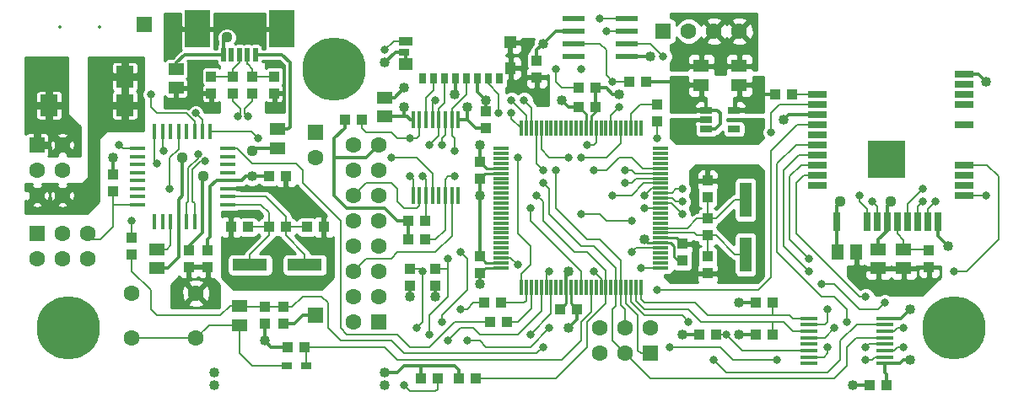
<source format=gtl>
G04 #@! TF.GenerationSoftware,KiCad,Pcbnew,5.0.0-fee4fd1~65~ubuntu17.10.1*
G04 #@! TF.CreationDate,2018-08-24T06:20:42-04:00*
G04 #@! TF.ProjectId,motherboard,6D6F74686572626F6172642E6B696361,rev?*
G04 #@! TF.SameCoordinates,Original*
G04 #@! TF.FileFunction,Copper,L1,Top,Signal*
G04 #@! TF.FilePolarity,Positive*
%FSLAX46Y46*%
G04 Gerber Fmt 4.6, Leading zero omitted, Abs format (unit mm)*
G04 Created by KiCad (PCBNEW 5.0.0-fee4fd1~65~ubuntu17.10.1) date Fri Aug 24 06:20:42 2018*
%MOMM*%
%LPD*%
G01*
G04 APERTURE LIST*
G04 #@! TA.AperFunction,SMDPad,CuDef*
%ADD10R,0.500000X1.400000*%
G04 #@! TD*
G04 #@! TA.AperFunction,SMDPad,CuDef*
%ADD11R,2.500000X3.800000*%
G04 #@! TD*
G04 #@! TA.AperFunction,SMDPad,CuDef*
%ADD12R,1.800000X2.200000*%
G04 #@! TD*
G04 #@! TA.AperFunction,SMDPad,CuDef*
%ADD13R,1.000000X1.100000*%
G04 #@! TD*
G04 #@! TA.AperFunction,SMDPad,CuDef*
%ADD14R,1.100000X1.000000*%
G04 #@! TD*
G04 #@! TA.AperFunction,SMDPad,CuDef*
%ADD15R,1.500000X1.300000*%
G04 #@! TD*
G04 #@! TA.AperFunction,SMDPad,CuDef*
%ADD16R,0.350000X1.800000*%
G04 #@! TD*
G04 #@! TA.AperFunction,ComponentPad*
%ADD17R,1.508000X1.508000*%
G04 #@! TD*
G04 #@! TA.AperFunction,ComponentPad*
%ADD18R,1.600000X1.600000*%
G04 #@! TD*
G04 #@! TA.AperFunction,ComponentPad*
%ADD19C,1.600000*%
G04 #@! TD*
G04 #@! TA.AperFunction,SMDPad,CuDef*
%ADD20R,1.200000X0.650000*%
G04 #@! TD*
G04 #@! TA.AperFunction,SMDPad,CuDef*
%ADD21R,1.905000X0.762000*%
G04 #@! TD*
G04 #@! TA.AperFunction,SMDPad,CuDef*
%ADD22R,0.762000X1.905000*%
G04 #@! TD*
G04 #@! TA.AperFunction,ComponentPad*
%ADD23R,3.700000X3.700000*%
G04 #@! TD*
G04 #@! TA.AperFunction,SMDPad,CuDef*
%ADD24R,0.700000X1.000000*%
G04 #@! TD*
G04 #@! TA.AperFunction,SMDPad,CuDef*
%ADD25R,1.400000X1.200000*%
G04 #@! TD*
G04 #@! TA.AperFunction,SMDPad,CuDef*
%ADD26R,1.000000X0.700000*%
G04 #@! TD*
G04 #@! TA.AperFunction,SMDPad,CuDef*
%ADD27R,1.400000X0.900000*%
G04 #@! TD*
G04 #@! TA.AperFunction,SMDPad,CuDef*
%ADD28R,1.000000X1.200000*%
G04 #@! TD*
G04 #@! TA.AperFunction,SMDPad,CuDef*
%ADD29R,1.150000X1.200000*%
G04 #@! TD*
G04 #@! TA.AperFunction,SMDPad,CuDef*
%ADD30R,1.100000X0.800000*%
G04 #@! TD*
G04 #@! TA.AperFunction,ViaPad*
%ADD31C,1.016000*%
G04 #@! TD*
G04 #@! TA.AperFunction,ComponentPad*
%ADD32C,6.350000*%
G04 #@! TD*
G04 #@! TA.AperFunction,SMDPad,CuDef*
%ADD33R,1.600000X0.300000*%
G04 #@! TD*
G04 #@! TA.AperFunction,SMDPad,CuDef*
%ADD34R,0.300000X1.600000*%
G04 #@! TD*
G04 #@! TA.AperFunction,SMDPad,CuDef*
%ADD35R,2.200000X0.600000*%
G04 #@! TD*
G04 #@! TA.AperFunction,SMDPad,CuDef*
%ADD36R,0.400000X1.600000*%
G04 #@! TD*
G04 #@! TA.AperFunction,SMDPad,CuDef*
%ADD37R,1.600000X0.400000*%
G04 #@! TD*
G04 #@! TA.AperFunction,SMDPad,CuDef*
%ADD38R,3.500000X1.200000*%
G04 #@! TD*
G04 #@! TA.AperFunction,SMDPad,CuDef*
%ADD39R,1.200000X3.500000*%
G04 #@! TD*
G04 #@! TA.AperFunction,SMDPad,CuDef*
%ADD40R,1.300000X1.500000*%
G04 #@! TD*
G04 #@! TA.AperFunction,SMDPad,CuDef*
%ADD41R,1.800000X0.350000*%
G04 #@! TD*
G04 #@! TA.AperFunction,ViaPad*
%ADD42C,0.812800*%
G04 #@! TD*
G04 #@! TA.AperFunction,ViaPad*
%ADD43C,1.117600*%
G04 #@! TD*
G04 #@! TA.AperFunction,Conductor*
%ADD44C,0.304800*%
G04 #@! TD*
G04 #@! TA.AperFunction,Conductor*
%ADD45C,0.254000*%
G04 #@! TD*
G04 #@! TA.AperFunction,Conductor*
%ADD46C,0.203200*%
G04 #@! TD*
%ADD47C,0.350000*%
G04 APERTURE END LIST*
D10*
G04 #@! TO.P,J2,3*
G04 #@! TO.N,/USB Serial/D_IN+*
X130175000Y-89350000D03*
G04 #@! TO.P,J2,4*
G04 #@! TO.N,Net-(J2-Pad4)*
X129375000Y-89350000D03*
G04 #@! TO.P,J2,2*
G04 #@! TO.N,/USB Serial/D_IN-*
X130975000Y-89350000D03*
G04 #@! TO.P,J2,1*
G04 #@! TO.N,/USB Serial/UVCC_IN*
X131775000Y-89350000D03*
G04 #@! TO.P,J2,5*
G04 #@! TO.N,/USB Serial/UGND*
X128575000Y-89350000D03*
D11*
G04 #@! TO.P,J2,SH*
G04 #@! TO.N,/USB Serial/USHLD*
X125975000Y-86750000D03*
X134375000Y-86750000D03*
G04 #@! TD*
D12*
G04 #@! TO.P,J1,2*
G04 #@! TO.N,GND*
X118665000Y-91550000D03*
G04 #@! TO.P,J1,3*
X118665000Y-94450000D03*
G04 #@! TO.P,J1,1*
G04 #@! TO.N,/VIN*
X111065000Y-94450000D03*
G04 #@! TD*
D13*
G04 #@! TO.P,C26,1*
G04 #@! TO.N,GND*
X154305000Y-101815000D03*
G04 #@! TO.P,C26,2*
G04 #@! TO.N,+5V*
X154305000Y-100115000D03*
G04 #@! TD*
D14*
G04 #@! TO.P,R22,1*
G04 #@! TO.N,/SD_DET*
X164250000Y-92710000D03*
G04 #@! TO.P,R22,2*
G04 #@! TO.N,+5V*
X165950000Y-92710000D03*
G04 #@! TD*
G04 #@! TO.P,C25,1*
G04 #@! TO.N,GND*
X164250000Y-94615000D03*
G04 #@! TO.P,C25,2*
G04 #@! TO.N,+5V*
X165950000Y-94615000D03*
G04 #@! TD*
D15*
G04 #@! TO.P,L1,1*
G04 #@! TO.N,/USB Serial/USHLD*
X123825000Y-92707500D03*
G04 #@! TO.P,L1,2*
G04 #@! TO.N,/USB Serial/UGND*
X123825000Y-90807500D03*
G04 #@! TD*
D13*
G04 #@! TO.P,R8,1*
G04 #@! TO.N,Net-(C7-Pad1)*
X177165000Y-107530000D03*
G04 #@! TO.P,R8,2*
G04 #@! TO.N,Net-(C8-Pad1)*
X177165000Y-105830000D03*
G04 #@! TD*
D14*
G04 #@! TO.P,R7,2*
G04 #@! TO.N,Net-(C2-Pad1)*
X133135000Y-106680000D03*
G04 #@! TO.P,R7,1*
G04 #@! TO.N,Net-(C1-Pad1)*
X134835000Y-106680000D03*
G04 #@! TD*
D13*
G04 #@! TO.P,R5,1*
G04 #@! TO.N,/USB Serial/RESET-USB*
X117475000Y-103085000D03*
G04 #@! TO.P,R5,2*
G04 #@! TO.N,+5V*
X117475000Y-101385000D03*
G04 #@! TD*
G04 #@! TO.P,R4,2*
G04 #@! TO.N,/USB Serial/D+*
X129540000Y-93242500D03*
G04 #@! TO.P,R4,1*
G04 #@! TO.N,/USB Serial/D_IN+*
X129540000Y-91542500D03*
G04 #@! TD*
D14*
G04 #@! TO.P,R2,1*
G04 #@! TO.N,Net-(R2-Pad1)*
X155360000Y-116205000D03*
G04 #@! TO.P,R2,2*
G04 #@! TO.N,/TXD0*
X157060000Y-116205000D03*
G04 #@! TD*
G04 #@! TO.P,R1,2*
G04 #@! TO.N,/RXD0*
X156425000Y-114300000D03*
G04 #@! TO.P,R1,1*
G04 #@! TO.N,Net-(R1-Pad1)*
X154725000Y-114300000D03*
G04 #@! TD*
D13*
G04 #@! TO.P,R3,1*
G04 #@! TO.N,/USB Serial/D_IN-*
X131445000Y-91542500D03*
G04 #@! TO.P,R3,2*
G04 #@! TO.N,/USB Serial/D-*
X131445000Y-93242500D03*
G04 #@! TD*
D16*
G04 #@! TO.P,U7,8*
G04 #@! TO.N,GND*
X147585000Y-95895000D03*
G04 #@! TO.P,U7,7*
G04 #@! TO.N,/SDCS*
X148235000Y-95895000D03*
G04 #@! TO.P,U7,6*
G04 #@! TO.N,/Peripherals/SDCS_3V3*
X148885000Y-95895000D03*
G04 #@! TO.P,U7,5*
G04 #@! TO.N,/MOSI*
X149535000Y-95895000D03*
G04 #@! TO.P,U7,4*
G04 #@! TO.N,/Peripherals/CMOSI_3V3*
X150185000Y-95895000D03*
G04 #@! TO.P,U7,3*
G04 #@! TO.N,/SCK*
X150835000Y-95895000D03*
G04 #@! TO.P,U7,2*
G04 #@! TO.N,/Peripherals/CSCK_3V3*
X151485000Y-95895000D03*
G04 #@! TO.P,U7,1*
G04 #@! TO.N,DVDD*
X152135000Y-95895000D03*
G04 #@! TO.P,U7,9*
G04 #@! TO.N,/CRST*
X147585000Y-103495000D03*
G04 #@! TO.P,U7,10*
G04 #@! TO.N,/Peripherals/CRST_3V3*
X148235000Y-103495000D03*
G04 #@! TO.P,U7,11*
G04 #@! TO.N,/XDCS*
X148885000Y-103495000D03*
G04 #@! TO.P,U7,12*
G04 #@! TO.N,/Peripherals/XDCS_3V3*
X149535000Y-103495000D03*
G04 #@! TO.P,U7,13*
G04 #@! TO.N,N/C*
X150185000Y-103495000D03*
G04 #@! TO.P,U7,14*
G04 #@! TO.N,/CCS*
X150835000Y-103495000D03*
G04 #@! TO.P,U7,15*
G04 #@! TO.N,/Peripherals/CCS_3V3*
X151485000Y-103495000D03*
G04 #@! TO.P,U7,16*
G04 #@! TO.N,N/C*
X152135000Y-103495000D03*
G04 #@! TD*
D17*
G04 #@! TO.P,J12,1*
G04 #@! TO.N,GND*
X120650000Y-86360000D03*
G04 #@! TD*
D18*
G04 #@! TO.P,J6,1*
G04 #@! TO.N,/LOW_BATT*
X137795000Y-97155000D03*
D19*
G04 #@! TO.P,J6,2*
G04 #@! TO.N,/ON_BATT*
X137795000Y-99695000D03*
G04 #@! TD*
D18*
G04 #@! TO.P,J10,1*
G04 #@! TO.N,/VIN*
X109855000Y-98425000D03*
D19*
G04 #@! TO.P,J10,2*
X112395000Y-98425000D03*
G04 #@! TO.P,J10,3*
G04 #@! TO.N,+5V*
X109855000Y-100965000D03*
G04 #@! TO.P,J10,4*
X112395000Y-100965000D03*
G04 #@! TO.P,J10,5*
G04 #@! TO.N,GND*
X109855000Y-103505000D03*
G04 #@! TO.P,J10,6*
X112395000Y-103505000D03*
G04 #@! TD*
D15*
G04 #@! TO.P,C20,2*
G04 #@! TO.N,+3V3*
X180340000Y-92390000D03*
G04 #@! TO.P,C20,1*
G04 #@! TO.N,GND*
X180340000Y-90490000D03*
G04 #@! TD*
G04 #@! TO.P,C19,1*
G04 #@! TO.N,GND*
X176530000Y-90490000D03*
G04 #@! TO.P,C19,2*
G04 #@! TO.N,+5V*
X176530000Y-92390000D03*
G04 #@! TD*
D20*
G04 #@! TO.P,U6,1*
G04 #@! TO.N,+5V*
X177035000Y-94935000D03*
G04 #@! TO.P,U6,2*
G04 #@! TO.N,GND*
X177035000Y-95885000D03*
G04 #@! TO.P,U6,3*
G04 #@! TO.N,+5V*
X177035000Y-96835000D03*
G04 #@! TO.P,U6,4*
G04 #@! TO.N,Net-(U6-Pad4)*
X179835000Y-96835000D03*
G04 #@! TO.P,U6,5*
G04 #@! TO.N,+3V3*
X179835000Y-94935000D03*
G04 #@! TD*
D19*
G04 #@! TO.P,J7,6*
G04 #@! TO.N,GND*
X166370000Y-116840000D03*
G04 #@! TO.P,J7,5*
G04 #@! TO.N,/RESET*
X166370000Y-119380000D03*
G04 #@! TO.P,J7,4*
G04 #@! TO.N,/MOSI*
X168910000Y-116840000D03*
G04 #@! TO.P,J7,3*
G04 #@! TO.N,/SCK*
X168910000Y-119380000D03*
G04 #@! TO.P,J7,2*
G04 #@! TO.N,+5V*
X171450000Y-116840000D03*
D18*
G04 #@! TO.P,J7,1*
G04 #@! TO.N,/MISO*
X171450000Y-119380000D03*
G04 #@! TD*
D19*
G04 #@! TO.P,SW1,2*
G04 #@! TO.N,GND*
X125805000Y-113320000D03*
X119305000Y-113320000D03*
G04 #@! TO.P,SW1,1*
G04 #@! TO.N,Net-(C13-Pad1)*
X119305000Y-117820000D03*
X125805000Y-117820000D03*
G04 #@! TD*
D21*
G04 #@! TO.P,U4,9*
G04 #@! TO.N,GND*
X202946000Y-91313000D03*
G04 #@! TO.P,U4,8*
G04 #@! TO.N,Net-(U4-Pad8)*
X202946000Y-92329000D03*
G04 #@! TO.P,U4,7*
G04 #@! TO.N,Net-(U4-Pad7)*
X202946000Y-93345000D03*
G04 #@! TO.P,U4,6*
G04 #@! TO.N,Net-(U4-Pad6)*
X202946000Y-94361000D03*
G04 #@! TO.P,U4,5*
G04 #@! TO.N,Net-(U4-Pad5)*
X202946000Y-96393000D03*
G04 #@! TO.P,U4,4*
G04 #@! TO.N,/Peripherals/WRST_3V3*
X202946000Y-100457000D03*
G04 #@! TO.P,U4,3*
G04 #@! TO.N,Net-(U4-Pad3)*
X202946000Y-101473000D03*
G04 #@! TO.P,U4,2*
G04 #@! TO.N,Net-(U4-Pad2)*
X202946000Y-102489000D03*
G04 #@! TO.P,U4,1*
G04 #@! TO.N,/Peripherals/LED_ERR*
X202946000Y-103505000D03*
D22*
G04 #@! TO.P,U4,28*
G04 #@! TO.N,GND*
X200279000Y-106172000D03*
G04 #@! TO.P,U4,27*
G04 #@! TO.N,/Peripherals/LED_NET*
X199263000Y-106172000D03*
G04 #@! TO.P,U4,26*
G04 #@! TO.N,/Peripherals/LED_WIFI*
X198247000Y-106172000D03*
G04 #@! TO.P,U4,25*
G04 #@! TO.N,/Peripherals/GPIO_3*
X197231000Y-106172000D03*
G04 #@! TO.P,U4,24*
G04 #@! TO.N,/Peripherals/1P3V*
X196215000Y-106172000D03*
G04 #@! TO.P,U4,23*
G04 #@! TO.N,+3V3*
X195199000Y-106172000D03*
G04 #@! TO.P,U4,22*
G04 #@! TO.N,/Peripherals/WEN_3V3*
X194183000Y-106172000D03*
G04 #@! TO.P,U4,21*
G04 #@! TO.N,/Peripherals/GPIO_1*
X193167000Y-106172000D03*
G04 #@! TO.P,U4,20*
G04 #@! TO.N,+3V3*
X190119000Y-106172000D03*
D21*
G04 #@! TO.P,U4,10*
G04 #@! TO.N,/Peripherals/SPI_CFG*
X188214000Y-93345000D03*
G04 #@! TO.P,U4,11*
G04 #@! TO.N,/Peripherals/WWAKE_3V3*
X188214000Y-94361000D03*
G04 #@! TO.P,U4,12*
G04 #@! TO.N,GND*
X188214000Y-95377000D03*
G04 #@! TO.P,U4,13*
G04 #@! TO.N,/WIRQ*
X188214000Y-96393000D03*
G04 #@! TO.P,U4,14*
G04 #@! TO.N,Net-(U4-Pad14)*
X188214000Y-97409000D03*
G04 #@! TO.P,U4,15*
G04 #@! TO.N,/Peripherals/WMOSI_3V3*
X188214000Y-98425000D03*
G04 #@! TO.P,U4,16*
G04 #@! TO.N,/Peripherals/WCS_3V3*
X188214000Y-99441000D03*
G04 #@! TO.P,U4,17*
G04 #@! TO.N,/MISO*
X188214000Y-100457000D03*
G04 #@! TO.P,U4,18*
G04 #@! TO.N,/Peripherals/WSCK_3V3*
X188214000Y-101473000D03*
G04 #@! TO.P,U4,19*
G04 #@! TO.N,Net-(U4-Pad19)*
X188214000Y-102489000D03*
D23*
G04 #@! TO.P,U4,29*
G04 #@! TO.N,GND*
X195097400Y-99898200D03*
G04 #@! TD*
D24*
G04 #@! TO.P,J5,1*
G04 #@! TO.N,Net-(J5-Pad1)*
X148550000Y-91780000D03*
G04 #@! TO.P,J5,2*
G04 #@! TO.N,/Peripherals/SDCS_3V3*
X149650000Y-91780000D03*
G04 #@! TO.P,J5,3*
G04 #@! TO.N,/Peripherals/CMOSI_3V3*
X150750000Y-91780000D03*
G04 #@! TO.P,J5,4*
G04 #@! TO.N,DVDD*
X151850000Y-91780000D03*
G04 #@! TO.P,J5,5*
G04 #@! TO.N,/Peripherals/CSCK_3V3*
X152950000Y-91780000D03*
G04 #@! TO.P,J5,6*
G04 #@! TO.N,GND*
X154050000Y-91780000D03*
G04 #@! TO.P,J5,7*
G04 #@! TO.N,/MISO*
X155150000Y-91780000D03*
G04 #@! TO.P,J5,8*
G04 #@! TO.N,Net-(J5-Pad8)*
X156250000Y-91780000D03*
D25*
G04 #@! TO.P,J5,SH*
G04 #@! TO.N,GND*
X146900000Y-90280000D03*
D26*
G04 #@! TO.P,J5,DC*
X146700000Y-89130000D03*
D27*
G04 #@! TO.P,J5,DT*
G04 #@! TO.N,/SD_DET*
X146900000Y-87980000D03*
D28*
G04 #@! TO.P,J5,SH*
G04 #@! TO.N,GND*
X157400000Y-90720000D03*
D29*
X157325000Y-88130000D03*
G04 #@! TD*
D13*
G04 #@! TO.P,C12,2*
G04 #@! TO.N,/RESET*
X134620000Y-114720000D03*
G04 #@! TO.P,C12,1*
G04 #@! TO.N,GND*
X134620000Y-116420000D03*
G04 #@! TD*
D30*
G04 #@! TO.P,D1,K*
G04 #@! TO.N,/CFG\005C~RST*
X136890000Y-120650000D03*
G04 #@! TO.P,D1,A*
G04 #@! TO.N,Net-(C13-Pad1)*
X134890000Y-120650000D03*
G04 #@! TD*
D19*
G04 #@! TO.P,J3,4*
G04 #@! TO.N,GND*
X180340000Y-86995000D03*
G04 #@! TO.P,J3,3*
X177800000Y-86995000D03*
G04 #@! TO.P,J3,2*
G04 #@! TO.N,+5V*
X175260000Y-86995000D03*
D18*
G04 #@! TO.P,J3,1*
X172720000Y-86995000D03*
G04 #@! TD*
D14*
G04 #@! TO.P,C1,2*
G04 #@! TO.N,GND*
X138645000Y-106680000D03*
G04 #@! TO.P,C1,1*
G04 #@! TO.N,Net-(C1-Pad1)*
X136945000Y-106680000D03*
G04 #@! TD*
G04 #@! TO.P,C2,2*
G04 #@! TO.N,GND*
X129325000Y-106680000D03*
G04 #@! TO.P,C2,1*
G04 #@! TO.N,Net-(C2-Pad1)*
X131025000Y-106680000D03*
G04 #@! TD*
G04 #@! TO.P,C3,2*
G04 #@! TO.N,GND*
X134835000Y-101600000D03*
G04 #@! TO.P,C3,1*
G04 #@! TO.N,+5V*
X133135000Y-101600000D03*
G04 #@! TD*
D15*
G04 #@! TO.P,C4,2*
G04 #@! TO.N,Net-(C4-Pad2)*
X121920000Y-108905000D03*
G04 #@! TO.P,C4,1*
G04 #@! TO.N,/USB Serial/UGND*
X121920000Y-110805000D03*
G04 #@! TD*
D13*
G04 #@! TO.P,C5,2*
G04 #@! TO.N,/USB Serial/UVCC*
X125095000Y-109005000D03*
G04 #@! TO.P,C5,1*
G04 #@! TO.N,GND*
X125095000Y-110705000D03*
G04 #@! TD*
G04 #@! TO.P,C6,2*
G04 #@! TO.N,Net-(C6-Pad2)*
X119380000Y-107735000D03*
G04 #@! TO.P,C6,1*
G04 #@! TO.N,/RESET*
X119380000Y-109435000D03*
G04 #@! TD*
G04 #@! TO.P,C7,2*
G04 #@! TO.N,GND*
X177165000Y-111340000D03*
G04 #@! TO.P,C7,1*
G04 #@! TO.N,Net-(C7-Pad1)*
X177165000Y-109640000D03*
G04 #@! TD*
G04 #@! TO.P,C8,2*
G04 #@! TO.N,GND*
X177165000Y-102020000D03*
G04 #@! TO.P,C8,1*
G04 #@! TO.N,Net-(C8-Pad1)*
X177165000Y-103720000D03*
G04 #@! TD*
D14*
G04 #@! TO.P,C9,1*
G04 #@! TO.N,GND*
X193460000Y-122555000D03*
G04 #@! TO.P,C9,2*
G04 #@! TO.N,+3V3*
X195160000Y-122555000D03*
G04 #@! TD*
D13*
G04 #@! TO.P,C10,2*
G04 #@! TO.N,+5V*
X174625000Y-110070000D03*
G04 #@! TO.P,C10,1*
G04 #@! TO.N,GND*
X174625000Y-108370000D03*
G04 #@! TD*
D15*
G04 #@! TO.P,F1,2*
G04 #@! TO.N,/USB Serial/UVCC*
X133985000Y-98740000D03*
G04 #@! TO.P,F1,1*
G04 #@! TO.N,/USB Serial/UVCC_IN*
X133985000Y-96840000D03*
G04 #@! TD*
D31*
G04 #@! TO.N,GND*
G04 #@! TO.C,H1*
X115009734Y-115697000D03*
X115009734Y-117983000D03*
X113030000Y-119126000D03*
X111050266Y-117983000D03*
X111050266Y-115697000D03*
X113030000Y-114554000D03*
D32*
G04 #@! TD*
G04 #@! TO.P,H1,P*
G04 #@! TO.N,GND*
X113030000Y-116840000D03*
D31*
G04 #@! TO.N,GND*
G04 #@! TO.C,H2*
X203909734Y-115697000D03*
X203909734Y-117983000D03*
X201930000Y-119126000D03*
X199950266Y-117983000D03*
X199950266Y-115697000D03*
X201930000Y-114554000D03*
D32*
G04 #@! TD*
G04 #@! TO.P,H2,P*
G04 #@! TO.N,GND*
X201930000Y-116840000D03*
D31*
G04 #@! TO.N,GND*
G04 #@! TO.C,H3*
X141679734Y-89662000D03*
X141679734Y-91948000D03*
X139700000Y-93091000D03*
X137720266Y-91948000D03*
X137720266Y-89662000D03*
X139700000Y-88519000D03*
D32*
G04 #@! TD*
G04 #@! TO.P,H3,P*
G04 #@! TO.N,GND*
X139700000Y-90805000D03*
D19*
G04 #@! TO.P,J4,6*
G04 #@! TO.N,GND*
X114935000Y-109855000D03*
G04 #@! TO.P,J4,5*
G04 #@! TO.N,/USB Serial/RESET-USB*
X114935000Y-107315000D03*
G04 #@! TO.P,J4,4*
G04 #@! TO.N,/USB Serial/MOSI-USB*
X112395000Y-109855000D03*
G04 #@! TO.P,J4,3*
G04 #@! TO.N,/USB Serial/SCK-USB*
X112395000Y-107315000D03*
G04 #@! TO.P,J4,2*
G04 #@! TO.N,+5V*
X109855000Y-109855000D03*
D18*
G04 #@! TO.P,J4,1*
G04 #@! TO.N,/USB Serial/MISO-USB*
X109855000Y-107315000D03*
G04 #@! TD*
D19*
G04 #@! TO.P,J9,16*
G04 #@! TO.N,/ALRM_SW*
X141605000Y-98425000D03*
G04 #@! TO.P,J9,15*
G04 #@! TO.N,DVDD*
X144145000Y-98425000D03*
G04 #@! TO.P,J9,14*
G04 #@! TO.N,/PIX_SHDN*
X141605000Y-100965000D03*
G04 #@! TO.P,J9,13*
G04 #@! TO.N,/A_SHDN*
X144145000Y-100965000D03*
G04 #@! TO.P,J9,12*
G04 #@! TO.N,/Peripherals/CRST_3V3*
X141605000Y-103505000D03*
G04 #@! TO.P,J9,11*
G04 #@! TO.N,/PIX_LAMP*
X144145000Y-103505000D03*
G04 #@! TO.P,J9,10*
G04 #@! TO.N,/PIX_CLK*
X141605000Y-106045000D03*
G04 #@! TO.P,J9,9*
G04 #@! TO.N,/KCHG*
X144145000Y-106045000D03*
G04 #@! TO.P,J9,8*
G04 #@! TO.N,/SCL*
X141605000Y-108585000D03*
G04 #@! TO.P,J9,7*
G04 #@! TO.N,/SDA*
X144145000Y-108585000D03*
G04 #@! TO.P,J9,6*
G04 #@! TO.N,/Peripherals/CCS_3V3*
X141605000Y-111125000D03*
G04 #@! TO.P,J9,5*
G04 #@! TO.N,/DREQ*
X144145000Y-111125000D03*
G04 #@! TO.P,J9,4*
G04 #@! TO.N,/Peripherals/XDCS_3V3*
X141605000Y-113665000D03*
G04 #@! TO.P,J9,3*
G04 #@! TO.N,/Peripherals/CSCK_3V3*
X144145000Y-113665000D03*
G04 #@! TO.P,J9,2*
G04 #@! TO.N,/Peripherals/CMOSI_3V3*
X141605000Y-116205000D03*
D18*
G04 #@! TO.P,J9,1*
G04 #@! TO.N,/MISO*
X144145000Y-116205000D03*
G04 #@! TD*
D33*
G04 #@! TO.P,U1,100*
G04 #@! TO.N,+5V*
X156465000Y-110775000D03*
G04 #@! TO.P,U1,99*
G04 #@! TO.N,GND*
X156465000Y-110275000D03*
G04 #@! TO.P,U1,98*
G04 #@! TO.N,Net-(C24-Pad1)*
X156465000Y-109775000D03*
G04 #@! TO.P,U1,97*
G04 #@! TO.N,Net-(U1-Pad97)*
X156465000Y-109275000D03*
G04 #@! TO.P,U1,96*
G04 #@! TO.N,Net-(U1-Pad96)*
X156465000Y-108775000D03*
G04 #@! TO.P,U1,95*
G04 #@! TO.N,Net-(U1-Pad95)*
X156465000Y-108275000D03*
G04 #@! TO.P,U1,94*
G04 #@! TO.N,Net-(U1-Pad94)*
X156465000Y-107775000D03*
G04 #@! TO.P,U1,93*
G04 #@! TO.N,Net-(U1-Pad93)*
X156465000Y-107275000D03*
G04 #@! TO.P,U1,92*
G04 #@! TO.N,Net-(U1-Pad92)*
X156465000Y-106775000D03*
G04 #@! TO.P,U1,91*
G04 #@! TO.N,Net-(U1-Pad91)*
X156465000Y-106275000D03*
G04 #@! TO.P,U1,90*
G04 #@! TO.N,Net-(U1-Pad90)*
X156465000Y-105775000D03*
G04 #@! TO.P,U1,89*
G04 #@! TO.N,Net-(U1-Pad89)*
X156465000Y-105275000D03*
G04 #@! TO.P,U1,88*
G04 #@! TO.N,Net-(U1-Pad88)*
X156465000Y-104775000D03*
G04 #@! TO.P,U1,87*
G04 #@! TO.N,Net-(U1-Pad87)*
X156465000Y-104275000D03*
G04 #@! TO.P,U1,86*
G04 #@! TO.N,Net-(U1-Pad86)*
X156465000Y-103775000D03*
G04 #@! TO.P,U1,85*
G04 #@! TO.N,Net-(U1-Pad85)*
X156465000Y-103275000D03*
G04 #@! TO.P,U1,84*
G04 #@! TO.N,Net-(U1-Pad84)*
X156465000Y-102775000D03*
G04 #@! TO.P,U1,83*
G04 #@! TO.N,Net-(U1-Pad83)*
X156465000Y-102275000D03*
G04 #@! TO.P,U1,82*
G04 #@! TO.N,Net-(U1-Pad82)*
X156465000Y-101775000D03*
G04 #@! TO.P,U1,81*
G04 #@! TO.N,GND*
X156465000Y-101275000D03*
G04 #@! TO.P,U1,80*
G04 #@! TO.N,+5V*
X156465000Y-100775000D03*
G04 #@! TO.P,U1,79*
G04 #@! TO.N,Net-(U1-Pad79)*
X156465000Y-100275000D03*
G04 #@! TO.P,U1,78*
G04 #@! TO.N,Net-(U1-Pad78)*
X156465000Y-99775000D03*
G04 #@! TO.P,U1,77*
G04 #@! TO.N,Net-(U1-Pad77)*
X156465000Y-99275000D03*
G04 #@! TO.P,U1,76*
G04 #@! TO.N,Net-(U1-Pad76)*
X156465000Y-98775000D03*
D34*
G04 #@! TO.P,U1,75*
G04 #@! TO.N,/ALRM_SW*
X158465000Y-96775000D03*
G04 #@! TO.P,U1,74*
G04 #@! TO.N,/ON_BATT*
X158965000Y-96775000D03*
G04 #@! TO.P,U1,73*
G04 #@! TO.N,/LOW_BATT*
X159465000Y-96775000D03*
G04 #@! TO.P,U1,72*
G04 #@! TO.N,/A_SHDN*
X159965000Y-96775000D03*
G04 #@! TO.P,U1,71*
G04 #@! TO.N,/XDCS*
X160465000Y-96775000D03*
G04 #@! TO.P,U1,70*
G04 #@! TO.N,Net-(U1-Pad70)*
X160965000Y-96775000D03*
G04 #@! TO.P,U1,69*
G04 #@! TO.N,Net-(U1-Pad69)*
X161465000Y-96775000D03*
G04 #@! TO.P,U1,68*
G04 #@! TO.N,Net-(U1-Pad68)*
X161965000Y-96775000D03*
G04 #@! TO.P,U1,67*
G04 #@! TO.N,Net-(U1-Pad67)*
X162465000Y-96775000D03*
G04 #@! TO.P,U1,66*
G04 #@! TO.N,Net-(U1-Pad66)*
X162965000Y-96775000D03*
G04 #@! TO.P,U1,65*
G04 #@! TO.N,Net-(U1-Pad65)*
X163465000Y-96775000D03*
G04 #@! TO.P,U1,64*
G04 #@! TO.N,Net-(U1-Pad64)*
X163965000Y-96775000D03*
G04 #@! TO.P,U1,63*
G04 #@! TO.N,Net-(U1-Pad63)*
X164465000Y-96775000D03*
G04 #@! TO.P,U1,62*
G04 #@! TO.N,GND*
X164965000Y-96775000D03*
G04 #@! TO.P,U1,61*
G04 #@! TO.N,+5V*
X165465000Y-96775000D03*
G04 #@! TO.P,U1,60*
G04 #@! TO.N,/PIX_SHDN*
X165965000Y-96775000D03*
G04 #@! TO.P,U1,59*
G04 #@! TO.N,Net-(U1-Pad59)*
X166465000Y-96775000D03*
G04 #@! TO.P,U1,58*
G04 #@! TO.N,Net-(U1-Pad58)*
X166965000Y-96775000D03*
G04 #@! TO.P,U1,57*
G04 #@! TO.N,/SD_DET*
X167465000Y-96775000D03*
G04 #@! TO.P,U1,56*
G04 #@! TO.N,Net-(U1-Pad56)*
X167965000Y-96775000D03*
G04 #@! TO.P,U1,55*
G04 #@! TO.N,/PIX_LAMP*
X168465000Y-96775000D03*
G04 #@! TO.P,U1,54*
G04 #@! TO.N,Net-(U1-Pad54)*
X168965000Y-96775000D03*
G04 #@! TO.P,U1,53*
G04 #@! TO.N,Net-(R19-Pad1)*
X169465000Y-96775000D03*
G04 #@! TO.P,U1,52*
G04 #@! TO.N,Net-(U1-Pad52)*
X169965000Y-96775000D03*
G04 #@! TO.P,U1,51*
G04 #@! TO.N,Net-(U1-Pad51)*
X170465000Y-96775000D03*
D33*
G04 #@! TO.P,U1,50*
G04 #@! TO.N,Net-(U1-Pad50)*
X172465000Y-98775000D03*
G04 #@! TO.P,U1,49*
G04 #@! TO.N,Net-(U1-Pad49)*
X172465000Y-99275000D03*
G04 #@! TO.P,U1,48*
G04 #@! TO.N,Net-(U1-Pad48)*
X172465000Y-99775000D03*
G04 #@! TO.P,U1,47*
G04 #@! TO.N,Net-(U1-Pad47)*
X172465000Y-100275000D03*
G04 #@! TO.P,U1,46*
G04 #@! TO.N,/KCHG*
X172465000Y-100775000D03*
G04 #@! TO.P,U1,45*
G04 #@! TO.N,/RTC_INT*
X172465000Y-101275000D03*
G04 #@! TO.P,U1,44*
G04 #@! TO.N,/SDA*
X172465000Y-101775000D03*
G04 #@! TO.P,U1,43*
G04 #@! TO.N,/SCL*
X172465000Y-102275000D03*
G04 #@! TO.P,U1,42*
G04 #@! TO.N,/P42*
X172465000Y-102775000D03*
G04 #@! TO.P,U1,41*
G04 #@! TO.N,/P43*
X172465000Y-103275000D03*
G04 #@! TO.P,U1,40*
G04 #@! TO.N,/P44*
X172465000Y-103775000D03*
G04 #@! TO.P,U1,39*
G04 #@! TO.N,/P45*
X172465000Y-104275000D03*
G04 #@! TO.P,U1,38*
G04 #@! TO.N,/P46*
X172465000Y-104775000D03*
G04 #@! TO.P,U1,37*
G04 #@! TO.N,Net-(U1-Pad37)*
X172465000Y-105275000D03*
G04 #@! TO.P,U1,36*
G04 #@! TO.N,Net-(U1-Pad36)*
X172465000Y-105775000D03*
G04 #@! TO.P,U1,35*
G04 #@! TO.N,Net-(U1-Pad35)*
X172465000Y-106275000D03*
G04 #@! TO.P,U1,34*
G04 #@! TO.N,Net-(C8-Pad1)*
X172465000Y-106775000D03*
G04 #@! TO.P,U1,33*
G04 #@! TO.N,Net-(C7-Pad1)*
X172465000Y-107275000D03*
G04 #@! TO.P,U1,32*
G04 #@! TO.N,GND*
X172465000Y-107775000D03*
G04 #@! TO.P,U1,31*
G04 #@! TO.N,+5V*
X172465000Y-108275000D03*
G04 #@! TO.P,U1,30*
G04 #@! TO.N,/RESET*
X172465000Y-108775000D03*
G04 #@! TO.P,U1,29*
G04 #@! TO.N,Net-(U1-Pad29)*
X172465000Y-109275000D03*
G04 #@! TO.P,U1,28*
G04 #@! TO.N,Net-(U1-Pad28)*
X172465000Y-109775000D03*
G04 #@! TO.P,U1,27*
G04 #@! TO.N,Net-(U1-Pad27)*
X172465000Y-110275000D03*
G04 #@! TO.P,U1,26*
G04 #@! TO.N,/WCS*
X172465000Y-110775000D03*
D34*
G04 #@! TO.P,U1,25*
G04 #@! TO.N,/WEN*
X170465000Y-112775000D03*
G04 #@! TO.P,U1,24*
G04 #@! TO.N,/WRST*
X169965000Y-112775000D03*
G04 #@! TO.P,U1,23*
G04 #@! TO.N,/WWAKE*
X169465000Y-112775000D03*
G04 #@! TO.P,U1,22*
G04 #@! TO.N,/MISO*
X168965000Y-112775000D03*
G04 #@! TO.P,U1,21*
G04 #@! TO.N,/MOSI*
X168465000Y-112775000D03*
G04 #@! TO.P,U1,20*
G04 #@! TO.N,/SCK*
X167965000Y-112775000D03*
G04 #@! TO.P,U1,19*
G04 #@! TO.N,Net-(U1-Pad19)*
X167465000Y-112775000D03*
G04 #@! TO.P,U1,18*
G04 #@! TO.N,/CRST*
X166965000Y-112775000D03*
G04 #@! TO.P,U1,17*
G04 #@! TO.N,/ALS_INT*
X166465000Y-112775000D03*
G04 #@! TO.P,U1,16*
G04 #@! TO.N,Net-(U1-Pad16)*
X165965000Y-112775000D03*
G04 #@! TO.P,U1,15*
G04 #@! TO.N,/CFG\005C~RST*
X165465000Y-112775000D03*
G04 #@! TO.P,U1,14*
G04 #@! TO.N,Net-(U1-Pad14)*
X164965000Y-112775000D03*
G04 #@! TO.P,U1,13*
G04 #@! TO.N,/CCS*
X164465000Y-112775000D03*
G04 #@! TO.P,U1,12*
G04 #@! TO.N,Net-(U1-Pad12)*
X163965000Y-112775000D03*
G04 #@! TO.P,U1,11*
G04 #@! TO.N,GND*
X163465000Y-112775000D03*
G04 #@! TO.P,U1,10*
G04 #@! TO.N,+5V*
X162965000Y-112775000D03*
G04 #@! TO.P,U1,9*
G04 #@! TO.N,Net-(U1-Pad9)*
X162465000Y-112775000D03*
G04 #@! TO.P,U1,8*
G04 #@! TO.N,Net-(U1-Pad8)*
X161965000Y-112775000D03*
G04 #@! TO.P,U1,7*
G04 #@! TO.N,/DREQ*
X161465000Y-112775000D03*
G04 #@! TO.P,U1,6*
G04 #@! TO.N,/WIRQ*
X160965000Y-112775000D03*
G04 #@! TO.P,U1,5*
G04 #@! TO.N,/OLRST*
X160465000Y-112775000D03*
G04 #@! TO.P,U1,4*
G04 #@! TO.N,Net-(U1-Pad4)*
X159965000Y-112775000D03*
G04 #@! TO.P,U1,3*
G04 #@! TO.N,/TXD0*
X159465000Y-112775000D03*
G04 #@! TO.P,U1,2*
G04 #@! TO.N,/RXD0*
X158965000Y-112775000D03*
G04 #@! TO.P,U1,1*
G04 #@! TO.N,/SDCS*
X158465000Y-112775000D03*
G04 #@! TD*
D35*
G04 #@! TO.P,U2,5*
G04 #@! TO.N,GND*
X169070000Y-89535000D03*
G04 #@! TO.P,U2,6*
G04 #@! TO.N,Net-(B1-PadP)*
X169070000Y-88265000D03*
G04 #@! TO.P,U2,8*
G04 #@! TO.N,/SCL*
X169070000Y-85725000D03*
G04 #@! TO.P,U2,4*
G04 #@! TO.N,Net-(U2-Pad4)*
X163670000Y-89535000D03*
G04 #@! TO.P,U2,3*
G04 #@! TO.N,/RTC_INT*
X163670000Y-88265000D03*
G04 #@! TO.P,U2,1*
G04 #@! TO.N,Net-(U2-Pad1)*
X163670000Y-85725000D03*
G04 #@! TO.P,U2,7*
G04 #@! TO.N,/SDA*
X169070000Y-86995000D03*
G04 #@! TO.P,U2,2*
G04 #@! TO.N,+5V*
X163670000Y-86995000D03*
G04 #@! TD*
D36*
G04 #@! TO.P,U3,32*
G04 #@! TO.N,+5V*
X127260000Y-106100000D03*
G04 #@! TO.P,U3,31*
G04 #@! TO.N,/USB Serial/UVCC*
X126460000Y-106100000D03*
G04 #@! TO.P,U3,30*
G04 #@! TO.N,/USB Serial/D-*
X125660000Y-106100000D03*
G04 #@! TO.P,U3,29*
G04 #@! TO.N,/USB Serial/D+*
X124860000Y-106100000D03*
G04 #@! TO.P,U3,28*
G04 #@! TO.N,/USB Serial/UGND*
X124060000Y-106100000D03*
G04 #@! TO.P,U3,27*
G04 #@! TO.N,Net-(C4-Pad2)*
X123260000Y-106100000D03*
G04 #@! TO.P,U3,26*
G04 #@! TO.N,Net-(U3-Pad26)*
X122460000Y-106100000D03*
G04 #@! TO.P,U3,25*
G04 #@! TO.N,Net-(U3-Pad25)*
X121660000Y-106100000D03*
D37*
G04 #@! TO.P,U3,24*
G04 #@! TO.N,/USB Serial/RESET-USB*
X119960000Y-104400000D03*
G04 #@! TO.P,U3,23*
G04 #@! TO.N,Net-(U3-Pad23)*
X119960000Y-103600000D03*
G04 #@! TO.P,U3,22*
G04 #@! TO.N,Net-(U3-Pad22)*
X119960000Y-102800000D03*
G04 #@! TO.P,U3,21*
G04 #@! TO.N,Net-(U3-Pad21)*
X119960000Y-102000000D03*
G04 #@! TO.P,U3,20*
G04 #@! TO.N,Net-(U3-Pad20)*
X119960000Y-101200000D03*
G04 #@! TO.P,U3,19*
G04 #@! TO.N,Net-(U3-Pad19)*
X119960000Y-100400000D03*
G04 #@! TO.P,U3,18*
G04 #@! TO.N,Net-(U3-Pad18)*
X119960000Y-99600000D03*
G04 #@! TO.P,U3,17*
G04 #@! TO.N,/USB Serial/MISO-USB*
X119960000Y-98800000D03*
D36*
G04 #@! TO.P,U3,16*
G04 #@! TO.N,/USB Serial/MOSI-USB*
X121660000Y-97100000D03*
G04 #@! TO.P,U3,15*
G04 #@! TO.N,/USB Serial/SCK-USB*
X122460000Y-97100000D03*
G04 #@! TO.P,U3,14*
G04 #@! TO.N,Net-(U3-Pad14)*
X123260000Y-97100000D03*
G04 #@! TO.P,U3,13*
G04 #@! TO.N,Net-(C6-Pad2)*
X124060000Y-97100000D03*
G04 #@! TO.P,U3,12*
G04 #@! TO.N,Net-(U3-Pad12)*
X124860000Y-97100000D03*
G04 #@! TO.P,U3,11*
G04 #@! TO.N,/USB Serial/LED_TX*
X125660000Y-97100000D03*
G04 #@! TO.P,U3,10*
G04 #@! TO.N,/USB Serial/LED_RX*
X126460000Y-97100000D03*
G04 #@! TO.P,U3,9*
G04 #@! TO.N,Net-(R1-Pad1)*
X127260000Y-97100000D03*
D37*
G04 #@! TO.P,U3,8*
G04 #@! TO.N,Net-(R2-Pad1)*
X128960000Y-98800000D03*
G04 #@! TO.P,U3,7*
G04 #@! TO.N,Net-(U3-Pad7)*
X128960000Y-99600000D03*
G04 #@! TO.P,U3,6*
G04 #@! TO.N,Net-(U3-Pad6)*
X128960000Y-100400000D03*
G04 #@! TO.P,U3,5*
G04 #@! TO.N,Net-(U3-Pad5)*
X128960000Y-101200000D03*
G04 #@! TO.P,U3,4*
G04 #@! TO.N,+5V*
X128960000Y-102000000D03*
G04 #@! TO.P,U3,3*
G04 #@! TO.N,GND*
X128960000Y-102800000D03*
G04 #@! TO.P,U3,2*
G04 #@! TO.N,Net-(C1-Pad1)*
X128960000Y-103600000D03*
G04 #@! TO.P,U3,1*
G04 #@! TO.N,Net-(C2-Pad1)*
X128960000Y-104400000D03*
G04 #@! TD*
D38*
G04 #@! TO.P,Y1,2*
G04 #@! TO.N,Net-(C1-Pad1)*
X136735000Y-110490000D03*
G04 #@! TO.P,Y1,1*
G04 #@! TO.N,Net-(C2-Pad1)*
X131235000Y-110490000D03*
G04 #@! TD*
D39*
G04 #@! TO.P,Y2,2*
G04 #@! TO.N,Net-(C7-Pad1)*
X180975000Y-109430000D03*
G04 #@! TO.P,Y2,1*
G04 #@! TO.N,Net-(C8-Pad1)*
X180975000Y-103930000D03*
G04 #@! TD*
D13*
G04 #@! TO.P,Z1,2*
G04 #@! TO.N,/USB Serial/D_IN-*
X133667500Y-91542500D03*
G04 #@! TO.P,Z1,1*
G04 #@! TO.N,/USB Serial/USHLD*
X133667500Y-93242500D03*
G04 #@! TD*
G04 #@! TO.P,Z2,2*
G04 #@! TO.N,/USB Serial/D_IN+*
X127317500Y-91542500D03*
G04 #@! TO.P,Z2,1*
G04 #@! TO.N,/USB Serial/USHLD*
X127317500Y-93242500D03*
G04 #@! TD*
D17*
G04 #@! TO.P,J11,1*
G04 #@! TO.N,GND*
X137795000Y-115570000D03*
G04 #@! TD*
D14*
G04 #@! TO.P,R10,2*
G04 #@! TO.N,+3V3*
X183935000Y-93345000D03*
G04 #@! TO.P,R10,1*
G04 #@! TO.N,/Peripherals/SPI_CFG*
X185635000Y-93345000D03*
G04 #@! TD*
D13*
G04 #@! TO.P,C11,2*
G04 #@! TO.N,GND*
X127000000Y-110705000D03*
G04 #@! TO.P,C11,1*
G04 #@! TO.N,+5V*
X127000000Y-109005000D03*
G04 #@! TD*
D15*
G04 #@! TO.P,C13,2*
G04 #@! TO.N,/RESET*
X130175000Y-114620000D03*
G04 #@! TO.P,C13,1*
G04 #@! TO.N,Net-(C13-Pad1)*
X130175000Y-116520000D03*
G04 #@! TD*
D14*
G04 #@! TO.P,R6,2*
G04 #@! TO.N,+5V*
X135040000Y-118745000D03*
G04 #@! TO.P,R6,1*
G04 #@! TO.N,/CFG\005C~RST*
X136740000Y-118745000D03*
G04 #@! TD*
D13*
G04 #@! TO.P,R9,2*
G04 #@! TO.N,+5V*
X132715000Y-116420000D03*
G04 #@! TO.P,R9,1*
G04 #@! TO.N,/RESET*
X132715000Y-114720000D03*
G04 #@! TD*
G04 #@! TO.P,C14,2*
G04 #@! TO.N,+5V*
X160020000Y-89955000D03*
G04 #@! TO.P,C14,1*
G04 #@! TO.N,GND*
X160020000Y-91655000D03*
G04 #@! TD*
D14*
G04 #@! TO.P,R11,1*
G04 #@! TO.N,+5V*
X171030000Y-92075000D03*
G04 #@! TO.P,R11,2*
G04 #@! TO.N,/RTC_INT*
X169330000Y-92075000D03*
G04 #@! TD*
D13*
G04 #@! TO.P,C15,2*
G04 #@! TO.N,/Peripherals/1P3V*
X199390000Y-109005000D03*
G04 #@! TO.P,C15,1*
G04 #@! TO.N,GND*
X199390000Y-110705000D03*
G04 #@! TD*
D15*
G04 #@! TO.P,C16,1*
G04 #@! TO.N,GND*
X194310000Y-110805000D03*
G04 #@! TO.P,C16,2*
G04 #@! TO.N,+3V3*
X194310000Y-108905000D03*
G04 #@! TD*
G04 #@! TO.P,C18,2*
G04 #@! TO.N,/Peripherals/1P3V*
X196850000Y-108905000D03*
G04 #@! TO.P,C18,1*
G04 #@! TO.N,GND*
X196850000Y-110805000D03*
G04 #@! TD*
D14*
G04 #@! TO.P,R12,1*
G04 #@! TO.N,+5V*
X176315000Y-117475000D03*
G04 #@! TO.P,R12,2*
G04 #@! TO.N,/WCS*
X178015000Y-117475000D03*
G04 #@! TD*
G04 #@! TO.P,R13,1*
G04 #@! TO.N,GND*
X182030000Y-114300000D03*
G04 #@! TO.P,R13,2*
G04 #@! TO.N,/WEN*
X183730000Y-114300000D03*
G04 #@! TD*
G04 #@! TO.P,R14,2*
G04 #@! TO.N,/WRST*
X183730000Y-117475000D03*
G04 #@! TO.P,R14,1*
G04 #@! TO.N,GND*
X182030000Y-117475000D03*
G04 #@! TD*
D40*
G04 #@! TO.P,C17,1*
G04 #@! TO.N,GND*
X192085000Y-109220000D03*
G04 #@! TO.P,C17,2*
G04 #@! TO.N,+3V3*
X190185000Y-109220000D03*
G04 #@! TD*
D15*
G04 #@! TO.P,C21,1*
G04 #@! TO.N,GND*
X144780000Y-95565000D03*
G04 #@! TO.P,C21,2*
G04 #@! TO.N,DVDD*
X144780000Y-93665000D03*
G04 #@! TD*
D14*
G04 #@! TO.P,R15,1*
G04 #@! TO.N,DVDD*
X147105000Y-107950000D03*
G04 #@! TO.P,R15,2*
G04 #@! TO.N,/CCS*
X148805000Y-107950000D03*
G04 #@! TD*
G04 #@! TO.P,R16,2*
G04 #@! TO.N,/SDCS*
X142455000Y-95885000D03*
G04 #@! TO.P,R16,1*
G04 #@! TO.N,DVDD*
X140755000Y-95885000D03*
G04 #@! TD*
G04 #@! TO.P,R17,1*
G04 #@! TO.N,DVDD*
X147105000Y-106045000D03*
G04 #@! TO.P,R17,2*
G04 #@! TO.N,/XDCS*
X148805000Y-106045000D03*
G04 #@! TD*
G04 #@! TO.P,R18,2*
G04 #@! TO.N,/CRST*
X153885000Y-121920000D03*
G04 #@! TO.P,R18,1*
G04 #@! TO.N,GND*
X152185000Y-121920000D03*
G04 #@! TD*
D13*
G04 #@! TO.P,R19,1*
G04 #@! TO.N,Net-(R19-Pad1)*
X172085000Y-94400000D03*
G04 #@! TO.P,R19,2*
G04 #@! TO.N,/PIX_CLK*
X172085000Y-96100000D03*
G04 #@! TD*
G04 #@! TO.P,R20,1*
G04 #@! TO.N,/SDA*
X147320000Y-110910000D03*
G04 #@! TO.P,R20,2*
G04 #@! TO.N,+5V*
X147320000Y-112610000D03*
G04 #@! TD*
G04 #@! TO.P,R21,2*
G04 #@! TO.N,+5V*
X149860000Y-112610000D03*
G04 #@! TO.P,R21,1*
G04 #@! TO.N,/SCL*
X149860000Y-110910000D03*
G04 #@! TD*
D14*
G04 #@! TO.P,C22,1*
G04 #@! TO.N,GND*
X164045000Y-114935000D03*
G04 #@! TO.P,C22,2*
G04 #@! TO.N,+5V*
X162345000Y-114935000D03*
G04 #@! TD*
D13*
G04 #@! TO.P,C23,1*
G04 #@! TO.N,GND*
X154305000Y-109640000D03*
G04 #@! TO.P,C23,2*
G04 #@! TO.N,+5V*
X154305000Y-111340000D03*
G04 #@! TD*
D14*
G04 #@! TO.P,C24,2*
G04 #@! TO.N,GND*
X148375000Y-121920000D03*
G04 #@! TO.P,C24,1*
G04 #@! TO.N,Net-(C24-Pad1)*
X150075000Y-121920000D03*
G04 #@! TD*
D13*
G04 #@! TO.P,C27,1*
G04 #@! TO.N,GND*
X154940000Y-95035000D03*
G04 #@! TO.P,C27,2*
G04 #@! TO.N,DVDD*
X154940000Y-96735000D03*
G04 #@! TD*
D41*
G04 #@! TO.P,U5,16*
G04 #@! TO.N,N/C*
X187335000Y-120385000D03*
G04 #@! TO.P,U5,15*
G04 #@! TO.N,/Peripherals/WCS_3V3*
X187335000Y-119735000D03*
G04 #@! TO.P,U5,14*
G04 #@! TO.N,/WCS*
X187335000Y-119085000D03*
G04 #@! TO.P,U5,13*
G04 #@! TO.N,N/C*
X187335000Y-118435000D03*
G04 #@! TO.P,U5,12*
G04 #@! TO.N,/Peripherals/WRST_3V3*
X187335000Y-117785000D03*
G04 #@! TO.P,U5,11*
G04 #@! TO.N,/WRST*
X187335000Y-117135000D03*
G04 #@! TO.P,U5,10*
G04 #@! TO.N,/Peripherals/WEN_3V3*
X187335000Y-116485000D03*
G04 #@! TO.P,U5,9*
G04 #@! TO.N,/WEN*
X187335000Y-115835000D03*
G04 #@! TO.P,U5,1*
G04 #@! TO.N,+3V3*
X194935000Y-120385000D03*
G04 #@! TO.P,U5,2*
G04 #@! TO.N,/Peripherals/WMOSI_3V3*
X194935000Y-119735000D03*
G04 #@! TO.P,U5,3*
G04 #@! TO.N,/MOSI*
X194935000Y-119085000D03*
G04 #@! TO.P,U5,4*
G04 #@! TO.N,/Peripherals/WSCK_3V3*
X194935000Y-118435000D03*
G04 #@! TO.P,U5,5*
G04 #@! TO.N,/SCK*
X194935000Y-117785000D03*
G04 #@! TO.P,U5,6*
G04 #@! TO.N,/Peripherals/WWAKE_3V3*
X194935000Y-117135000D03*
G04 #@! TO.P,U5,7*
G04 #@! TO.N,/WWAKE*
X194935000Y-116485000D03*
G04 #@! TO.P,U5,8*
G04 #@! TO.N,GND*
X194935000Y-115835000D03*
G04 #@! TD*
D31*
G04 #@! TO.N,GND*
X123825000Y-114300000D03*
X123825000Y-113030000D03*
X127635000Y-114300000D03*
X127635000Y-113030000D03*
X134620000Y-103505000D03*
X171450000Y-89535000D03*
X201295000Y-108585000D03*
X195580000Y-113030000D03*
X205105000Y-92075028D03*
X180340000Y-114300000D03*
X173990000Y-96520000D03*
X182245000Y-96520000D03*
X181610000Y-97790000D03*
X174625000Y-97790000D03*
X144780000Y-122555000D03*
X144780000Y-121285000D03*
X175260000Y-111760000D03*
X163195000Y-116840000D03*
X162560000Y-93980000D03*
X144780000Y-90170000D03*
X159004000Y-88265000D03*
X180340000Y-117475000D03*
X184785000Y-95885000D03*
X179705000Y-111760000D03*
X179705000Y-106680000D03*
X179705000Y-101600000D03*
X133985000Y-108585000D03*
X129540000Y-108585000D03*
X154305000Y-103505000D03*
X146685000Y-94615000D03*
X160655000Y-93980000D03*
X154940000Y-93980000D03*
X197485000Y-114935000D03*
X198120000Y-113030000D03*
X191770000Y-111125000D03*
X191770000Y-122555000D03*
X115570000Y-90170000D03*
X115570000Y-92075000D03*
X115570000Y-93980000D03*
X115570000Y-95885000D03*
D42*
G04 #@! TO.N,/MISO*
X150495000Y-116205000D03*
X187325000Y-109855000D03*
X152400000Y-109220000D03*
X156210000Y-95250000D03*
D31*
G04 #@! TO.N,+5V*
X131445000Y-101600000D03*
X117475000Y-99695000D03*
X132715000Y-118110000D03*
X160655000Y-88265000D03*
X173990000Y-93345000D03*
X173990000Y-94615000D03*
X173990000Y-92075000D03*
X174625000Y-117475000D03*
X127635000Y-122555000D03*
X127635000Y-121285000D03*
X170815000Y-107950000D03*
X163195000Y-111125000D03*
X154305000Y-112395000D03*
X154305000Y-98425000D03*
X147320000Y-113665000D03*
X149860000Y-113665000D03*
X168275000Y-93345000D03*
D42*
G04 #@! TO.N,/SCK*
X150495000Y-98425000D03*
X160655000Y-102235000D03*
G04 #@! TO.N,/MOSI*
X149860000Y-93980000D03*
X161925000Y-100965000D03*
X184150000Y-120015000D03*
X196850000Y-118745000D03*
X173355000Y-118745000D03*
G04 #@! TO.N,/RESET*
X160655000Y-118745000D03*
X169545000Y-109220000D03*
G04 #@! TO.N,Net-(R1-Pad1)*
X132080000Y-97790000D03*
X152400000Y-114935000D03*
D31*
G04 #@! TO.N,/VIN*
X112395000Y-90170000D03*
X112395000Y-92075000D03*
X109855000Y-90170000D03*
X109855000Y-92075000D03*
D42*
G04 #@! TO.N,/USB Serial/MISO-USB*
X118110000Y-98425000D03*
G04 #@! TO.N,/USB Serial/SCK-USB*
X122555000Y-99060000D03*
G04 #@! TO.N,/USB Serial/MOSI-USB*
X121920000Y-100330000D03*
D43*
G04 #@! TO.N,/USB Serial/UVCC*
X131445000Y-99060000D03*
X126530000Y-101600000D03*
G04 #@! TO.N,/USB Serial/UGND*
X124460000Y-99695000D03*
X128905000Y-87630000D03*
D42*
G04 #@! TO.N,/USB Serial/D-*
X126724210Y-100054210D03*
X131000500Y-95567500D03*
G04 #@! TO.N,/USB Serial/D+*
X126005790Y-99335790D03*
X129984500Y-95567500D03*
G04 #@! TO.N,Net-(C6-Pad2)*
X123190000Y-102870000D03*
X119379972Y-106045000D03*
D43*
G04 #@! TO.N,/USB Serial/USHLD*
X133667500Y-94615000D03*
X127317500Y-94615000D03*
X128905000Y-85725000D03*
X131445000Y-85725000D03*
X125730000Y-93345000D03*
D42*
G04 #@! TO.N,/DREQ*
X159385000Y-117475000D03*
G04 #@! TO.N,/A_SHDN*
X160655000Y-100965000D03*
D43*
G04 #@! TO.N,+3V3*
X195580000Y-104140000D03*
X190500000Y-104140000D03*
X182245000Y-94615000D03*
X182245000Y-92075000D03*
X182245000Y-93345000D03*
D31*
X197485000Y-120015000D03*
D42*
G04 #@! TO.N,Net-(B1-PadP)*
X172720000Y-89535000D03*
G04 #@! TO.N,/RTC_INT*
X167640000Y-92075000D03*
X168910000Y-100965000D03*
G04 #@! TO.N,/Peripherals/WRST_3V3*
X201929974Y-111125000D03*
X189865000Y-116840000D03*
G04 #@! TO.N,/Peripherals/WEN_3V3*
X193675000Y-104140000D03*
X189230000Y-114935000D03*
G04 #@! TO.N,/Peripherals/WWAKE_3V3*
X183515000Y-97155000D03*
X196850000Y-116840000D03*
X188595000Y-112395000D03*
X194945000Y-114300000D03*
G04 #@! TO.N,/Peripherals/WMOSI_3V3*
X191135000Y-116205000D03*
X193040000Y-120015000D03*
G04 #@! TO.N,/Peripherals/WCS_3V3*
X189230000Y-118745000D03*
X187325000Y-111125000D03*
G04 #@! TO.N,/Peripherals/WSCK_3V3*
X193040000Y-118745000D03*
X193040000Y-113665000D03*
G04 #@! TO.N,/WCS*
X170465000Y-110775000D03*
X179070000Y-117475000D03*
G04 #@! TO.N,/WWAKE*
X175260000Y-116205000D03*
X177800000Y-120015000D03*
G04 #@! TO.N,/WIRQ*
X172085000Y-113030000D03*
X161290000Y-111125000D03*
G04 #@! TO.N,/Peripherals/CMOSI_3V3*
X149225000Y-98425000D03*
G04 #@! TO.N,/Peripherals/CSCK_3V3*
X151765000Y-99060000D03*
G04 #@! TO.N,/SDCS*
X147320000Y-97790000D03*
X158115000Y-99695000D03*
G04 #@! TO.N,/Peripherals/XDCS_3V3*
X145415000Y-99695000D03*
D31*
G04 #@! TO.N,DVDD*
X151765000Y-93345000D03*
X146685000Y-92710000D03*
X153035000Y-94615000D03*
D42*
G04 #@! TO.N,/PIX_SHDN*
X165100000Y-98425000D03*
G04 #@! TO.N,/PIX_LAMP*
X164465000Y-99695000D03*
G04 #@! TO.N,/PIX_CLK*
X172085000Y-97790000D03*
X164465000Y-105410000D03*
X169545000Y-106045000D03*
G04 #@! TO.N,/KCHG*
X165735000Y-100965000D03*
G04 #@! TO.N,/SCL*
X166370000Y-85725000D03*
X149225000Y-117475000D03*
X167640000Y-103505000D03*
X151130000Y-109855000D03*
G04 #@! TO.N,/SDA*
X167005000Y-86995000D03*
X168910000Y-102235000D03*
X147955000Y-116840000D03*
X164465000Y-90805000D03*
X148590000Y-111125000D03*
G04 #@! TO.N,/CCS*
X151765000Y-101600000D03*
X159385000Y-104775000D03*
G04 #@! TO.N,/XDCS*
X163195000Y-99695000D03*
X148590000Y-101600000D03*
G04 #@! TO.N,/CRST*
X147320000Y-101600000D03*
X160020000Y-103505000D03*
G04 #@! TO.N,/ALS_INT*
X161290000Y-116840000D03*
X165735000Y-111125000D03*
X153035000Y-118110000D03*
G04 #@! TO.N,/OLRST*
X151130000Y-118110000D03*
G04 #@! TO.N,/ALRM_SW*
X157480000Y-95250000D03*
G04 #@! TO.N,Net-(C24-Pad1)*
X158115000Y-110490000D03*
X146685000Y-122555000D03*
G04 #@! TO.N,/LOW_BATT*
X158750000Y-93980000D03*
G04 #@! TO.N,/ON_BATT*
X157480000Y-93980000D03*
G04 #@! TO.N,/SD_DET*
X161925000Y-90805000D03*
X144780000Y-88900000D03*
X168275000Y-94615000D03*
G04 #@! TO.N,/P42*
X170815000Y-103505000D03*
G04 #@! TO.N,/P43*
X174625000Y-102870000D03*
G04 #@! TO.N,/P44*
X174625000Y-104140000D03*
G04 #@! TO.N,/P46*
X170815000Y-104775000D03*
G04 #@! TO.N,/P45*
X174625000Y-105410000D03*
G04 #@! TO.N,/Peripherals/LED_NET*
X200025000Y-104140000D03*
G04 #@! TO.N,/Peripherals/GPIO_1*
X192405000Y-103505000D03*
G04 #@! TO.N,/Peripherals/GPIO_3*
X198755000Y-102870000D03*
G04 #@! TO.N,/Peripherals/LED_WIFI*
X198755000Y-104140000D03*
G04 #@! TO.N,/Peripherals/LED_ERR*
X205105000Y-103505000D03*
G04 #@! TO.N,/USB Serial/LED_TX*
X121285000Y-93345000D03*
G04 #@! TO.N,/USB Serial/LED_RX*
X125774495Y-95205505D03*
G04 #@! TD*
D44*
G04 #@! TO.N,GND*
X125095000Y-110705000D02*
X125095000Y-111760000D01*
X125095000Y-111760000D02*
X123825000Y-113030000D01*
X127000000Y-110705000D02*
X127000000Y-112395000D01*
X127000000Y-112395000D02*
X127635000Y-113030000D01*
X134835000Y-101600000D02*
X134835000Y-103290000D01*
X134835000Y-103290000D02*
X134620000Y-103505000D01*
X134620000Y-116420000D02*
X135675000Y-116420000D01*
X136525000Y-115570000D02*
X137795000Y-115570000D01*
X135675000Y-116420000D02*
X136525000Y-115570000D01*
X169070000Y-89535000D02*
X171450000Y-89535000D01*
X200279000Y-107569000D02*
X201295000Y-108585000D01*
X200279000Y-106172000D02*
X200279000Y-107569000D01*
X204342972Y-91313000D02*
X205105000Y-92075028D01*
X202946000Y-91313000D02*
X204342972Y-91313000D01*
X182030000Y-114300000D02*
X180340000Y-114300000D01*
D45*
X174030000Y-107775000D02*
X174625000Y-108370000D01*
X172465000Y-107775000D02*
X174030000Y-107775000D01*
X163465000Y-114355000D02*
X164045000Y-114935000D01*
X163465000Y-112775000D02*
X163465000Y-114355000D01*
D44*
X164045000Y-114935000D02*
X164045000Y-115990000D01*
X164045000Y-115990000D02*
X163195000Y-116840000D01*
D45*
X154940000Y-110275000D02*
X154305000Y-109640000D01*
X156465000Y-110275000D02*
X154940000Y-110275000D01*
X164965000Y-95330000D02*
X164250000Y-94615000D01*
X164965000Y-96775000D02*
X164965000Y-95330000D01*
D44*
X163195000Y-94615000D02*
X164250000Y-94615000D01*
X162560000Y-93980000D02*
X163195000Y-94615000D01*
X146050000Y-121285000D02*
X144780000Y-121285000D01*
X146700000Y-89130000D02*
X145820000Y-89130000D01*
X145820000Y-89130000D02*
X144780000Y-90170000D01*
D45*
X154845000Y-101275000D02*
X154305000Y-101815000D01*
X156465000Y-101275000D02*
X154845000Y-101275000D01*
D44*
X146900000Y-89330000D02*
X146700000Y-89130000D01*
X146900000Y-90280000D02*
X146900000Y-89330000D01*
X152185000Y-121920000D02*
X152185000Y-121070000D01*
X151765000Y-120650000D02*
X148375000Y-120650000D01*
X152185000Y-121070000D02*
X151765000Y-120650000D01*
X146685000Y-120650000D02*
X146050000Y-121285000D01*
X148375000Y-121920000D02*
X148375000Y-120650000D01*
X148375000Y-120650000D02*
X146685000Y-120650000D01*
X182030000Y-117475000D02*
X180340000Y-117475000D01*
X185293000Y-95377000D02*
X188214000Y-95377000D01*
X184785000Y-95885000D02*
X185293000Y-95377000D01*
X154305000Y-101815000D02*
X154305000Y-103505000D01*
X147330000Y-95895000D02*
X147585000Y-95895000D01*
X146685000Y-95565000D02*
X144780000Y-95565000D01*
X147000000Y-95565000D02*
X146685000Y-95565000D01*
X147320000Y-95885000D02*
X147000000Y-95565000D01*
X146685000Y-94615000D02*
X146685000Y-95565000D01*
X154305000Y-109640000D02*
X154305000Y-103505000D01*
X154050000Y-93090000D02*
X154050000Y-91780000D01*
X154940000Y-93980000D02*
X154050000Y-93090000D01*
X154940000Y-93980000D02*
X154940000Y-95035000D01*
X196585000Y-115835000D02*
X194935000Y-115835000D01*
X197485000Y-114935000D02*
X196585000Y-115835000D01*
X191770000Y-122555000D02*
X193460000Y-122555000D01*
D46*
G04 #@! TO.N,/MISO*
X170446800Y-119380000D02*
X171450000Y-119380000D01*
X170180000Y-119113200D02*
X170446800Y-119380000D01*
X170180000Y-115570000D02*
X170180000Y-119113200D01*
X168965000Y-112775000D02*
X168965000Y-114355000D01*
X168965000Y-114355000D02*
X170180000Y-115570000D01*
X150495000Y-115570000D02*
X153035000Y-113030000D01*
X150495000Y-116205000D02*
X150495000Y-115570000D01*
X186563000Y-100457000D02*
X188214000Y-100457000D01*
X185420000Y-101600000D02*
X186563000Y-100457000D01*
X187325000Y-109855000D02*
X185420000Y-107950000D01*
X185420000Y-107950000D02*
X185420000Y-101600000D01*
X153035000Y-113030000D02*
X153035000Y-109855000D01*
X153035000Y-109855000D02*
X152400000Y-109220000D01*
X155150000Y-91780000D02*
X155150000Y-92285000D01*
X155150000Y-92285000D02*
X156210000Y-93345000D01*
X156210000Y-93345000D02*
X156210000Y-95250000D01*
D44*
G04 #@! TO.N,+5V*
X131445000Y-101600000D02*
X133135000Y-101600000D01*
X130810000Y-101600000D02*
X131445000Y-101600000D01*
X130810000Y-101600000D02*
X130410000Y-102000000D01*
X130410000Y-102000000D02*
X128960000Y-102000000D01*
X127260000Y-107690000D02*
X127000000Y-107950000D01*
X127000000Y-107950000D02*
X127000000Y-109005000D01*
X127260000Y-106100000D02*
X127260000Y-107690000D01*
X128960000Y-102000000D02*
X127855200Y-102000000D01*
X127260000Y-102595200D02*
X127260000Y-106100000D01*
X127855200Y-102000000D02*
X127260000Y-102595200D01*
X117475000Y-101385000D02*
X117475000Y-99695000D01*
X132715000Y-116420000D02*
X132715000Y-118110000D01*
X133350000Y-118745000D02*
X132715000Y-118110000D01*
X135040000Y-118745000D02*
X133350000Y-118745000D01*
X160020000Y-88900000D02*
X160655000Y-88265000D01*
X160020000Y-88900000D02*
X160020000Y-89955000D01*
X161925000Y-86995000D02*
X163670000Y-86995000D01*
X160655000Y-88265000D02*
X161925000Y-86995000D01*
X171030000Y-92075000D02*
X173990000Y-92075000D01*
X178120000Y-94935000D02*
X177035000Y-94935000D01*
X177939800Y-96835000D02*
X178435000Y-96339800D01*
X178435000Y-96339800D02*
X178435000Y-95250000D01*
X177035000Y-96835000D02*
X177939800Y-96835000D01*
X178435000Y-95250000D02*
X178120000Y-94935000D01*
X174625000Y-117475000D02*
X176315000Y-117475000D01*
D45*
X174625000Y-110070000D02*
X174205000Y-110070000D01*
X174205000Y-110070000D02*
X173794799Y-109659799D01*
X173794799Y-109659799D02*
X173794799Y-108585000D01*
X173484799Y-108275000D02*
X173794799Y-108585000D01*
X172465000Y-108275000D02*
X173484799Y-108275000D01*
X171140000Y-108275000D02*
X172465000Y-108275000D01*
X170815000Y-107950000D02*
X171140000Y-108275000D01*
X162965000Y-114315000D02*
X162345000Y-114935000D01*
X162965000Y-112775000D02*
X162965000Y-114315000D01*
D44*
X162965000Y-112775000D02*
X162965000Y-111355000D01*
X162965000Y-111355000D02*
X163195000Y-111125000D01*
D45*
X154870000Y-110775000D02*
X154305000Y-111340000D01*
X156465000Y-110775000D02*
X154870000Y-110775000D01*
D44*
X154305000Y-111340000D02*
X154305000Y-112395000D01*
X165950000Y-92710000D02*
X165950000Y-94615000D01*
D45*
X154965000Y-100775000D02*
X154305000Y-100115000D01*
X156465000Y-100775000D02*
X154965000Y-100775000D01*
D44*
X154305000Y-100115000D02*
X154305000Y-98425000D01*
X147320000Y-112610000D02*
X147320000Y-113665000D01*
X149860000Y-112610000D02*
X149860000Y-113665000D01*
D45*
X165950000Y-95035000D02*
X165950000Y-94615000D01*
X165465000Y-96775000D02*
X165465000Y-95520000D01*
X165465000Y-95520000D02*
X165950000Y-95035000D01*
D44*
X167005000Y-92710000D02*
X167640000Y-93345000D01*
X167640000Y-93345000D02*
X168275000Y-93345000D01*
X165950000Y-92710000D02*
X167005000Y-92710000D01*
D46*
G04 #@! TO.N,/SCK*
X167965000Y-112775000D02*
X167965000Y-114610000D01*
X167965000Y-114610000D02*
X167640000Y-114935000D01*
X167640000Y-118110000D02*
X168910000Y-119380000D01*
X167640000Y-114935000D02*
X167640000Y-118110000D01*
X161290000Y-102870000D02*
X161290000Y-105410000D01*
X160655000Y-102235000D02*
X161290000Y-102870000D01*
X161290000Y-105410000D02*
X164465000Y-108585000D01*
X164465000Y-108585000D02*
X165735000Y-108585000D01*
X165735000Y-108585000D02*
X167965000Y-110815000D01*
X167965000Y-110815000D02*
X167965000Y-112775000D01*
X150835000Y-97450000D02*
X150495000Y-97790000D01*
X150835000Y-95895000D02*
X150835000Y-97450000D01*
X150495000Y-97790000D02*
X150495000Y-98425000D01*
X191135000Y-120650000D02*
X191135000Y-118745000D01*
X189865000Y-121920000D02*
X191135000Y-120650000D01*
X192095000Y-117785000D02*
X194935000Y-117785000D01*
X191135000Y-118745000D02*
X192095000Y-117785000D01*
X168910000Y-119380000D02*
X171450000Y-121920000D01*
X171450000Y-121920000D02*
X189865000Y-121920000D01*
G04 #@! TO.N,/MOSI*
X168465000Y-112775000D02*
X168465000Y-114490000D01*
X168910000Y-114935000D02*
X168910000Y-116840000D01*
X168465000Y-114490000D02*
X168910000Y-114935000D01*
X161925000Y-104775000D02*
X165100000Y-107950000D01*
X161925000Y-100965000D02*
X161925000Y-104775000D01*
X165100000Y-107950000D02*
X166370000Y-107950000D01*
X166370000Y-107950000D02*
X168465000Y-110045000D01*
X168465000Y-110045000D02*
X168465000Y-112775000D01*
X149535000Y-95895000D02*
X149535000Y-94305000D01*
X149535000Y-94305000D02*
X149860000Y-93980000D01*
X194935000Y-119085000D02*
X195875000Y-119085000D01*
X196215000Y-118745000D02*
X196850000Y-118745000D01*
X195875000Y-119085000D02*
X196215000Y-118745000D01*
X179705000Y-120015000D02*
X184150000Y-120015000D01*
X173355000Y-118745000D02*
X178435000Y-118745000D01*
X178435000Y-118745000D02*
X179705000Y-120015000D01*
G04 #@! TO.N,/RESET*
X134620000Y-114720000D02*
X132715000Y-114720000D01*
X130275000Y-114720000D02*
X130175000Y-114620000D01*
X132715000Y-114720000D02*
X130275000Y-114720000D01*
X129220000Y-114620000D02*
X130175000Y-114620000D01*
X119380000Y-111125000D02*
X121285000Y-113030000D01*
X119380000Y-109435000D02*
X119380000Y-111125000D01*
X121285000Y-113030000D02*
X121285000Y-114935000D01*
X121285000Y-114935000D02*
X121920000Y-115570000D01*
X121920000Y-115570000D02*
X128270000Y-115570000D01*
X128270000Y-115570000D02*
X129220000Y-114620000D01*
X160020000Y-119380000D02*
X160655000Y-118745000D01*
X145415000Y-118110000D02*
X146685000Y-119380000D01*
X135470000Y-114720000D02*
X136525000Y-113665000D01*
X134620000Y-114720000D02*
X135470000Y-114720000D01*
X138430000Y-113665000D02*
X139065000Y-114300000D01*
X136525000Y-113665000D02*
X138430000Y-113665000D01*
X146685000Y-119380000D02*
X160020000Y-119380000D01*
X140335000Y-118110000D02*
X145415000Y-118110000D01*
X139065000Y-116840000D02*
X140335000Y-118110000D01*
X139065000Y-114300000D02*
X139065000Y-116840000D01*
X169990000Y-108775000D02*
X172465000Y-108775000D01*
X169545000Y-109220000D02*
X169990000Y-108775000D01*
G04 #@! TO.N,Net-(R2-Pad1)*
X151765000Y-116205000D02*
X155360000Y-116205000D01*
X147320000Y-118745000D02*
X149225000Y-118745000D01*
X146050000Y-117475000D02*
X147320000Y-118745000D01*
X140335000Y-116840000D02*
X140970000Y-117475000D01*
X140970000Y-117475000D02*
X146050000Y-117475000D01*
X140335000Y-106045000D02*
X140335000Y-116840000D01*
X129915000Y-98800000D02*
X131445000Y-100330000D01*
X149225000Y-118745000D02*
X151765000Y-116205000D01*
X136525000Y-102235000D02*
X140335000Y-106045000D01*
X128960000Y-98800000D02*
X129915000Y-98800000D01*
X135890000Y-100330000D02*
X136525000Y-100965000D01*
X131445000Y-100330000D02*
X135890000Y-100330000D01*
X136525000Y-100965000D02*
X136525000Y-102235000D01*
G04 #@! TO.N,Net-(R1-Pad1)*
X131390000Y-97100000D02*
X127260000Y-97100000D01*
X132080000Y-97790000D02*
X131390000Y-97100000D01*
X153670000Y-114300000D02*
X154725000Y-114300000D01*
X152400000Y-114935000D02*
X153035000Y-114935000D01*
X153035000Y-114935000D02*
X153670000Y-114300000D01*
G04 #@! TO.N,Net-(C2-Pad1)*
X128960000Y-104400000D02*
X132340000Y-104400000D01*
X132340000Y-104400000D02*
X133135000Y-105195000D01*
X133135000Y-105195000D02*
X133135000Y-106680000D01*
X133135000Y-107530000D02*
X131235000Y-109430000D01*
X131235000Y-109430000D02*
X131235000Y-110490000D01*
X133135000Y-106680000D02*
X133135000Y-107530000D01*
X133135000Y-106680000D02*
X131025000Y-106680000D01*
G04 #@! TO.N,Net-(C1-Pad1)*
X128960000Y-103600000D02*
X132810000Y-103600000D01*
X134835000Y-105625000D02*
X134835000Y-106680000D01*
X132810000Y-103600000D02*
X134835000Y-105625000D01*
X134835000Y-107530000D02*
X136735000Y-109430000D01*
X134835000Y-106680000D02*
X134835000Y-107530000D01*
X136735000Y-109430000D02*
X136735000Y-110490000D01*
X134835000Y-106680000D02*
X136945000Y-106680000D01*
G04 #@! TO.N,/USB Serial/RESET-USB*
X117475000Y-104400000D02*
X117475000Y-103085000D01*
X119960000Y-104400000D02*
X117475000Y-104400000D01*
X116205000Y-107950000D02*
X114935000Y-107950000D01*
X117475000Y-104400000D02*
X117475000Y-106680000D01*
X117475000Y-106680000D02*
X116205000Y-107950000D01*
G04 #@! TO.N,Net-(C4-Pad2)*
X121920000Y-108905000D02*
X122873200Y-108905000D01*
X122873200Y-108905000D02*
X123260000Y-108518200D01*
X123260000Y-108518200D02*
X123260000Y-106100000D01*
G04 #@! TO.N,/USB Serial/MISO-USB*
X119960000Y-98800000D02*
X118485000Y-98800000D01*
X118485000Y-98800000D02*
X118110000Y-98425000D01*
G04 #@! TO.N,/USB Serial/SCK-USB*
X122460000Y-97100000D02*
X122460000Y-98965000D01*
X122460000Y-98965000D02*
X122555000Y-99060000D01*
G04 #@! TO.N,/USB Serial/MOSI-USB*
X121660000Y-100070000D02*
X121920000Y-100330000D01*
X121660000Y-97100000D02*
X121660000Y-100070000D01*
D44*
G04 #@! TO.N,/USB Serial/UVCC*
X125095000Y-109005000D02*
X125095000Y-108585000D01*
X125095000Y-108585000D02*
X126460000Y-107220000D01*
X126460000Y-107220000D02*
X126460000Y-106100000D01*
X133985000Y-98740000D02*
X131765000Y-98740000D01*
X131765000Y-98740000D02*
X131445000Y-99060000D01*
X126460000Y-101670000D02*
X126530000Y-101600000D01*
X126460000Y-106100000D02*
X126460000Y-101670000D01*
G04 #@! TO.N,/USB Serial/UGND*
X124060000Y-106100000D02*
X124060000Y-109719800D01*
X124060000Y-109719800D02*
X122974800Y-110805000D01*
X122974800Y-110805000D02*
X121920000Y-110805000D01*
X124060000Y-106100000D02*
X124060000Y-103905000D01*
X124060000Y-103905000D02*
X124460000Y-103505000D01*
X124460000Y-103505000D02*
X124460000Y-99695000D01*
X128575000Y-89350000D02*
X128575000Y-87960000D01*
X128575000Y-87960000D02*
X128905000Y-87630000D01*
X124645000Y-89350000D02*
X128575000Y-89350000D01*
X123825000Y-90807500D02*
X123825000Y-90170000D01*
X123825000Y-90170000D02*
X124645000Y-89350000D01*
D46*
G04 #@! TO.N,/USB Serial/D-*
X125660000Y-104265000D02*
X125660000Y-106100000D01*
X126724210Y-100054210D02*
X126293158Y-100054210D01*
X126293158Y-100054210D02*
X125463200Y-100884168D01*
X125463200Y-104068200D02*
X125660000Y-104265000D01*
X125463200Y-100884168D02*
X125463200Y-104068200D01*
X130695699Y-95262699D02*
X131000500Y-95567500D01*
X130695699Y-94816801D02*
X130695699Y-95262699D01*
X131445000Y-93242500D02*
X131445000Y-94067500D01*
X131445000Y-94067500D02*
X130695699Y-94816801D01*
G04 #@! TO.N,/USB Serial/D+*
X124860000Y-104265000D02*
X124860000Y-106100000D01*
X126005790Y-99335790D02*
X126005790Y-99766842D01*
X126005790Y-99766842D02*
X125056800Y-100715832D01*
X125056800Y-100715832D02*
X125056800Y-104068200D01*
X125056800Y-104068200D02*
X124860000Y-104265000D01*
X130289301Y-95262699D02*
X129984500Y-95567500D01*
X130289301Y-94816801D02*
X130289301Y-95262699D01*
X129540000Y-93242500D02*
X129540000Y-94067500D01*
X129540000Y-94067500D02*
X130289301Y-94816801D01*
D44*
G04 #@! TO.N,/USB Serial/UVCC_IN*
X135255000Y-90170000D02*
X134435000Y-89350000D01*
X134435000Y-89350000D02*
X131775000Y-89350000D01*
X135255000Y-96624800D02*
X135255000Y-90170000D01*
X133985000Y-96840000D02*
X135039800Y-96840000D01*
X135039800Y-96840000D02*
X135255000Y-96624800D01*
D46*
G04 #@! TO.N,/USB Serial/D_IN+*
X127317500Y-91542500D02*
X129540000Y-91542500D01*
X130175000Y-89350000D02*
X130175000Y-90170000D01*
X130175000Y-90170000D02*
X129540000Y-90805000D01*
X129540000Y-90805000D02*
X129540000Y-91542500D01*
G04 #@! TO.N,/USB Serial/D_IN-*
X133667500Y-91542500D02*
X131445000Y-91542500D01*
X130975000Y-90335000D02*
X130990700Y-90335000D01*
X130990700Y-90335000D02*
X131445000Y-90789300D01*
X131445000Y-90789300D02*
X131445000Y-91542500D01*
X130975000Y-89350000D02*
X130975000Y-90335000D01*
G04 #@! TO.N,Net-(C6-Pad2)*
X124060000Y-97100000D02*
X124060000Y-98825000D01*
X124060000Y-98825000D02*
X123190000Y-99695000D01*
X123190000Y-99695000D02*
X123190000Y-102870000D01*
X119379972Y-107734972D02*
X119380000Y-107735000D01*
X119379972Y-106045000D02*
X119379972Y-107734972D01*
D44*
G04 #@! TO.N,/USB Serial/USHLD*
X133667500Y-93242500D02*
X133667500Y-94615000D01*
X127317500Y-93242500D02*
X127317500Y-94615000D01*
X131445000Y-85725000D02*
X128905000Y-85725000D01*
X134375000Y-86750000D02*
X132470000Y-86750000D01*
X132470000Y-86750000D02*
X131445000Y-85725000D01*
D46*
G04 #@! TO.N,Net-(C7-Pad1)*
X177165000Y-107530000D02*
X178015000Y-107530000D01*
X179915000Y-109430000D02*
X180975000Y-109430000D01*
X178015000Y-107530000D02*
X179915000Y-109430000D01*
X177165000Y-107530000D02*
X177165000Y-109640000D01*
X176110000Y-107530000D02*
X177165000Y-107530000D01*
X172465000Y-107275000D02*
X175855000Y-107275000D01*
X175855000Y-107275000D02*
X176110000Y-107530000D01*
G04 #@! TO.N,Net-(C8-Pad1)*
X172465000Y-106775000D02*
X175165000Y-106775000D01*
X176110000Y-105830000D02*
X177165000Y-105830000D01*
X175165000Y-106775000D02*
X176110000Y-105830000D01*
X177165000Y-105830000D02*
X177165000Y-103720000D01*
X177165000Y-105830000D02*
X178015000Y-105830000D01*
X178015000Y-105830000D02*
X179915000Y-103930000D01*
X179915000Y-103930000D02*
X180975000Y-103930000D01*
G04 #@! TO.N,Net-(C13-Pad1)*
X130175000Y-119380000D02*
X130175000Y-116520000D01*
X131445000Y-120650000D02*
X134890000Y-120650000D01*
X130175000Y-119380000D02*
X131445000Y-120650000D01*
X127105000Y-116520000D02*
X125805000Y-117820000D01*
X130175000Y-116520000D02*
X127105000Y-116520000D01*
X125805000Y-117820000D02*
X119305000Y-117820000D01*
G04 #@! TO.N,/DREQ*
X159385000Y-117475000D02*
X161465000Y-115395000D01*
X161465000Y-115395000D02*
X161465000Y-112775000D01*
G04 #@! TO.N,/A_SHDN*
X159965000Y-100275000D02*
X160655000Y-100965000D01*
X159965000Y-96775000D02*
X159965000Y-100275000D01*
D44*
G04 #@! TO.N,+3V3*
X195199000Y-104521000D02*
X195580000Y-104140000D01*
X195199000Y-106172000D02*
X195199000Y-104521000D01*
X194310000Y-107950000D02*
X194310000Y-108905000D01*
X195199000Y-107061000D02*
X194310000Y-107950000D01*
X195199000Y-106172000D02*
X195199000Y-107061000D01*
X190119000Y-104521000D02*
X190500000Y-104140000D01*
X190119000Y-106172000D02*
X190119000Y-104521000D01*
X190119000Y-109154000D02*
X190185000Y-109220000D01*
X190119000Y-106172000D02*
X190119000Y-109154000D01*
X183935000Y-93345000D02*
X182245000Y-93345000D01*
X196480000Y-120385000D02*
X194935000Y-120385000D01*
X196850000Y-120015000D02*
X196480000Y-120385000D01*
X197485000Y-120015000D02*
X196850000Y-120015000D01*
X195160000Y-122555000D02*
X195160000Y-121500000D01*
X195160000Y-121500000D02*
X194945000Y-121285000D01*
X194945000Y-120395000D02*
X194935000Y-120385000D01*
X194945000Y-121285000D02*
X194945000Y-120395000D01*
D46*
G04 #@! TO.N,Net-(B1-PadP)*
X169070000Y-88265000D02*
X171450000Y-88265000D01*
X171450000Y-88265000D02*
X172720000Y-89535000D01*
G04 #@! TO.N,/RTC_INT*
X167640000Y-92075000D02*
X169330000Y-92075000D01*
X167005000Y-91440000D02*
X167640000Y-92075000D01*
X166370000Y-88265000D02*
X167005000Y-88900000D01*
X163670000Y-88265000D02*
X166370000Y-88265000D01*
X167005000Y-88900000D02*
X167005000Y-91440000D01*
X169855000Y-101275000D02*
X172465000Y-101275000D01*
X168910000Y-100965000D02*
X169545000Y-100965000D01*
X169545000Y-100965000D02*
X169855000Y-101275000D01*
G04 #@! TO.N,/RXD0*
X158965000Y-114085000D02*
X158965000Y-112775000D01*
X156425000Y-114300000D02*
X158750000Y-114300000D01*
X158965000Y-114085000D02*
X158750000Y-114300000D01*
G04 #@! TO.N,/TXD0*
X159465000Y-114855000D02*
X159465000Y-112775000D01*
X158115000Y-116205000D02*
X159465000Y-114855000D01*
X157060000Y-116205000D02*
X158115000Y-116205000D01*
G04 #@! TO.N,/Peripherals/WRST_3V3*
X206375000Y-107950000D02*
X203200000Y-111125000D01*
X206375000Y-101600000D02*
X206375000Y-107950000D01*
X202946000Y-100457000D02*
X205232000Y-100457000D01*
X203200000Y-111125000D02*
X201929974Y-111125000D01*
X205232000Y-100457000D02*
X206375000Y-101600000D01*
X188920000Y-117785000D02*
X189865000Y-116840000D01*
X187335000Y-117785000D02*
X188920000Y-117785000D01*
G04 #@! TO.N,/Peripherals/WEN_3V3*
X194183000Y-104648000D02*
X193675000Y-104140000D01*
X194183000Y-106172000D02*
X194183000Y-104648000D01*
X188950000Y-116485000D02*
X187335000Y-116485000D01*
X189230000Y-116205000D02*
X188950000Y-116485000D01*
X189230000Y-114935000D02*
X189230000Y-116205000D01*
G04 #@! TO.N,/Peripherals/WWAKE_3V3*
X188214000Y-94361000D02*
X184404000Y-94361000D01*
X184404000Y-94361000D02*
X183515000Y-95250000D01*
X183515000Y-95250000D02*
X183515000Y-97155000D01*
X196215000Y-116840000D02*
X196850000Y-116840000D01*
X194935000Y-117135000D02*
X195920000Y-117135000D01*
X195920000Y-117135000D02*
X196215000Y-116840000D01*
X192405000Y-114935000D02*
X189865000Y-112395000D01*
X194945000Y-114300000D02*
X194310000Y-114935000D01*
X189865000Y-112395000D02*
X188595000Y-112395000D01*
X194310000Y-114935000D02*
X192405000Y-114935000D01*
G04 #@! TO.N,/Peripherals/WMOSI_3V3*
X186055000Y-98425000D02*
X188214000Y-98425000D01*
X191135000Y-114935000D02*
X189865000Y-113665000D01*
X184150000Y-109220000D02*
X184150000Y-100330000D01*
X191135000Y-116205000D02*
X191135000Y-114935000D01*
X189865000Y-113665000D02*
X188595000Y-113665000D01*
X188595000Y-113665000D02*
X184150000Y-109220000D01*
X184150000Y-100330000D02*
X186055000Y-98425000D01*
X193675000Y-120015000D02*
X193955000Y-119735000D01*
X193955000Y-119735000D02*
X194935000Y-119735000D01*
X193040000Y-120015000D02*
X193675000Y-120015000D01*
G04 #@! TO.N,/Peripherals/WCS_3V3*
X186309000Y-99441000D02*
X188214000Y-99441000D01*
X184785000Y-108585000D02*
X184785000Y-100965000D01*
X184785000Y-100965000D02*
X186309000Y-99441000D01*
X184785000Y-108585000D02*
X187325000Y-111125000D01*
X187335000Y-119735000D02*
X188875000Y-119735000D01*
X189230000Y-119380000D02*
X189230000Y-118745000D01*
X188875000Y-119735000D02*
X189230000Y-119380000D01*
G04 #@! TO.N,/Peripherals/WSCK_3V3*
X194935000Y-118435000D02*
X193350000Y-118435000D01*
X193350000Y-118435000D02*
X193040000Y-118745000D01*
X186817000Y-101473000D02*
X188214000Y-101473000D01*
X186055000Y-102235000D02*
X186817000Y-101473000D01*
X186055000Y-107315000D02*
X186055000Y-102235000D01*
X193040000Y-113665000D02*
X192405000Y-113665000D01*
X192405000Y-113665000D02*
X186055000Y-107315000D01*
G04 #@! TO.N,/WEN*
X183730000Y-114300000D02*
X183730000Y-115570000D01*
X175895000Y-114300000D02*
X177165000Y-115570000D01*
X170465000Y-113950000D02*
X170815000Y-114300000D01*
X177165000Y-115570000D02*
X185420000Y-115570000D01*
X170815000Y-114300000D02*
X175895000Y-114300000D01*
X170465000Y-112775000D02*
X170465000Y-113950000D01*
X187335000Y-115835000D02*
X185685000Y-115835000D01*
X185685000Y-115835000D02*
X185420000Y-115570000D01*
G04 #@! TO.N,/WRST*
X183730000Y-117475000D02*
X183730000Y-116205000D01*
X176530000Y-116205000D02*
X184785000Y-116205000D01*
X175260000Y-114935000D02*
X176530000Y-116205000D01*
X170815000Y-114935000D02*
X175260000Y-114935000D01*
X169965000Y-112775000D02*
X169965000Y-114085000D01*
X169965000Y-114085000D02*
X170815000Y-114935000D01*
X185715000Y-117135000D02*
X184785000Y-116205000D01*
X187335000Y-117135000D02*
X185715000Y-117135000D01*
G04 #@! TO.N,/WCS*
X172465000Y-110775000D02*
X170465000Y-110775000D01*
X178015000Y-117475000D02*
X179070000Y-117475000D01*
X180680000Y-119085000D02*
X187335000Y-119085000D01*
X180680000Y-119085000D02*
X179070000Y-117475000D01*
G04 #@! TO.N,/WWAKE*
X169465000Y-114220000D02*
X169465000Y-112775000D01*
X170815000Y-115570000D02*
X169465000Y-114220000D01*
X174625000Y-115570000D02*
X170815000Y-115570000D01*
X175260000Y-116205000D02*
X174625000Y-115570000D01*
X192125000Y-116485000D02*
X194935000Y-116485000D01*
X190500000Y-118110000D02*
X192125000Y-116485000D01*
X190500000Y-120015000D02*
X190500000Y-118110000D01*
X177800000Y-120015000D02*
X179070000Y-121285000D01*
X179070000Y-121285000D02*
X189230000Y-121285000D01*
X189230000Y-121285000D02*
X190500000Y-120015000D01*
G04 #@! TO.N,/WIRQ*
X161290000Y-111125000D02*
X160965000Y-111450000D01*
X182245000Y-113030000D02*
X183515000Y-111760000D01*
X172085000Y-113030000D02*
X182245000Y-113030000D01*
X183515000Y-111760000D02*
X183515000Y-99060000D01*
X183515000Y-99060000D02*
X186182000Y-96393000D01*
X186182000Y-96393000D02*
X188214000Y-96393000D01*
X160965000Y-111450000D02*
X160965000Y-112775000D01*
G04 #@! TO.N,/Peripherals/CCS_3V3*
X151485000Y-107595000D02*
X151485000Y-103495000D01*
X142875000Y-109855000D02*
X145415000Y-109855000D01*
X141605000Y-111125000D02*
X142875000Y-109855000D01*
X145415000Y-109855000D02*
X146050000Y-109220000D01*
X146050000Y-109220000D02*
X149860000Y-109220000D01*
X149860000Y-109220000D02*
X151485000Y-107595000D01*
G04 #@! TO.N,/Peripherals/CMOSI_3V3*
X150750000Y-94226800D02*
X150750000Y-91780000D01*
X150185000Y-94791800D02*
X150750000Y-94226800D01*
X150185000Y-95895000D02*
X150185000Y-94791800D01*
X149225000Y-98425000D02*
X150185000Y-97465000D01*
X150185000Y-97465000D02*
X150185000Y-95895000D01*
G04 #@! TO.N,/Peripherals/CSCK_3V3*
X152950000Y-93326800D02*
X152950000Y-91780000D01*
X151485000Y-94791800D02*
X152950000Y-93326800D01*
X151485000Y-95895000D02*
X151485000Y-94791800D01*
X151765000Y-97790000D02*
X151765000Y-99060000D01*
X151485000Y-97510000D02*
X151765000Y-97790000D01*
X151485000Y-95895000D02*
X151485000Y-97510000D01*
G04 #@! TO.N,/Peripherals/SDCS_3V3*
X149650000Y-92920000D02*
X149650000Y-91780000D01*
X148885000Y-95895000D02*
X148885000Y-93685000D01*
X148885000Y-93685000D02*
X149650000Y-92920000D01*
G04 #@! TO.N,/SDCS*
X142875000Y-97155000D02*
X142455000Y-96735000D01*
X146050000Y-97790000D02*
X145415000Y-97155000D01*
X142455000Y-96735000D02*
X142455000Y-95885000D01*
X147320000Y-97790000D02*
X146050000Y-97790000D01*
X145415000Y-97155000D02*
X142875000Y-97155000D01*
X148235000Y-97510000D02*
X148235000Y-95895000D01*
X147955000Y-97790000D02*
X148235000Y-97510000D01*
X147320000Y-97790000D02*
X147955000Y-97790000D01*
X158115000Y-99695000D02*
X158115000Y-107315000D01*
X158465000Y-111410000D02*
X158465000Y-112775000D01*
X158115000Y-107315000D02*
X159385000Y-108585000D01*
X159385000Y-110490000D02*
X158465000Y-111410000D01*
X159385000Y-108585000D02*
X159385000Y-110490000D01*
G04 #@! TO.N,/Peripherals/XDCS_3V3*
X149535000Y-101275000D02*
X149535000Y-103495000D01*
X147955000Y-99695000D02*
X149535000Y-101275000D01*
X145415000Y-99695000D02*
X147955000Y-99695000D01*
G04 #@! TO.N,/Peripherals/CRST_3V3*
X145415000Y-102235000D02*
X142875000Y-102235000D01*
X142875000Y-102235000D02*
X141605000Y-103505000D01*
X148235000Y-103495000D02*
X148235000Y-104495000D01*
X148235000Y-104495000D02*
X147955000Y-104775000D01*
X147955000Y-104775000D02*
X146685000Y-104775000D01*
X146685000Y-104775000D02*
X146050000Y-104140000D01*
X146050000Y-104140000D02*
X146050000Y-102870000D01*
X146050000Y-102870000D02*
X145415000Y-102235000D01*
D44*
G04 #@! TO.N,DVDD*
X146050000Y-106045000D02*
X144780000Y-104775000D01*
X139700000Y-103505000D02*
X139700000Y-99695000D01*
X140970000Y-104775000D02*
X139700000Y-103505000D01*
X144780000Y-104775000D02*
X140970000Y-104775000D01*
X147105000Y-106045000D02*
X146050000Y-106045000D01*
X142875000Y-99695000D02*
X144145000Y-98425000D01*
X139700000Y-99695000D02*
X142875000Y-99695000D01*
X140755000Y-95885000D02*
X140755000Y-96735000D01*
X140755000Y-96735000D02*
X139700000Y-97790000D01*
X139700000Y-97790000D02*
X139700000Y-99695000D01*
X151765000Y-93345000D02*
X151850000Y-93260000D01*
X151850000Y-93260000D02*
X151850000Y-91780000D01*
X147105000Y-107950000D02*
X147105000Y-106045000D01*
X146685000Y-92710000D02*
X145730000Y-93665000D01*
X145730000Y-93665000D02*
X144780000Y-93665000D01*
X153035000Y-95885000D02*
X153025000Y-95895000D01*
X153025000Y-95895000D02*
X152135000Y-95895000D01*
X153035000Y-94615000D02*
X153035000Y-95885000D01*
X153885000Y-96735000D02*
X153035000Y-95885000D01*
X154940000Y-96735000D02*
X153885000Y-96735000D01*
D46*
G04 #@! TO.N,/CFG\005C~RST*
X136890000Y-118895000D02*
X136740000Y-118745000D01*
X136890000Y-120650000D02*
X136890000Y-118895000D01*
X165465000Y-115205000D02*
X165465000Y-112775000D01*
X144780000Y-118745000D02*
X146050000Y-120015000D01*
X164465000Y-118110000D02*
X164465000Y-116205000D01*
X136740000Y-118745000D02*
X144780000Y-118745000D01*
X146050000Y-120015000D02*
X162560000Y-120015000D01*
X162560000Y-120015000D02*
X164465000Y-118110000D01*
X164465000Y-116205000D02*
X165465000Y-115205000D01*
G04 #@! TO.N,/PIX_SHDN*
X165965000Y-98195000D02*
X165735000Y-98425000D01*
X165965000Y-96775000D02*
X165965000Y-98195000D01*
X165100000Y-98425000D02*
X165735000Y-98425000D01*
G04 #@! TO.N,/PIX_LAMP*
X164465000Y-99695000D02*
X167005000Y-99695000D01*
X168465000Y-98235000D02*
X168465000Y-96775000D01*
X167005000Y-99695000D02*
X168465000Y-98235000D01*
G04 #@! TO.N,/PIX_CLK*
X166370000Y-105410000D02*
X167005000Y-106045000D01*
X167005000Y-106045000D02*
X169545000Y-106045000D01*
X164465000Y-105410000D02*
X166370000Y-105410000D01*
X172085000Y-96100000D02*
X172085000Y-97790000D01*
G04 #@! TO.N,/KCHG*
X170625000Y-100775000D02*
X172465000Y-100775000D01*
X167005000Y-100965000D02*
X168275000Y-99695000D01*
X165735000Y-100965000D02*
X167005000Y-100965000D01*
X168275000Y-99695000D02*
X169545000Y-99695000D01*
X169545000Y-99695000D02*
X170625000Y-100775000D01*
G04 #@! TO.N,/SCL*
X166370000Y-85725000D02*
X169070000Y-85725000D01*
X167640016Y-103505016D02*
X169544984Y-103505016D01*
X167640000Y-103505000D02*
X167640016Y-103505016D01*
X170775000Y-102275000D02*
X172465000Y-102275000D01*
X149860000Y-110910000D02*
X151130000Y-110910000D01*
X151130000Y-113665000D02*
X149225000Y-115570000D01*
X151130000Y-109855000D02*
X151130000Y-113665000D01*
X149225000Y-115570000D02*
X149225000Y-117475000D01*
X170775000Y-102275000D02*
X169545000Y-103505000D01*
G04 #@! TO.N,/SDA*
X169070000Y-86995000D02*
X167005000Y-86995000D01*
X170005000Y-101775000D02*
X172465000Y-101775000D01*
X169545000Y-102235000D02*
X170005000Y-101775000D01*
X168910000Y-102235000D02*
X169545000Y-102235000D01*
X148590000Y-111125000D02*
X148375000Y-110910000D01*
X148590000Y-116205000D02*
X147955000Y-116840000D01*
X148375000Y-110910000D02*
X147320000Y-110910000D01*
X148590000Y-111125000D02*
X148590000Y-116205000D01*
G04 #@! TO.N,/CCS*
X159385000Y-106045000D02*
X164465000Y-111125000D01*
X159385000Y-104775000D02*
X159385000Y-106045000D01*
X164465000Y-111125000D02*
X164465000Y-112775000D01*
X151130000Y-101600000D02*
X150835000Y-101895000D01*
X151765000Y-101600000D02*
X151130000Y-101600000D01*
X150835000Y-101895000D02*
X150835000Y-103495000D01*
X148805000Y-107950000D02*
X149860000Y-107950000D01*
X150835000Y-106975000D02*
X150835000Y-103495000D01*
X149860000Y-107950000D02*
X150835000Y-106975000D01*
G04 #@! TO.N,/XDCS*
X148885000Y-105965000D02*
X148805000Y-106045000D01*
X148885000Y-103495000D02*
X148885000Y-105965000D01*
X148590000Y-101600000D02*
X148885000Y-101895000D01*
X161290000Y-99695000D02*
X160465000Y-98870000D01*
X163195000Y-99695000D02*
X161290000Y-99695000D01*
X160465000Y-98870000D02*
X160465000Y-96775000D01*
X148885000Y-101895000D02*
X148885000Y-103495000D01*
G04 #@! TO.N,/CRST*
X160655000Y-104140000D02*
X160655000Y-106045000D01*
X160655000Y-106045000D02*
X163830000Y-109220000D01*
X160020000Y-103505000D02*
X160655000Y-104140000D01*
X163830000Y-109220000D02*
X165100000Y-109220000D01*
X165100000Y-109220000D02*
X166965000Y-111085000D01*
X166965000Y-111085000D02*
X166965000Y-112775000D01*
X147585000Y-101865000D02*
X147320000Y-101600000D01*
X147585000Y-103495000D02*
X147585000Y-101865000D01*
X161925000Y-121920000D02*
X153885000Y-121920000D01*
X165100000Y-118745000D02*
X161925000Y-121920000D01*
X165100000Y-116205000D02*
X165100000Y-118745000D01*
X166965000Y-112775000D02*
X166965000Y-114340000D01*
X166965000Y-114340000D02*
X165100000Y-116205000D01*
G04 #@! TO.N,Net-(R19-Pad1)*
X172085000Y-94400000D02*
X170395000Y-94400000D01*
X169465000Y-95330000D02*
X169465000Y-96775000D01*
X170395000Y-94400000D02*
X169465000Y-95330000D01*
G04 #@! TO.N,/ALS_INT*
X166465000Y-111855000D02*
X166465000Y-112775000D01*
X165735000Y-111125000D02*
X166465000Y-111855000D01*
X159385000Y-118745000D02*
X161290000Y-116840000D01*
X154940000Y-118745000D02*
X159385000Y-118745000D01*
X153035000Y-118110000D02*
X154305000Y-118110000D01*
X154305000Y-118110000D02*
X154940000Y-118745000D01*
G04 #@! TO.N,/OLRST*
X158115000Y-117475000D02*
X160465000Y-115125000D01*
X154305000Y-117475000D02*
X158115000Y-117475000D01*
X153670000Y-116840000D02*
X154305000Y-117475000D01*
X151130000Y-118110000D02*
X152400000Y-116840000D01*
X160465000Y-115125000D02*
X160465000Y-112775000D01*
X152400000Y-116840000D02*
X153670000Y-116840000D01*
G04 #@! TO.N,/ALRM_SW*
X157480000Y-95250000D02*
X157480000Y-95790000D01*
X157480000Y-95790000D02*
X158465000Y-96775000D01*
G04 #@! TO.N,Net-(C24-Pad1)*
X156465000Y-109775000D02*
X157400000Y-109775000D01*
X157400000Y-109775000D02*
X158115000Y-110490000D01*
X149860000Y-123190000D02*
X150075000Y-122975000D01*
X150075000Y-122975000D02*
X150075000Y-121920000D01*
X146685000Y-122555000D02*
X147320000Y-123190000D01*
X147320000Y-123190000D02*
X149860000Y-123190000D01*
G04 #@! TO.N,/LOW_BATT*
X158750000Y-93980000D02*
X159465000Y-94695000D01*
X159465000Y-94695000D02*
X159465000Y-96775000D01*
G04 #@! TO.N,/ON_BATT*
X157480000Y-93980000D02*
X158965000Y-95465000D01*
X158965000Y-95465000D02*
X158965000Y-96775000D01*
G04 #@! TO.N,/SD_DET*
X145700000Y-87980000D02*
X146900000Y-87980000D01*
X144780000Y-88900000D02*
X145700000Y-87980000D01*
X162560000Y-92710000D02*
X164250000Y-92710000D01*
X161925000Y-92075000D02*
X162560000Y-92710000D01*
X161925000Y-90805000D02*
X161925000Y-92075000D01*
X167465000Y-95425000D02*
X167465000Y-96775000D01*
X168275000Y-94615000D02*
X167465000Y-95425000D01*
G04 #@! TO.N,/P42*
X171545000Y-102775000D02*
X172465000Y-102775000D01*
X170815000Y-103505000D02*
X171545000Y-102775000D01*
G04 #@! TO.N,/P43*
X173585000Y-103275000D02*
X172465000Y-103275000D01*
X174625000Y-102870000D02*
X173990000Y-102870000D01*
X173990000Y-102870000D02*
X173585000Y-103275000D01*
G04 #@! TO.N,/P44*
X172465000Y-103775000D02*
X173625000Y-103775000D01*
X173990000Y-104140000D02*
X174625000Y-104140000D01*
X173625000Y-103775000D02*
X173990000Y-104140000D01*
G04 #@! TO.N,/P46*
X172465000Y-104775000D02*
X170815000Y-104775000D01*
G04 #@! TO.N,/P45*
X172465000Y-104275000D02*
X173490000Y-104275000D01*
X173490000Y-104275000D02*
X174625000Y-105410000D01*
G04 #@! TO.N,/Peripherals/LED_NET*
X199263000Y-106172000D02*
X199263000Y-104902000D01*
X199263000Y-104902000D02*
X200025000Y-104140000D01*
G04 #@! TO.N,/Peripherals/GPIO_1*
X193167000Y-104902000D02*
X193167000Y-106172000D01*
X192405000Y-103505000D02*
X192405000Y-104140000D01*
X192405000Y-104140000D02*
X193167000Y-104902000D01*
G04 #@! TO.N,/Peripherals/GPIO_3*
X198755000Y-102870000D02*
X197231000Y-104394000D01*
X197231000Y-104394000D02*
X197231000Y-106172000D01*
G04 #@! TO.N,/Peripherals/LED_WIFI*
X198755000Y-104140000D02*
X198247000Y-104648000D01*
X198247000Y-104648000D02*
X198247000Y-106172000D01*
G04 #@! TO.N,/Peripherals/LED_ERR*
X205105000Y-103505000D02*
X202946000Y-103505000D01*
G04 #@! TO.N,/Peripherals/1P3V*
X196215000Y-106172000D02*
X196215000Y-107327700D01*
X196850000Y-107962700D02*
X196850000Y-108905000D01*
X196215000Y-107327700D02*
X196850000Y-107962700D01*
X199290000Y-108905000D02*
X199390000Y-109005000D01*
X196850000Y-108905000D02*
X199290000Y-108905000D01*
G04 #@! TO.N,/Peripherals/SPI_CFG*
X188214000Y-93345000D02*
X185635000Y-93345000D01*
G04 #@! TO.N,/USB Serial/LED_TX*
X124813200Y-95250000D02*
X125660000Y-96096800D01*
X121920000Y-95250000D02*
X124813200Y-95250000D01*
X121285000Y-93345000D02*
X121285000Y-94615000D01*
X125660000Y-96096800D02*
X125660000Y-97100000D01*
X121285000Y-94615000D02*
X121920000Y-95250000D01*
G04 #@! TO.N,/USB Serial/LED_RX*
X126460000Y-95891010D02*
X125774495Y-95205505D01*
X126460000Y-97100000D02*
X126460000Y-95891010D01*
G04 #@! TD*
D45*
G04 #@! TO.N,/VIN*
G36*
X112903000Y-95250000D02*
X112912667Y-95298601D01*
X112940197Y-95339803D01*
X114173000Y-96572606D01*
X114173000Y-99568000D01*
X112913222Y-99568000D01*
X113007022Y-99396232D01*
X112395000Y-98784210D01*
X111782978Y-99396232D01*
X111876778Y-99568000D01*
X110922657Y-99568000D01*
X111021063Y-99469595D01*
X111086800Y-99310890D01*
X111086800Y-98786950D01*
X110978850Y-98679000D01*
X110109000Y-98679000D01*
X110109000Y-98699000D01*
X109601000Y-98699000D01*
X109601000Y-98679000D01*
X109581000Y-98679000D01*
X109581000Y-98384849D01*
X111139710Y-98384849D01*
X111219898Y-98868285D01*
X111250628Y-98942473D01*
X111423768Y-99037022D01*
X112035790Y-98425000D01*
X112754210Y-98425000D01*
X113366232Y-99037022D01*
X113539372Y-98942473D01*
X113650290Y-98465151D01*
X113570102Y-97981715D01*
X113539372Y-97907527D01*
X113366232Y-97812978D01*
X112754210Y-98425000D01*
X112035790Y-98425000D01*
X111423768Y-97812978D01*
X111250628Y-97907527D01*
X111139710Y-98384849D01*
X109581000Y-98384849D01*
X109581000Y-98171000D01*
X109601000Y-98171000D01*
X109601000Y-97301150D01*
X110109000Y-97301150D01*
X110109000Y-98171000D01*
X110978850Y-98171000D01*
X111086800Y-98063050D01*
X111086800Y-97539110D01*
X111051451Y-97453768D01*
X111782978Y-97453768D01*
X112395000Y-98065790D01*
X113007022Y-97453768D01*
X112912473Y-97280628D01*
X112435151Y-97169710D01*
X111951715Y-97249898D01*
X111877527Y-97280628D01*
X111782978Y-97453768D01*
X111051451Y-97453768D01*
X111021063Y-97380405D01*
X110899595Y-97258938D01*
X110740891Y-97193200D01*
X110216950Y-97193200D01*
X110109000Y-97301150D01*
X109601000Y-97301150D01*
X109493050Y-97193200D01*
X108969109Y-97193200D01*
X108810405Y-97258938D01*
X108712000Y-97357342D01*
X108712000Y-94811950D01*
X109733200Y-94811950D01*
X109733200Y-95635890D01*
X109798937Y-95794595D01*
X109920405Y-95916062D01*
X110079109Y-95981800D01*
X110703050Y-95981800D01*
X110811000Y-95873850D01*
X110811000Y-94704000D01*
X111319000Y-94704000D01*
X111319000Y-95873850D01*
X111426950Y-95981800D01*
X112050891Y-95981800D01*
X112209595Y-95916062D01*
X112331063Y-95794595D01*
X112396800Y-95635890D01*
X112396800Y-94811950D01*
X112288850Y-94704000D01*
X111319000Y-94704000D01*
X110811000Y-94704000D01*
X109841150Y-94704000D01*
X109733200Y-94811950D01*
X108712000Y-94811950D01*
X108712000Y-93264110D01*
X109733200Y-93264110D01*
X109733200Y-94088050D01*
X109841150Y-94196000D01*
X110811000Y-94196000D01*
X110811000Y-93026150D01*
X111319000Y-93026150D01*
X111319000Y-94196000D01*
X112288850Y-94196000D01*
X112396800Y-94088050D01*
X112396800Y-93264110D01*
X112331063Y-93105405D01*
X112209595Y-92983938D01*
X112050891Y-92918200D01*
X111426950Y-92918200D01*
X111319000Y-93026150D01*
X110811000Y-93026150D01*
X110703050Y-92918200D01*
X110079109Y-92918200D01*
X109920405Y-92983938D01*
X109798937Y-93105405D01*
X109733200Y-93264110D01*
X108712000Y-93264110D01*
X108712000Y-89662000D01*
X112903000Y-89662000D01*
X112903000Y-95250000D01*
X112903000Y-95250000D01*
G37*
X112903000Y-95250000D02*
X112912667Y-95298601D01*
X112940197Y-95339803D01*
X114173000Y-96572606D01*
X114173000Y-99568000D01*
X112913222Y-99568000D01*
X113007022Y-99396232D01*
X112395000Y-98784210D01*
X111782978Y-99396232D01*
X111876778Y-99568000D01*
X110922657Y-99568000D01*
X111021063Y-99469595D01*
X111086800Y-99310890D01*
X111086800Y-98786950D01*
X110978850Y-98679000D01*
X110109000Y-98679000D01*
X110109000Y-98699000D01*
X109601000Y-98699000D01*
X109601000Y-98679000D01*
X109581000Y-98679000D01*
X109581000Y-98384849D01*
X111139710Y-98384849D01*
X111219898Y-98868285D01*
X111250628Y-98942473D01*
X111423768Y-99037022D01*
X112035790Y-98425000D01*
X112754210Y-98425000D01*
X113366232Y-99037022D01*
X113539372Y-98942473D01*
X113650290Y-98465151D01*
X113570102Y-97981715D01*
X113539372Y-97907527D01*
X113366232Y-97812978D01*
X112754210Y-98425000D01*
X112035790Y-98425000D01*
X111423768Y-97812978D01*
X111250628Y-97907527D01*
X111139710Y-98384849D01*
X109581000Y-98384849D01*
X109581000Y-98171000D01*
X109601000Y-98171000D01*
X109601000Y-97301150D01*
X110109000Y-97301150D01*
X110109000Y-98171000D01*
X110978850Y-98171000D01*
X111086800Y-98063050D01*
X111086800Y-97539110D01*
X111051451Y-97453768D01*
X111782978Y-97453768D01*
X112395000Y-98065790D01*
X113007022Y-97453768D01*
X112912473Y-97280628D01*
X112435151Y-97169710D01*
X111951715Y-97249898D01*
X111877527Y-97280628D01*
X111782978Y-97453768D01*
X111051451Y-97453768D01*
X111021063Y-97380405D01*
X110899595Y-97258938D01*
X110740891Y-97193200D01*
X110216950Y-97193200D01*
X110109000Y-97301150D01*
X109601000Y-97301150D01*
X109493050Y-97193200D01*
X108969109Y-97193200D01*
X108810405Y-97258938D01*
X108712000Y-97357342D01*
X108712000Y-94811950D01*
X109733200Y-94811950D01*
X109733200Y-95635890D01*
X109798937Y-95794595D01*
X109920405Y-95916062D01*
X110079109Y-95981800D01*
X110703050Y-95981800D01*
X110811000Y-95873850D01*
X110811000Y-94704000D01*
X111319000Y-94704000D01*
X111319000Y-95873850D01*
X111426950Y-95981800D01*
X112050891Y-95981800D01*
X112209595Y-95916062D01*
X112331063Y-95794595D01*
X112396800Y-95635890D01*
X112396800Y-94811950D01*
X112288850Y-94704000D01*
X111319000Y-94704000D01*
X110811000Y-94704000D01*
X109841150Y-94704000D01*
X109733200Y-94811950D01*
X108712000Y-94811950D01*
X108712000Y-93264110D01*
X109733200Y-93264110D01*
X109733200Y-94088050D01*
X109841150Y-94196000D01*
X110811000Y-94196000D01*
X110811000Y-93026150D01*
X111319000Y-93026150D01*
X111319000Y-94196000D01*
X112288850Y-94196000D01*
X112396800Y-94088050D01*
X112396800Y-93264110D01*
X112331063Y-93105405D01*
X112209595Y-92983938D01*
X112050891Y-92918200D01*
X111426950Y-92918200D01*
X111319000Y-93026150D01*
X110811000Y-93026150D01*
X110703050Y-92918200D01*
X110079109Y-92918200D01*
X109920405Y-92983938D01*
X109798937Y-93105405D01*
X109733200Y-93264110D01*
X108712000Y-93264110D01*
X108712000Y-89662000D01*
X112903000Y-89662000D01*
X112903000Y-95250000D01*
G04 #@! TO.N,GND*
G36*
X120523000Y-92777922D02*
X120488276Y-92812646D01*
X120345200Y-93158062D01*
X120345200Y-93531938D01*
X120488276Y-93877354D01*
X120523000Y-93912078D01*
X120523000Y-97028000D01*
X116840000Y-97028000D01*
X116791399Y-97037667D01*
X116750197Y-97065197D01*
X116115197Y-97700197D01*
X116087667Y-97741399D01*
X116078000Y-97790000D01*
X116078000Y-104087394D01*
X114882394Y-105283000D01*
X108712000Y-105283000D01*
X108712000Y-104476232D01*
X109242978Y-104476232D01*
X109337527Y-104649372D01*
X109814849Y-104760290D01*
X110298285Y-104680102D01*
X110372473Y-104649372D01*
X110467022Y-104476232D01*
X111782978Y-104476232D01*
X111877527Y-104649372D01*
X112354849Y-104760290D01*
X112838285Y-104680102D01*
X112912473Y-104649372D01*
X113007022Y-104476232D01*
X112395000Y-103864210D01*
X111782978Y-104476232D01*
X110467022Y-104476232D01*
X109855000Y-103864210D01*
X109242978Y-104476232D01*
X108712000Y-104476232D01*
X108712000Y-104023222D01*
X108883768Y-104117022D01*
X109495790Y-103505000D01*
X110214210Y-103505000D01*
X110826232Y-104117022D01*
X110999372Y-104022473D01*
X111110290Y-103545151D01*
X111096971Y-103464849D01*
X111139710Y-103464849D01*
X111219898Y-103948285D01*
X111250628Y-104022473D01*
X111423768Y-104117022D01*
X112035790Y-103505000D01*
X112754210Y-103505000D01*
X113366232Y-104117022D01*
X113539372Y-104022473D01*
X113650290Y-103545151D01*
X113570102Y-103061715D01*
X113539372Y-102987527D01*
X113366232Y-102892978D01*
X112754210Y-103505000D01*
X112035790Y-103505000D01*
X111423768Y-102892978D01*
X111250628Y-102987527D01*
X111139710Y-103464849D01*
X111096971Y-103464849D01*
X111030102Y-103061715D01*
X110999372Y-102987527D01*
X110826232Y-102892978D01*
X110214210Y-103505000D01*
X109495790Y-103505000D01*
X108883768Y-102892978D01*
X108712000Y-102986778D01*
X108712000Y-102362000D01*
X109336778Y-102362000D01*
X109242978Y-102533768D01*
X109855000Y-103145790D01*
X110467022Y-102533768D01*
X110373222Y-102362000D01*
X111876778Y-102362000D01*
X111782978Y-102533768D01*
X112395000Y-103145790D01*
X113007022Y-102533768D01*
X112913222Y-102362000D01*
X114300000Y-102362000D01*
X114348601Y-102352333D01*
X114389803Y-102324803D01*
X115024803Y-101689803D01*
X115052333Y-101648601D01*
X115062000Y-101600000D01*
X115062000Y-94811950D01*
X117333200Y-94811950D01*
X117333200Y-95635890D01*
X117398937Y-95794595D01*
X117520405Y-95916062D01*
X117679109Y-95981800D01*
X118303050Y-95981800D01*
X118411000Y-95873850D01*
X118411000Y-94704000D01*
X118919000Y-94704000D01*
X118919000Y-95873850D01*
X119026950Y-95981800D01*
X119650891Y-95981800D01*
X119809595Y-95916062D01*
X119931063Y-95794595D01*
X119996800Y-95635890D01*
X119996800Y-94811950D01*
X119888850Y-94704000D01*
X118919000Y-94704000D01*
X118411000Y-94704000D01*
X117441150Y-94704000D01*
X117333200Y-94811950D01*
X115062000Y-94811950D01*
X115062000Y-91911950D01*
X117333200Y-91911950D01*
X117333200Y-92735890D01*
X117398937Y-92894595D01*
X117504343Y-93000000D01*
X117398937Y-93105405D01*
X117333200Y-93264110D01*
X117333200Y-94088050D01*
X117441150Y-94196000D01*
X118411000Y-94196000D01*
X118411000Y-93026150D01*
X118384850Y-93000000D01*
X118411000Y-92973850D01*
X118411000Y-91804000D01*
X118919000Y-91804000D01*
X118919000Y-92973850D01*
X118945150Y-93000000D01*
X118919000Y-93026150D01*
X118919000Y-94196000D01*
X119888850Y-94196000D01*
X119996800Y-94088050D01*
X119996800Y-93264110D01*
X119931063Y-93105405D01*
X119825657Y-93000000D01*
X119931063Y-92894595D01*
X119996800Y-92735890D01*
X119996800Y-91911950D01*
X119888850Y-91804000D01*
X118919000Y-91804000D01*
X118411000Y-91804000D01*
X117441150Y-91804000D01*
X117333200Y-91911950D01*
X115062000Y-91911950D01*
X115062000Y-90364110D01*
X117333200Y-90364110D01*
X117333200Y-91188050D01*
X117441150Y-91296000D01*
X118411000Y-91296000D01*
X118411000Y-90126150D01*
X118919000Y-90126150D01*
X118919000Y-91296000D01*
X119888850Y-91296000D01*
X119996800Y-91188050D01*
X119996800Y-90364110D01*
X119931063Y-90205405D01*
X119809595Y-90083938D01*
X119650891Y-90018200D01*
X119026950Y-90018200D01*
X118919000Y-90126150D01*
X118411000Y-90126150D01*
X118303050Y-90018200D01*
X117679109Y-90018200D01*
X117520405Y-90083938D01*
X117398937Y-90205405D01*
X117333200Y-90364110D01*
X115062000Y-90364110D01*
X115062000Y-89662000D01*
X120523000Y-89662000D01*
X120523000Y-92777922D01*
X120523000Y-92777922D01*
G37*
X120523000Y-92777922D02*
X120488276Y-92812646D01*
X120345200Y-93158062D01*
X120345200Y-93531938D01*
X120488276Y-93877354D01*
X120523000Y-93912078D01*
X120523000Y-97028000D01*
X116840000Y-97028000D01*
X116791399Y-97037667D01*
X116750197Y-97065197D01*
X116115197Y-97700197D01*
X116087667Y-97741399D01*
X116078000Y-97790000D01*
X116078000Y-104087394D01*
X114882394Y-105283000D01*
X108712000Y-105283000D01*
X108712000Y-104476232D01*
X109242978Y-104476232D01*
X109337527Y-104649372D01*
X109814849Y-104760290D01*
X110298285Y-104680102D01*
X110372473Y-104649372D01*
X110467022Y-104476232D01*
X111782978Y-104476232D01*
X111877527Y-104649372D01*
X112354849Y-104760290D01*
X112838285Y-104680102D01*
X112912473Y-104649372D01*
X113007022Y-104476232D01*
X112395000Y-103864210D01*
X111782978Y-104476232D01*
X110467022Y-104476232D01*
X109855000Y-103864210D01*
X109242978Y-104476232D01*
X108712000Y-104476232D01*
X108712000Y-104023222D01*
X108883768Y-104117022D01*
X109495790Y-103505000D01*
X110214210Y-103505000D01*
X110826232Y-104117022D01*
X110999372Y-104022473D01*
X111110290Y-103545151D01*
X111096971Y-103464849D01*
X111139710Y-103464849D01*
X111219898Y-103948285D01*
X111250628Y-104022473D01*
X111423768Y-104117022D01*
X112035790Y-103505000D01*
X112754210Y-103505000D01*
X113366232Y-104117022D01*
X113539372Y-104022473D01*
X113650290Y-103545151D01*
X113570102Y-103061715D01*
X113539372Y-102987527D01*
X113366232Y-102892978D01*
X112754210Y-103505000D01*
X112035790Y-103505000D01*
X111423768Y-102892978D01*
X111250628Y-102987527D01*
X111139710Y-103464849D01*
X111096971Y-103464849D01*
X111030102Y-103061715D01*
X110999372Y-102987527D01*
X110826232Y-102892978D01*
X110214210Y-103505000D01*
X109495790Y-103505000D01*
X108883768Y-102892978D01*
X108712000Y-102986778D01*
X108712000Y-102362000D01*
X109336778Y-102362000D01*
X109242978Y-102533768D01*
X109855000Y-103145790D01*
X110467022Y-102533768D01*
X110373222Y-102362000D01*
X111876778Y-102362000D01*
X111782978Y-102533768D01*
X112395000Y-103145790D01*
X113007022Y-102533768D01*
X112913222Y-102362000D01*
X114300000Y-102362000D01*
X114348601Y-102352333D01*
X114389803Y-102324803D01*
X115024803Y-101689803D01*
X115052333Y-101648601D01*
X115062000Y-101600000D01*
X115062000Y-94811950D01*
X117333200Y-94811950D01*
X117333200Y-95635890D01*
X117398937Y-95794595D01*
X117520405Y-95916062D01*
X117679109Y-95981800D01*
X118303050Y-95981800D01*
X118411000Y-95873850D01*
X118411000Y-94704000D01*
X118919000Y-94704000D01*
X118919000Y-95873850D01*
X119026950Y-95981800D01*
X119650891Y-95981800D01*
X119809595Y-95916062D01*
X119931063Y-95794595D01*
X119996800Y-95635890D01*
X119996800Y-94811950D01*
X119888850Y-94704000D01*
X118919000Y-94704000D01*
X118411000Y-94704000D01*
X117441150Y-94704000D01*
X117333200Y-94811950D01*
X115062000Y-94811950D01*
X115062000Y-91911950D01*
X117333200Y-91911950D01*
X117333200Y-92735890D01*
X117398937Y-92894595D01*
X117504343Y-93000000D01*
X117398937Y-93105405D01*
X117333200Y-93264110D01*
X117333200Y-94088050D01*
X117441150Y-94196000D01*
X118411000Y-94196000D01*
X118411000Y-93026150D01*
X118384850Y-93000000D01*
X118411000Y-92973850D01*
X118411000Y-91804000D01*
X118919000Y-91804000D01*
X118919000Y-92973850D01*
X118945150Y-93000000D01*
X118919000Y-93026150D01*
X118919000Y-94196000D01*
X119888850Y-94196000D01*
X119996800Y-94088050D01*
X119996800Y-93264110D01*
X119931063Y-93105405D01*
X119825657Y-93000000D01*
X119931063Y-92894595D01*
X119996800Y-92735890D01*
X119996800Y-91911950D01*
X119888850Y-91804000D01*
X118919000Y-91804000D01*
X118411000Y-91804000D01*
X117441150Y-91804000D01*
X117333200Y-91911950D01*
X115062000Y-91911950D01*
X115062000Y-90364110D01*
X117333200Y-90364110D01*
X117333200Y-91188050D01*
X117441150Y-91296000D01*
X118411000Y-91296000D01*
X118411000Y-90126150D01*
X118919000Y-90126150D01*
X118919000Y-91296000D01*
X119888850Y-91296000D01*
X119996800Y-91188050D01*
X119996800Y-90364110D01*
X119931063Y-90205405D01*
X119809595Y-90083938D01*
X119650891Y-90018200D01*
X119026950Y-90018200D01*
X118919000Y-90126150D01*
X118411000Y-90126150D01*
X118303050Y-90018200D01*
X117679109Y-90018200D01*
X117520405Y-90083938D01*
X117398937Y-90205405D01*
X117333200Y-90364110D01*
X115062000Y-90364110D01*
X115062000Y-89662000D01*
X120523000Y-89662000D01*
X120523000Y-92777922D01*
G04 #@! TO.N,/USB Serial/USHLD*
G36*
X134670801Y-90411984D02*
X134670800Y-95123000D01*
X132842000Y-95123000D01*
X132842000Y-94077658D01*
X132922905Y-94158562D01*
X133081609Y-94224300D01*
X133432550Y-94224300D01*
X133540500Y-94116350D01*
X133540500Y-93369500D01*
X133794500Y-93369500D01*
X133794500Y-94116350D01*
X133902450Y-94224300D01*
X134253391Y-94224300D01*
X134412095Y-94158562D01*
X134533563Y-94037095D01*
X134599300Y-93878390D01*
X134599300Y-93477450D01*
X134491350Y-93369500D01*
X133794500Y-93369500D01*
X133540500Y-93369500D01*
X133520500Y-93369500D01*
X133520500Y-93115500D01*
X133540500Y-93115500D01*
X133540500Y-93095500D01*
X133794500Y-93095500D01*
X133794500Y-93115500D01*
X134491350Y-93115500D01*
X134599300Y-93007550D01*
X134599300Y-92606610D01*
X134533563Y-92447905D01*
X134483079Y-92397421D01*
X134574246Y-92260980D01*
X134607759Y-92092500D01*
X134607759Y-90992500D01*
X134574246Y-90824020D01*
X134478810Y-90681190D01*
X134335980Y-90585754D01*
X134167500Y-90552241D01*
X133167500Y-90552241D01*
X132999020Y-90585754D01*
X132856190Y-90681190D01*
X132842000Y-90702427D01*
X132842000Y-90170000D01*
X132832333Y-90121399D01*
X132804803Y-90080197D01*
X132763601Y-90052667D01*
X132715000Y-90043000D01*
X132465259Y-90043000D01*
X132465259Y-89934200D01*
X134193018Y-89934200D01*
X134670801Y-90411984D01*
X134670801Y-90411984D01*
G37*
X134670801Y-90411984D02*
X134670800Y-95123000D01*
X132842000Y-95123000D01*
X132842000Y-94077658D01*
X132922905Y-94158562D01*
X133081609Y-94224300D01*
X133432550Y-94224300D01*
X133540500Y-94116350D01*
X133540500Y-93369500D01*
X133794500Y-93369500D01*
X133794500Y-94116350D01*
X133902450Y-94224300D01*
X134253391Y-94224300D01*
X134412095Y-94158562D01*
X134533563Y-94037095D01*
X134599300Y-93878390D01*
X134599300Y-93477450D01*
X134491350Y-93369500D01*
X133794500Y-93369500D01*
X133540500Y-93369500D01*
X133520500Y-93369500D01*
X133520500Y-93115500D01*
X133540500Y-93115500D01*
X133540500Y-93095500D01*
X133794500Y-93095500D01*
X133794500Y-93115500D01*
X134491350Y-93115500D01*
X134599300Y-93007550D01*
X134599300Y-92606610D01*
X134533563Y-92447905D01*
X134483079Y-92397421D01*
X134574246Y-92260980D01*
X134607759Y-92092500D01*
X134607759Y-90992500D01*
X134574246Y-90824020D01*
X134478810Y-90681190D01*
X134335980Y-90585754D01*
X134167500Y-90552241D01*
X133167500Y-90552241D01*
X132999020Y-90585754D01*
X132856190Y-90681190D01*
X132842000Y-90702427D01*
X132842000Y-90170000D01*
X132832333Y-90121399D01*
X132804803Y-90080197D01*
X132763601Y-90052667D01*
X132715000Y-90043000D01*
X132465259Y-90043000D01*
X132465259Y-89934200D01*
X134193018Y-89934200D01*
X134670801Y-90411984D01*
G36*
X127884741Y-90050000D02*
X127918254Y-90218480D01*
X128013690Y-90361310D01*
X128143000Y-90447712D01*
X128143000Y-90702427D01*
X128128810Y-90681190D01*
X127985980Y-90585754D01*
X127817500Y-90552241D01*
X126817500Y-90552241D01*
X126649020Y-90585754D01*
X126506190Y-90681190D01*
X126410754Y-90824020D01*
X126377241Y-90992500D01*
X126377241Y-92092500D01*
X126410754Y-92260980D01*
X126501921Y-92397421D01*
X126451437Y-92447905D01*
X126385700Y-92606610D01*
X126385700Y-93007550D01*
X126493650Y-93115500D01*
X127190500Y-93115500D01*
X127190500Y-93095500D01*
X127444500Y-93095500D01*
X127444500Y-93115500D01*
X127464500Y-93115500D01*
X127464500Y-93369500D01*
X127444500Y-93369500D01*
X127444500Y-94116350D01*
X127552450Y-94224300D01*
X127903391Y-94224300D01*
X128062095Y-94158562D01*
X128143000Y-94077658D01*
X128143000Y-95123000D01*
X126612695Y-95123000D01*
X126612695Y-95038777D01*
X126485086Y-94730703D01*
X126249297Y-94494914D01*
X125941223Y-94367305D01*
X125607767Y-94367305D01*
X125299693Y-94494914D01*
X125063904Y-94730703D01*
X125049208Y-94766182D01*
X125021322Y-94747549D01*
X124865731Y-94716600D01*
X124865726Y-94716600D01*
X124813200Y-94706152D01*
X124760674Y-94716600D01*
X122682000Y-94716600D01*
X122682000Y-93537063D01*
X122708937Y-93602095D01*
X122830405Y-93723562D01*
X122989109Y-93789300D01*
X123590050Y-93789300D01*
X123698000Y-93681350D01*
X123698000Y-92834500D01*
X123952000Y-92834500D01*
X123952000Y-93681350D01*
X124059950Y-93789300D01*
X124660891Y-93789300D01*
X124819595Y-93723562D01*
X124941063Y-93602095D01*
X124992692Y-93477450D01*
X126385700Y-93477450D01*
X126385700Y-93878390D01*
X126451437Y-94037095D01*
X126572905Y-94158562D01*
X126731609Y-94224300D01*
X127082550Y-94224300D01*
X127190500Y-94116350D01*
X127190500Y-93369500D01*
X126493650Y-93369500D01*
X126385700Y-93477450D01*
X124992692Y-93477450D01*
X125006800Y-93443390D01*
X125006800Y-92942450D01*
X124898850Y-92834500D01*
X123952000Y-92834500D01*
X123698000Y-92834500D01*
X123678000Y-92834500D01*
X123678000Y-92580500D01*
X123698000Y-92580500D01*
X123698000Y-92560500D01*
X123952000Y-92560500D01*
X123952000Y-92580500D01*
X124898850Y-92580500D01*
X125006800Y-92472550D01*
X125006800Y-91971610D01*
X124941063Y-91812905D01*
X124890579Y-91762421D01*
X124981746Y-91625980D01*
X125015259Y-91457500D01*
X125015259Y-90157500D01*
X124981746Y-89989020D01*
X124945116Y-89934200D01*
X127884741Y-89934200D01*
X127884741Y-90050000D01*
X127884741Y-90050000D01*
G37*
X127884741Y-90050000D02*
X127918254Y-90218480D01*
X128013690Y-90361310D01*
X128143000Y-90447712D01*
X128143000Y-90702427D01*
X128128810Y-90681190D01*
X127985980Y-90585754D01*
X127817500Y-90552241D01*
X126817500Y-90552241D01*
X126649020Y-90585754D01*
X126506190Y-90681190D01*
X126410754Y-90824020D01*
X126377241Y-90992500D01*
X126377241Y-92092500D01*
X126410754Y-92260980D01*
X126501921Y-92397421D01*
X126451437Y-92447905D01*
X126385700Y-92606610D01*
X126385700Y-93007550D01*
X126493650Y-93115500D01*
X127190500Y-93115500D01*
X127190500Y-93095500D01*
X127444500Y-93095500D01*
X127444500Y-93115500D01*
X127464500Y-93115500D01*
X127464500Y-93369500D01*
X127444500Y-93369500D01*
X127444500Y-94116350D01*
X127552450Y-94224300D01*
X127903391Y-94224300D01*
X128062095Y-94158562D01*
X128143000Y-94077658D01*
X128143000Y-95123000D01*
X126612695Y-95123000D01*
X126612695Y-95038777D01*
X126485086Y-94730703D01*
X126249297Y-94494914D01*
X125941223Y-94367305D01*
X125607767Y-94367305D01*
X125299693Y-94494914D01*
X125063904Y-94730703D01*
X125049208Y-94766182D01*
X125021322Y-94747549D01*
X124865731Y-94716600D01*
X124865726Y-94716600D01*
X124813200Y-94706152D01*
X124760674Y-94716600D01*
X122682000Y-94716600D01*
X122682000Y-93537063D01*
X122708937Y-93602095D01*
X122830405Y-93723562D01*
X122989109Y-93789300D01*
X123590050Y-93789300D01*
X123698000Y-93681350D01*
X123698000Y-92834500D01*
X123952000Y-92834500D01*
X123952000Y-93681350D01*
X124059950Y-93789300D01*
X124660891Y-93789300D01*
X124819595Y-93723562D01*
X124941063Y-93602095D01*
X124992692Y-93477450D01*
X126385700Y-93477450D01*
X126385700Y-93878390D01*
X126451437Y-94037095D01*
X126572905Y-94158562D01*
X126731609Y-94224300D01*
X127082550Y-94224300D01*
X127190500Y-94116350D01*
X127190500Y-93369500D01*
X126493650Y-93369500D01*
X126385700Y-93477450D01*
X124992692Y-93477450D01*
X125006800Y-93443390D01*
X125006800Y-92942450D01*
X124898850Y-92834500D01*
X123952000Y-92834500D01*
X123698000Y-92834500D01*
X123678000Y-92834500D01*
X123678000Y-92580500D01*
X123698000Y-92580500D01*
X123698000Y-92560500D01*
X123952000Y-92560500D01*
X123952000Y-92580500D01*
X124898850Y-92580500D01*
X125006800Y-92472550D01*
X125006800Y-91971610D01*
X124941063Y-91812905D01*
X124890579Y-91762421D01*
X124981746Y-91625980D01*
X125015259Y-91457500D01*
X125015259Y-90157500D01*
X124981746Y-89989020D01*
X124945116Y-89934200D01*
X127884741Y-89934200D01*
X127884741Y-90050000D01*
G36*
X124293200Y-86515050D02*
X124401150Y-86623000D01*
X125848000Y-86623000D01*
X125848000Y-86603000D01*
X126102000Y-86603000D01*
X126102000Y-86623000D01*
X127548850Y-86623000D01*
X127656800Y-86515050D01*
X127656800Y-85217000D01*
X132693200Y-85217000D01*
X132693200Y-86515050D01*
X132801150Y-86623000D01*
X134248000Y-86623000D01*
X134248000Y-86603000D01*
X134502000Y-86603000D01*
X134502000Y-86623000D01*
X134522000Y-86623000D01*
X134522000Y-86877000D01*
X134502000Y-86877000D01*
X134502000Y-86897000D01*
X134248000Y-86897000D01*
X134248000Y-86877000D01*
X132801150Y-86877000D01*
X132693200Y-86984950D01*
X132693200Y-88735891D01*
X132705589Y-88765800D01*
X132465259Y-88765800D01*
X132465259Y-88650000D01*
X132431746Y-88481520D01*
X132336310Y-88338690D01*
X132193480Y-88243254D01*
X132025000Y-88209741D01*
X131525000Y-88209741D01*
X131375000Y-88239578D01*
X131225000Y-88209741D01*
X130725000Y-88209741D01*
X130575000Y-88239578D01*
X130425000Y-88209741D01*
X129925000Y-88209741D01*
X129775000Y-88239578D01*
X129709392Y-88226528D01*
X129744790Y-88191130D01*
X129895600Y-87827043D01*
X129895600Y-87432957D01*
X129744790Y-87068870D01*
X129466130Y-86790210D01*
X129102043Y-86639400D01*
X128707957Y-86639400D01*
X128343870Y-86790210D01*
X128065210Y-87068870D01*
X127914400Y-87432957D01*
X127914400Y-87827043D01*
X127988486Y-88005901D01*
X127990801Y-88017541D01*
X127990801Y-88372946D01*
X127918254Y-88481520D01*
X127884741Y-88650000D01*
X127884741Y-88765800D01*
X127644411Y-88765800D01*
X127656800Y-88735891D01*
X127656800Y-86984950D01*
X127548850Y-86877000D01*
X126102000Y-86877000D01*
X126102000Y-86897000D01*
X125848000Y-86897000D01*
X125848000Y-86877000D01*
X124401150Y-86877000D01*
X124293200Y-86984950D01*
X124293200Y-88735891D01*
X124340749Y-88850683D01*
X124223815Y-88928815D01*
X124191222Y-88977594D01*
X123452597Y-89716221D01*
X123451070Y-89717241D01*
X123075000Y-89717241D01*
X122906520Y-89750754D01*
X122763690Y-89846190D01*
X122682000Y-89968448D01*
X122682000Y-85217000D01*
X124293200Y-85217000D01*
X124293200Y-86515050D01*
X124293200Y-86515050D01*
G37*
X124293200Y-86515050D02*
X124401150Y-86623000D01*
X125848000Y-86623000D01*
X125848000Y-86603000D01*
X126102000Y-86603000D01*
X126102000Y-86623000D01*
X127548850Y-86623000D01*
X127656800Y-86515050D01*
X127656800Y-85217000D01*
X132693200Y-85217000D01*
X132693200Y-86515050D01*
X132801150Y-86623000D01*
X134248000Y-86623000D01*
X134248000Y-86603000D01*
X134502000Y-86603000D01*
X134502000Y-86623000D01*
X134522000Y-86623000D01*
X134522000Y-86877000D01*
X134502000Y-86877000D01*
X134502000Y-86897000D01*
X134248000Y-86897000D01*
X134248000Y-86877000D01*
X132801150Y-86877000D01*
X132693200Y-86984950D01*
X132693200Y-88735891D01*
X132705589Y-88765800D01*
X132465259Y-88765800D01*
X132465259Y-88650000D01*
X132431746Y-88481520D01*
X132336310Y-88338690D01*
X132193480Y-88243254D01*
X132025000Y-88209741D01*
X131525000Y-88209741D01*
X131375000Y-88239578D01*
X131225000Y-88209741D01*
X130725000Y-88209741D01*
X130575000Y-88239578D01*
X130425000Y-88209741D01*
X129925000Y-88209741D01*
X129775000Y-88239578D01*
X129709392Y-88226528D01*
X129744790Y-88191130D01*
X129895600Y-87827043D01*
X129895600Y-87432957D01*
X129744790Y-87068870D01*
X129466130Y-86790210D01*
X129102043Y-86639400D01*
X128707957Y-86639400D01*
X128343870Y-86790210D01*
X128065210Y-87068870D01*
X127914400Y-87432957D01*
X127914400Y-87827043D01*
X127988486Y-88005901D01*
X127990801Y-88017541D01*
X127990801Y-88372946D01*
X127918254Y-88481520D01*
X127884741Y-88650000D01*
X127884741Y-88765800D01*
X127644411Y-88765800D01*
X127656800Y-88735891D01*
X127656800Y-86984950D01*
X127548850Y-86877000D01*
X126102000Y-86877000D01*
X126102000Y-86897000D01*
X125848000Y-86897000D01*
X125848000Y-86877000D01*
X124401150Y-86877000D01*
X124293200Y-86984950D01*
X124293200Y-88735891D01*
X124340749Y-88850683D01*
X124223815Y-88928815D01*
X124191222Y-88977594D01*
X123452597Y-89716221D01*
X123451070Y-89717241D01*
X123075000Y-89717241D01*
X122906520Y-89750754D01*
X122763690Y-89846190D01*
X122682000Y-89968448D01*
X122682000Y-85217000D01*
X124293200Y-85217000D01*
X124293200Y-86515050D01*
G04 #@! TO.N,GND*
G36*
X134962000Y-101473000D02*
X134982000Y-101473000D01*
X134982000Y-101727000D01*
X134962000Y-101727000D01*
X134962000Y-102576250D01*
X135120750Y-102735000D01*
X135511309Y-102735000D01*
X135744698Y-102638327D01*
X135922433Y-102460593D01*
X135926843Y-102482764D01*
X135934640Y-102494433D01*
X136067192Y-102692809D01*
X136120212Y-102728236D01*
X138936975Y-105545000D01*
X138930750Y-105545000D01*
X138772000Y-105703750D01*
X138772000Y-106553000D01*
X138792000Y-106553000D01*
X138792000Y-106807000D01*
X138772000Y-106807000D01*
X138772000Y-107656250D01*
X138930750Y-107815000D01*
X139321309Y-107815000D01*
X139554698Y-107718327D01*
X139573000Y-107700025D01*
X139573000Y-111707394D01*
X138377394Y-112903000D01*
X129592606Y-112903000D01*
X128397000Y-111707394D01*
X128397000Y-107700025D01*
X128415302Y-107718327D01*
X128648691Y-107815000D01*
X129039250Y-107815000D01*
X129198000Y-107656250D01*
X129198000Y-106807000D01*
X129178000Y-106807000D01*
X129178000Y-106553000D01*
X129198000Y-106553000D01*
X129198000Y-105703750D01*
X129039250Y-105545000D01*
X128648691Y-105545000D01*
X128415302Y-105641673D01*
X128397000Y-105659975D01*
X128397000Y-105143849D01*
X129760000Y-105143849D01*
X129968122Y-105102451D01*
X130069069Y-105035000D01*
X132076975Y-105035000D01*
X132500000Y-105458026D01*
X132500000Y-105653058D01*
X132376878Y-105677549D01*
X132200441Y-105795441D01*
X132082549Y-105971878D01*
X132080000Y-105984693D01*
X132077451Y-105971878D01*
X131959559Y-105795441D01*
X131783122Y-105677549D01*
X131575000Y-105636151D01*
X130475000Y-105636151D01*
X130269961Y-105676936D01*
X130234698Y-105641673D01*
X130001309Y-105545000D01*
X129610750Y-105545000D01*
X129452000Y-105703750D01*
X129452000Y-106553000D01*
X129472000Y-106553000D01*
X129472000Y-106807000D01*
X129452000Y-106807000D01*
X129452000Y-107656250D01*
X129610750Y-107815000D01*
X130001309Y-107815000D01*
X130234698Y-107718327D01*
X130269961Y-107683064D01*
X130475000Y-107723849D01*
X131575000Y-107723849D01*
X131783122Y-107682451D01*
X131959559Y-107564559D01*
X132077451Y-107388122D01*
X132080000Y-107375307D01*
X132082549Y-107388122D01*
X132200441Y-107564559D01*
X132201625Y-107565350D01*
X130830214Y-108936762D01*
X130777191Y-108972191D01*
X130636843Y-109182236D01*
X130604239Y-109346151D01*
X129485000Y-109346151D01*
X129276878Y-109387549D01*
X129100441Y-109505441D01*
X128982549Y-109681878D01*
X128941151Y-109890000D01*
X128941151Y-111090000D01*
X128982549Y-111298122D01*
X129100441Y-111474559D01*
X129276878Y-111592451D01*
X129485000Y-111633849D01*
X132985000Y-111633849D01*
X133193122Y-111592451D01*
X133369559Y-111474559D01*
X133487451Y-111298122D01*
X133528849Y-111090000D01*
X133528849Y-109890000D01*
X133487451Y-109681878D01*
X133369559Y-109505441D01*
X133193122Y-109387549D01*
X132985000Y-109346151D01*
X132216874Y-109346151D01*
X133539791Y-108023234D01*
X133592809Y-107987809D01*
X133628234Y-107934792D01*
X133628236Y-107934790D01*
X133733157Y-107777765D01*
X133746307Y-107711654D01*
X133893122Y-107682451D01*
X133985000Y-107621060D01*
X134076878Y-107682451D01*
X134223693Y-107711654D01*
X134236843Y-107777764D01*
X134236844Y-107777765D01*
X134377192Y-107987809D01*
X134430212Y-108023236D01*
X135753126Y-109346151D01*
X134985000Y-109346151D01*
X134776878Y-109387549D01*
X134600441Y-109505441D01*
X134482549Y-109681878D01*
X134441151Y-109890000D01*
X134441151Y-111090000D01*
X134482549Y-111298122D01*
X134600441Y-111474559D01*
X134776878Y-111592451D01*
X134985000Y-111633849D01*
X138485000Y-111633849D01*
X138693122Y-111592451D01*
X138869559Y-111474559D01*
X138987451Y-111298122D01*
X139028849Y-111090000D01*
X139028849Y-109890000D01*
X138987451Y-109681878D01*
X138869559Y-109505441D01*
X138693122Y-109387549D01*
X138485000Y-109346151D01*
X137365762Y-109346151D01*
X137333157Y-109182235D01*
X137228236Y-109025210D01*
X137228234Y-109025208D01*
X137192809Y-108972191D01*
X137139792Y-108936766D01*
X135768375Y-107565350D01*
X135769559Y-107564559D01*
X135887451Y-107388122D01*
X135890000Y-107375307D01*
X135892549Y-107388122D01*
X136010441Y-107564559D01*
X136186878Y-107682451D01*
X136395000Y-107723849D01*
X137495000Y-107723849D01*
X137700039Y-107683064D01*
X137735302Y-107718327D01*
X137968691Y-107815000D01*
X138359250Y-107815000D01*
X138518000Y-107656250D01*
X138518000Y-106807000D01*
X138498000Y-106807000D01*
X138498000Y-106553000D01*
X138518000Y-106553000D01*
X138518000Y-105703750D01*
X138359250Y-105545000D01*
X137968691Y-105545000D01*
X137735302Y-105641673D01*
X137700039Y-105676936D01*
X137495000Y-105636151D01*
X136395000Y-105636151D01*
X136186878Y-105677549D01*
X136010441Y-105795441D01*
X135892549Y-105971878D01*
X135890000Y-105984693D01*
X135887451Y-105971878D01*
X135769559Y-105795441D01*
X135593122Y-105677549D01*
X135476597Y-105654371D01*
X135482439Y-105624999D01*
X135470000Y-105562464D01*
X135470000Y-105562459D01*
X135433157Y-105377235D01*
X135292809Y-105167191D01*
X135239789Y-105131764D01*
X133303238Y-103195214D01*
X133267809Y-103142191D01*
X133057765Y-103001843D01*
X132872541Y-102965000D01*
X132872537Y-102965000D01*
X132810000Y-102952561D01*
X132747463Y-102965000D01*
X130301250Y-102965000D01*
X130236250Y-102900000D01*
X129971790Y-102900000D01*
X129968122Y-102897549D01*
X129760000Y-102856151D01*
X128813000Y-102856151D01*
X128813000Y-102743849D01*
X129760000Y-102743849D01*
X129968122Y-102702451D01*
X129971790Y-102700000D01*
X130236250Y-102700000D01*
X130250450Y-102685800D01*
X130342458Y-102685800D01*
X130410000Y-102699235D01*
X130477542Y-102685800D01*
X130477543Y-102685800D01*
X130677586Y-102646009D01*
X130896249Y-102499903D01*
X131237853Y-102641400D01*
X131652147Y-102641400D01*
X132034906Y-102482856D01*
X132133455Y-102384307D01*
X132200441Y-102484559D01*
X132376878Y-102602451D01*
X132585000Y-102643849D01*
X133685000Y-102643849D01*
X133890039Y-102603064D01*
X133925302Y-102638327D01*
X134158691Y-102735000D01*
X134549250Y-102735000D01*
X134708000Y-102576250D01*
X134708000Y-101727000D01*
X134688000Y-101727000D01*
X134688000Y-101473000D01*
X134708000Y-101473000D01*
X134708000Y-101453000D01*
X134962000Y-101453000D01*
X134962000Y-101473000D01*
X134962000Y-101473000D01*
G37*
X134962000Y-101473000D02*
X134982000Y-101473000D01*
X134982000Y-101727000D01*
X134962000Y-101727000D01*
X134962000Y-102576250D01*
X135120750Y-102735000D01*
X135511309Y-102735000D01*
X135744698Y-102638327D01*
X135922433Y-102460593D01*
X135926843Y-102482764D01*
X135934640Y-102494433D01*
X136067192Y-102692809D01*
X136120212Y-102728236D01*
X138936975Y-105545000D01*
X138930750Y-105545000D01*
X138772000Y-105703750D01*
X138772000Y-106553000D01*
X138792000Y-106553000D01*
X138792000Y-106807000D01*
X138772000Y-106807000D01*
X138772000Y-107656250D01*
X138930750Y-107815000D01*
X139321309Y-107815000D01*
X139554698Y-107718327D01*
X139573000Y-107700025D01*
X139573000Y-111707394D01*
X138377394Y-112903000D01*
X129592606Y-112903000D01*
X128397000Y-111707394D01*
X128397000Y-107700025D01*
X128415302Y-107718327D01*
X128648691Y-107815000D01*
X129039250Y-107815000D01*
X129198000Y-107656250D01*
X129198000Y-106807000D01*
X129178000Y-106807000D01*
X129178000Y-106553000D01*
X129198000Y-106553000D01*
X129198000Y-105703750D01*
X129039250Y-105545000D01*
X128648691Y-105545000D01*
X128415302Y-105641673D01*
X128397000Y-105659975D01*
X128397000Y-105143849D01*
X129760000Y-105143849D01*
X129968122Y-105102451D01*
X130069069Y-105035000D01*
X132076975Y-105035000D01*
X132500000Y-105458026D01*
X132500000Y-105653058D01*
X132376878Y-105677549D01*
X132200441Y-105795441D01*
X132082549Y-105971878D01*
X132080000Y-105984693D01*
X132077451Y-105971878D01*
X131959559Y-105795441D01*
X131783122Y-105677549D01*
X131575000Y-105636151D01*
X130475000Y-105636151D01*
X130269961Y-105676936D01*
X130234698Y-105641673D01*
X130001309Y-105545000D01*
X129610750Y-105545000D01*
X129452000Y-105703750D01*
X129452000Y-106553000D01*
X129472000Y-106553000D01*
X129472000Y-106807000D01*
X129452000Y-106807000D01*
X129452000Y-107656250D01*
X129610750Y-107815000D01*
X130001309Y-107815000D01*
X130234698Y-107718327D01*
X130269961Y-107683064D01*
X130475000Y-107723849D01*
X131575000Y-107723849D01*
X131783122Y-107682451D01*
X131959559Y-107564559D01*
X132077451Y-107388122D01*
X132080000Y-107375307D01*
X132082549Y-107388122D01*
X132200441Y-107564559D01*
X132201625Y-107565350D01*
X130830214Y-108936762D01*
X130777191Y-108972191D01*
X130636843Y-109182236D01*
X130604239Y-109346151D01*
X129485000Y-109346151D01*
X129276878Y-109387549D01*
X129100441Y-109505441D01*
X128982549Y-109681878D01*
X128941151Y-109890000D01*
X128941151Y-111090000D01*
X128982549Y-111298122D01*
X129100441Y-111474559D01*
X129276878Y-111592451D01*
X129485000Y-111633849D01*
X132985000Y-111633849D01*
X133193122Y-111592451D01*
X133369559Y-111474559D01*
X133487451Y-111298122D01*
X133528849Y-111090000D01*
X133528849Y-109890000D01*
X133487451Y-109681878D01*
X133369559Y-109505441D01*
X133193122Y-109387549D01*
X132985000Y-109346151D01*
X132216874Y-109346151D01*
X133539791Y-108023234D01*
X133592809Y-107987809D01*
X133628234Y-107934792D01*
X133628236Y-107934790D01*
X133733157Y-107777765D01*
X133746307Y-107711654D01*
X133893122Y-107682451D01*
X133985000Y-107621060D01*
X134076878Y-107682451D01*
X134223693Y-107711654D01*
X134236843Y-107777764D01*
X134236844Y-107777765D01*
X134377192Y-107987809D01*
X134430212Y-108023236D01*
X135753126Y-109346151D01*
X134985000Y-109346151D01*
X134776878Y-109387549D01*
X134600441Y-109505441D01*
X134482549Y-109681878D01*
X134441151Y-109890000D01*
X134441151Y-111090000D01*
X134482549Y-111298122D01*
X134600441Y-111474559D01*
X134776878Y-111592451D01*
X134985000Y-111633849D01*
X138485000Y-111633849D01*
X138693122Y-111592451D01*
X138869559Y-111474559D01*
X138987451Y-111298122D01*
X139028849Y-111090000D01*
X139028849Y-109890000D01*
X138987451Y-109681878D01*
X138869559Y-109505441D01*
X138693122Y-109387549D01*
X138485000Y-109346151D01*
X137365762Y-109346151D01*
X137333157Y-109182235D01*
X137228236Y-109025210D01*
X137228234Y-109025208D01*
X137192809Y-108972191D01*
X137139792Y-108936766D01*
X135768375Y-107565350D01*
X135769559Y-107564559D01*
X135887451Y-107388122D01*
X135890000Y-107375307D01*
X135892549Y-107388122D01*
X136010441Y-107564559D01*
X136186878Y-107682451D01*
X136395000Y-107723849D01*
X137495000Y-107723849D01*
X137700039Y-107683064D01*
X137735302Y-107718327D01*
X137968691Y-107815000D01*
X138359250Y-107815000D01*
X138518000Y-107656250D01*
X138518000Y-106807000D01*
X138498000Y-106807000D01*
X138498000Y-106553000D01*
X138518000Y-106553000D01*
X138518000Y-105703750D01*
X138359250Y-105545000D01*
X137968691Y-105545000D01*
X137735302Y-105641673D01*
X137700039Y-105676936D01*
X137495000Y-105636151D01*
X136395000Y-105636151D01*
X136186878Y-105677549D01*
X136010441Y-105795441D01*
X135892549Y-105971878D01*
X135890000Y-105984693D01*
X135887451Y-105971878D01*
X135769559Y-105795441D01*
X135593122Y-105677549D01*
X135476597Y-105654371D01*
X135482439Y-105624999D01*
X135470000Y-105562464D01*
X135470000Y-105562459D01*
X135433157Y-105377235D01*
X135292809Y-105167191D01*
X135239789Y-105131764D01*
X133303238Y-103195214D01*
X133267809Y-103142191D01*
X133057765Y-103001843D01*
X132872541Y-102965000D01*
X132872537Y-102965000D01*
X132810000Y-102952561D01*
X132747463Y-102965000D01*
X130301250Y-102965000D01*
X130236250Y-102900000D01*
X129971790Y-102900000D01*
X129968122Y-102897549D01*
X129760000Y-102856151D01*
X128813000Y-102856151D01*
X128813000Y-102743849D01*
X129760000Y-102743849D01*
X129968122Y-102702451D01*
X129971790Y-102700000D01*
X130236250Y-102700000D01*
X130250450Y-102685800D01*
X130342458Y-102685800D01*
X130410000Y-102699235D01*
X130477542Y-102685800D01*
X130477543Y-102685800D01*
X130677586Y-102646009D01*
X130896249Y-102499903D01*
X131237853Y-102641400D01*
X131652147Y-102641400D01*
X132034906Y-102482856D01*
X132133455Y-102384307D01*
X132200441Y-102484559D01*
X132376878Y-102602451D01*
X132585000Y-102643849D01*
X133685000Y-102643849D01*
X133890039Y-102603064D01*
X133925302Y-102638327D01*
X134158691Y-102735000D01*
X134549250Y-102735000D01*
X134708000Y-102576250D01*
X134708000Y-101727000D01*
X134688000Y-101727000D01*
X134688000Y-101473000D01*
X134708000Y-101473000D01*
X134708000Y-101453000D01*
X134962000Y-101453000D01*
X134962000Y-101473000D01*
G36*
X125222000Y-110578000D02*
X126873000Y-110578000D01*
X126873000Y-110558000D01*
X127127000Y-110558000D01*
X127127000Y-110578000D01*
X127147000Y-110578000D01*
X127147000Y-110832000D01*
X127127000Y-110832000D01*
X127127000Y-111731250D01*
X127285750Y-111890000D01*
X127585394Y-111890000D01*
X128143000Y-112447606D01*
X128143000Y-114798976D01*
X128133976Y-114808000D01*
X123317000Y-114808000D01*
X123317000Y-114327745D01*
X124976861Y-114327745D01*
X125050995Y-114573864D01*
X125588223Y-114766965D01*
X126158454Y-114739778D01*
X126559005Y-114573864D01*
X126633139Y-114327745D01*
X125805000Y-113499605D01*
X124976861Y-114327745D01*
X123317000Y-114327745D01*
X123317000Y-113103223D01*
X124358035Y-113103223D01*
X124385222Y-113673454D01*
X124551136Y-114074005D01*
X124797255Y-114148139D01*
X125625395Y-113320000D01*
X125984605Y-113320000D01*
X126812745Y-114148139D01*
X127058864Y-114074005D01*
X127251965Y-113536777D01*
X127224778Y-112966546D01*
X127058864Y-112565995D01*
X126812745Y-112491861D01*
X125984605Y-113320000D01*
X125625395Y-113320000D01*
X124797255Y-112491861D01*
X124551136Y-112565995D01*
X124358035Y-113103223D01*
X123317000Y-113103223D01*
X123317000Y-112447606D01*
X123452351Y-112312255D01*
X124976861Y-112312255D01*
X125805000Y-113140395D01*
X126633139Y-112312255D01*
X126559005Y-112066136D01*
X126021777Y-111873035D01*
X125728511Y-111887017D01*
X125954699Y-111793327D01*
X126047500Y-111700525D01*
X126140301Y-111793327D01*
X126373690Y-111890000D01*
X126714250Y-111890000D01*
X126873000Y-111731250D01*
X126873000Y-110832000D01*
X125222000Y-110832000D01*
X125222000Y-111731250D01*
X125380750Y-111890000D01*
X125665946Y-111890000D01*
X125451546Y-111900222D01*
X125050995Y-112066136D01*
X124976861Y-112312255D01*
X123452351Y-112312255D01*
X124103290Y-111661316D01*
X124235301Y-111793327D01*
X124468690Y-111890000D01*
X124809250Y-111890000D01*
X124968000Y-111731250D01*
X124968000Y-110832000D01*
X124948000Y-110832000D01*
X124948000Y-110578000D01*
X124968000Y-110578000D01*
X124968000Y-110558000D01*
X125222000Y-110558000D01*
X125222000Y-110578000D01*
X125222000Y-110578000D01*
G37*
X125222000Y-110578000D02*
X126873000Y-110578000D01*
X126873000Y-110558000D01*
X127127000Y-110558000D01*
X127127000Y-110578000D01*
X127147000Y-110578000D01*
X127147000Y-110832000D01*
X127127000Y-110832000D01*
X127127000Y-111731250D01*
X127285750Y-111890000D01*
X127585394Y-111890000D01*
X128143000Y-112447606D01*
X128143000Y-114798976D01*
X128133976Y-114808000D01*
X123317000Y-114808000D01*
X123317000Y-114327745D01*
X124976861Y-114327745D01*
X125050995Y-114573864D01*
X125588223Y-114766965D01*
X126158454Y-114739778D01*
X126559005Y-114573864D01*
X126633139Y-114327745D01*
X125805000Y-113499605D01*
X124976861Y-114327745D01*
X123317000Y-114327745D01*
X123317000Y-113103223D01*
X124358035Y-113103223D01*
X124385222Y-113673454D01*
X124551136Y-114074005D01*
X124797255Y-114148139D01*
X125625395Y-113320000D01*
X125984605Y-113320000D01*
X126812745Y-114148139D01*
X127058864Y-114074005D01*
X127251965Y-113536777D01*
X127224778Y-112966546D01*
X127058864Y-112565995D01*
X126812745Y-112491861D01*
X125984605Y-113320000D01*
X125625395Y-113320000D01*
X124797255Y-112491861D01*
X124551136Y-112565995D01*
X124358035Y-113103223D01*
X123317000Y-113103223D01*
X123317000Y-112447606D01*
X123452351Y-112312255D01*
X124976861Y-112312255D01*
X125805000Y-113140395D01*
X126633139Y-112312255D01*
X126559005Y-112066136D01*
X126021777Y-111873035D01*
X125728511Y-111887017D01*
X125954699Y-111793327D01*
X126047500Y-111700525D01*
X126140301Y-111793327D01*
X126373690Y-111890000D01*
X126714250Y-111890000D01*
X126873000Y-111731250D01*
X126873000Y-110832000D01*
X125222000Y-110832000D01*
X125222000Y-111731250D01*
X125380750Y-111890000D01*
X125665946Y-111890000D01*
X125451546Y-111900222D01*
X125050995Y-112066136D01*
X124976861Y-112312255D01*
X123452351Y-112312255D01*
X124103290Y-111661316D01*
X124235301Y-111793327D01*
X124468690Y-111890000D01*
X124809250Y-111890000D01*
X124968000Y-111731250D01*
X124968000Y-110832000D01*
X124948000Y-110832000D01*
X124948000Y-110578000D01*
X124968000Y-110578000D01*
X124968000Y-110558000D01*
X125222000Y-110558000D01*
X125222000Y-110578000D01*
G36*
X192212000Y-109093000D02*
X192232000Y-109093000D01*
X192232000Y-109347000D01*
X192212000Y-109347000D01*
X192212000Y-110446250D01*
X192370750Y-110605000D01*
X192861309Y-110605000D01*
X192944115Y-110570701D01*
X192950197Y-110579803D01*
X192991399Y-110607333D01*
X193018467Y-110612717D01*
X193083750Y-110678000D01*
X194183000Y-110678000D01*
X194183000Y-110658000D01*
X194437000Y-110658000D01*
X194437000Y-110678000D01*
X195536250Y-110678000D01*
X195580000Y-110634250D01*
X195623750Y-110678000D01*
X196723000Y-110678000D01*
X196723000Y-110658000D01*
X196977000Y-110658000D01*
X196977000Y-110678000D01*
X198076250Y-110678000D01*
X198137250Y-110617000D01*
X200533000Y-110617000D01*
X200533000Y-111707394D01*
X198702394Y-113538000D01*
X195512078Y-113538000D01*
X195477354Y-113503276D01*
X195131938Y-113360200D01*
X194758062Y-113360200D01*
X194412646Y-113503276D01*
X194377922Y-113538000D01*
X193979800Y-113538000D01*
X193979800Y-113478062D01*
X193836724Y-113132646D01*
X193572354Y-112868276D01*
X193226938Y-112725200D01*
X192853062Y-112725200D01*
X192507646Y-112868276D01*
X192506973Y-112868949D01*
X191262000Y-111623975D01*
X191262000Y-111090750D01*
X192925000Y-111090750D01*
X192925000Y-111581309D01*
X193021673Y-111814698D01*
X193200301Y-111993327D01*
X193433690Y-112090000D01*
X194024250Y-112090000D01*
X194183000Y-111931250D01*
X194183000Y-110932000D01*
X194437000Y-110932000D01*
X194437000Y-111931250D01*
X194595750Y-112090000D01*
X195186310Y-112090000D01*
X195419699Y-111993327D01*
X195580000Y-111833025D01*
X195740301Y-111993327D01*
X195973690Y-112090000D01*
X196564250Y-112090000D01*
X196723000Y-111931250D01*
X196723000Y-110932000D01*
X196977000Y-110932000D01*
X196977000Y-111931250D01*
X197135750Y-112090000D01*
X197726310Y-112090000D01*
X197959699Y-111993327D01*
X198138327Y-111814698D01*
X198235000Y-111581309D01*
X198235000Y-111090750D01*
X198135000Y-110990750D01*
X198255000Y-110990750D01*
X198255000Y-111381309D01*
X198351673Y-111614698D01*
X198530301Y-111793327D01*
X198763690Y-111890000D01*
X199104250Y-111890000D01*
X199263000Y-111731250D01*
X199263000Y-110832000D01*
X199517000Y-110832000D01*
X199517000Y-111731250D01*
X199675750Y-111890000D01*
X200016310Y-111890000D01*
X200249699Y-111793327D01*
X200428327Y-111614698D01*
X200525000Y-111381309D01*
X200525000Y-110990750D01*
X200366250Y-110832000D01*
X199517000Y-110832000D01*
X199263000Y-110832000D01*
X198413750Y-110832000D01*
X198255000Y-110990750D01*
X198135000Y-110990750D01*
X198076250Y-110932000D01*
X196977000Y-110932000D01*
X196723000Y-110932000D01*
X195623750Y-110932000D01*
X195580000Y-110975750D01*
X195536250Y-110932000D01*
X194437000Y-110932000D01*
X194183000Y-110932000D01*
X193083750Y-110932000D01*
X192925000Y-111090750D01*
X191262000Y-111090750D01*
X191262000Y-110585660D01*
X191308691Y-110605000D01*
X191799250Y-110605000D01*
X191958000Y-110446250D01*
X191958000Y-109347000D01*
X191938000Y-109347000D01*
X191938000Y-109093000D01*
X191958000Y-109093000D01*
X191958000Y-109073000D01*
X192212000Y-109073000D01*
X192212000Y-109093000D01*
X192212000Y-109093000D01*
G37*
X192212000Y-109093000D02*
X192232000Y-109093000D01*
X192232000Y-109347000D01*
X192212000Y-109347000D01*
X192212000Y-110446250D01*
X192370750Y-110605000D01*
X192861309Y-110605000D01*
X192944115Y-110570701D01*
X192950197Y-110579803D01*
X192991399Y-110607333D01*
X193018467Y-110612717D01*
X193083750Y-110678000D01*
X194183000Y-110678000D01*
X194183000Y-110658000D01*
X194437000Y-110658000D01*
X194437000Y-110678000D01*
X195536250Y-110678000D01*
X195580000Y-110634250D01*
X195623750Y-110678000D01*
X196723000Y-110678000D01*
X196723000Y-110658000D01*
X196977000Y-110658000D01*
X196977000Y-110678000D01*
X198076250Y-110678000D01*
X198137250Y-110617000D01*
X200533000Y-110617000D01*
X200533000Y-111707394D01*
X198702394Y-113538000D01*
X195512078Y-113538000D01*
X195477354Y-113503276D01*
X195131938Y-113360200D01*
X194758062Y-113360200D01*
X194412646Y-113503276D01*
X194377922Y-113538000D01*
X193979800Y-113538000D01*
X193979800Y-113478062D01*
X193836724Y-113132646D01*
X193572354Y-112868276D01*
X193226938Y-112725200D01*
X192853062Y-112725200D01*
X192507646Y-112868276D01*
X192506973Y-112868949D01*
X191262000Y-111623975D01*
X191262000Y-111090750D01*
X192925000Y-111090750D01*
X192925000Y-111581309D01*
X193021673Y-111814698D01*
X193200301Y-111993327D01*
X193433690Y-112090000D01*
X194024250Y-112090000D01*
X194183000Y-111931250D01*
X194183000Y-110932000D01*
X194437000Y-110932000D01*
X194437000Y-111931250D01*
X194595750Y-112090000D01*
X195186310Y-112090000D01*
X195419699Y-111993327D01*
X195580000Y-111833025D01*
X195740301Y-111993327D01*
X195973690Y-112090000D01*
X196564250Y-112090000D01*
X196723000Y-111931250D01*
X196723000Y-110932000D01*
X196977000Y-110932000D01*
X196977000Y-111931250D01*
X197135750Y-112090000D01*
X197726310Y-112090000D01*
X197959699Y-111993327D01*
X198138327Y-111814698D01*
X198235000Y-111581309D01*
X198235000Y-111090750D01*
X198135000Y-110990750D01*
X198255000Y-110990750D01*
X198255000Y-111381309D01*
X198351673Y-111614698D01*
X198530301Y-111793327D01*
X198763690Y-111890000D01*
X199104250Y-111890000D01*
X199263000Y-111731250D01*
X199263000Y-110832000D01*
X199517000Y-110832000D01*
X199517000Y-111731250D01*
X199675750Y-111890000D01*
X200016310Y-111890000D01*
X200249699Y-111793327D01*
X200428327Y-111614698D01*
X200525000Y-111381309D01*
X200525000Y-110990750D01*
X200366250Y-110832000D01*
X199517000Y-110832000D01*
X199263000Y-110832000D01*
X198413750Y-110832000D01*
X198255000Y-110990750D01*
X198135000Y-110990750D01*
X198076250Y-110932000D01*
X196977000Y-110932000D01*
X196723000Y-110932000D01*
X195623750Y-110932000D01*
X195580000Y-110975750D01*
X195536250Y-110932000D01*
X194437000Y-110932000D01*
X194183000Y-110932000D01*
X193083750Y-110932000D01*
X192925000Y-111090750D01*
X191262000Y-111090750D01*
X191262000Y-110585660D01*
X191308691Y-110605000D01*
X191799250Y-110605000D01*
X191958000Y-110446250D01*
X191958000Y-109347000D01*
X191938000Y-109347000D01*
X191938000Y-109093000D01*
X191958000Y-109093000D01*
X191958000Y-109073000D01*
X192212000Y-109073000D01*
X192212000Y-109093000D01*
G36*
X182753000Y-101009968D02*
X182753000Y-111623975D01*
X182156103Y-112220872D01*
X178207930Y-112238587D01*
X178300000Y-112016309D01*
X178300000Y-111625750D01*
X178141250Y-111467000D01*
X177292000Y-111467000D01*
X177292000Y-111487000D01*
X177038000Y-111487000D01*
X177038000Y-111467000D01*
X176188750Y-111467000D01*
X176030000Y-111625750D01*
X176030000Y-112016309D01*
X176125940Y-112247928D01*
X173406918Y-112260127D01*
X172847000Y-111706944D01*
X172847000Y-111468849D01*
X173265000Y-111468849D01*
X173473122Y-111427451D01*
X173649559Y-111309559D01*
X173767451Y-111133122D01*
X173786855Y-111035572D01*
X173916878Y-111122451D01*
X174125000Y-111163849D01*
X175125000Y-111163849D01*
X175333122Y-111122451D01*
X175509559Y-111004559D01*
X175627451Y-110828122D01*
X175668849Y-110620000D01*
X175668849Y-109520000D01*
X175628064Y-109314961D01*
X175663327Y-109279698D01*
X175760000Y-109046309D01*
X175760000Y-108655750D01*
X175601250Y-108497000D01*
X174752000Y-108497000D01*
X174752000Y-108517000D01*
X174498000Y-108517000D01*
X174498000Y-108497000D01*
X174478000Y-108497000D01*
X174478000Y-108243000D01*
X174498000Y-108243000D01*
X174498000Y-108223000D01*
X174752000Y-108223000D01*
X174752000Y-108243000D01*
X175601250Y-108243000D01*
X175760000Y-108084250D01*
X175760000Y-108059845D01*
X175862235Y-108128157D01*
X176047459Y-108165000D01*
X176047464Y-108165000D01*
X176109999Y-108177439D01*
X176139371Y-108171597D01*
X176162549Y-108288122D01*
X176280441Y-108464559D01*
X176456878Y-108582451D01*
X176469693Y-108585000D01*
X176456878Y-108587549D01*
X176280441Y-108705441D01*
X176162549Y-108881878D01*
X176121151Y-109090000D01*
X176121151Y-110190000D01*
X176161936Y-110395039D01*
X176126673Y-110430302D01*
X176030000Y-110663691D01*
X176030000Y-111054250D01*
X176188750Y-111213000D01*
X177038000Y-111213000D01*
X177038000Y-111193000D01*
X177292000Y-111193000D01*
X177292000Y-111213000D01*
X178141250Y-111213000D01*
X178300000Y-111054250D01*
X178300000Y-110663691D01*
X178203327Y-110430302D01*
X178168064Y-110395039D01*
X178208849Y-110190000D01*
X178208849Y-109090000D01*
X178167451Y-108881878D01*
X178049559Y-108705441D01*
X177873122Y-108587549D01*
X177860307Y-108585000D01*
X177873122Y-108582451D01*
X178049559Y-108464559D01*
X178050350Y-108463375D01*
X179421766Y-109834791D01*
X179457191Y-109887809D01*
X179510208Y-109923234D01*
X179510210Y-109923236D01*
X179578475Y-109968849D01*
X179667235Y-110028157D01*
X179831151Y-110060762D01*
X179831151Y-111180000D01*
X179872549Y-111388122D01*
X179990441Y-111564559D01*
X180166878Y-111682451D01*
X180375000Y-111723849D01*
X181575000Y-111723849D01*
X181783122Y-111682451D01*
X181959559Y-111564559D01*
X182077451Y-111388122D01*
X182118849Y-111180000D01*
X182118849Y-107680000D01*
X182077451Y-107471878D01*
X181959559Y-107295441D01*
X181783122Y-107177549D01*
X181575000Y-107136151D01*
X180375000Y-107136151D01*
X180166878Y-107177549D01*
X179990441Y-107295441D01*
X179872549Y-107471878D01*
X179831151Y-107680000D01*
X179831151Y-108448126D01*
X178508238Y-107125214D01*
X178472809Y-107072191D01*
X178262765Y-106931843D01*
X178196654Y-106918693D01*
X178167451Y-106771878D01*
X178106060Y-106680000D01*
X178167451Y-106588122D01*
X178196654Y-106441307D01*
X178262765Y-106428157D01*
X178472809Y-106287809D01*
X178508238Y-106234786D01*
X179831151Y-104911874D01*
X179831151Y-105680000D01*
X179872549Y-105888122D01*
X179990441Y-106064559D01*
X180166878Y-106182451D01*
X180375000Y-106223849D01*
X181575000Y-106223849D01*
X181783122Y-106182451D01*
X181959559Y-106064559D01*
X182077451Y-105888122D01*
X182118849Y-105680000D01*
X182118849Y-102180000D01*
X182077451Y-101971878D01*
X181959559Y-101795441D01*
X181783122Y-101677549D01*
X181575000Y-101636151D01*
X180375000Y-101636151D01*
X180166878Y-101677549D01*
X179990441Y-101795441D01*
X179872549Y-101971878D01*
X179831151Y-102180000D01*
X179831151Y-103299238D01*
X179667235Y-103331843D01*
X179510210Y-103436764D01*
X179510208Y-103436766D01*
X179457191Y-103472191D01*
X179421766Y-103525209D01*
X178050350Y-104896625D01*
X178049559Y-104895441D01*
X177873122Y-104777549D01*
X177860307Y-104775000D01*
X177873122Y-104772451D01*
X178049559Y-104654559D01*
X178167451Y-104478122D01*
X178208849Y-104270000D01*
X178208849Y-103170000D01*
X178168064Y-102964961D01*
X178203327Y-102929698D01*
X178300000Y-102696309D01*
X178300000Y-102305750D01*
X178141250Y-102147000D01*
X177292000Y-102147000D01*
X177292000Y-102167000D01*
X177038000Y-102167000D01*
X177038000Y-102147000D01*
X176188750Y-102147000D01*
X176030000Y-102305750D01*
X176030000Y-102696309D01*
X176126673Y-102929698D01*
X176161936Y-102964961D01*
X176121151Y-103170000D01*
X176121151Y-104270000D01*
X176162549Y-104478122D01*
X176280441Y-104654559D01*
X176456878Y-104772451D01*
X176469693Y-104775000D01*
X176456878Y-104777549D01*
X176280441Y-104895441D01*
X176162549Y-105071878D01*
X176139371Y-105188403D01*
X176110000Y-105182561D01*
X176047463Y-105195000D01*
X176047459Y-105195000D01*
X175862235Y-105231843D01*
X175705210Y-105336764D01*
X175705208Y-105336766D01*
X175652191Y-105372191D01*
X175616765Y-105425209D01*
X175564800Y-105477174D01*
X175564800Y-105223062D01*
X175421724Y-104877646D01*
X175387000Y-104842922D01*
X175387000Y-104707078D01*
X175421724Y-104672354D01*
X175564800Y-104326938D01*
X175564800Y-103953062D01*
X175421724Y-103607646D01*
X175387000Y-103572922D01*
X175387000Y-103437078D01*
X175421724Y-103402354D01*
X175564800Y-103056938D01*
X175564800Y-102683062D01*
X175421724Y-102337646D01*
X175387000Y-102302922D01*
X175387000Y-101343691D01*
X176030000Y-101343691D01*
X176030000Y-101734250D01*
X176188750Y-101893000D01*
X177038000Y-101893000D01*
X177038000Y-100993750D01*
X177292000Y-100993750D01*
X177292000Y-101893000D01*
X178141250Y-101893000D01*
X178300000Y-101734250D01*
X178300000Y-101343691D01*
X178203327Y-101110302D01*
X178024699Y-100931673D01*
X177791310Y-100835000D01*
X177450750Y-100835000D01*
X177292000Y-100993750D01*
X177038000Y-100993750D01*
X176879250Y-100835000D01*
X176538690Y-100835000D01*
X176305301Y-100931673D01*
X176126673Y-101110302D01*
X176030000Y-101343691D01*
X175387000Y-101343691D01*
X175387000Y-101009968D01*
X175947606Y-100449362D01*
X182192394Y-100449362D01*
X182753000Y-101009968D01*
X182753000Y-101009968D01*
G37*
X182753000Y-101009968D02*
X182753000Y-111623975D01*
X182156103Y-112220872D01*
X178207930Y-112238587D01*
X178300000Y-112016309D01*
X178300000Y-111625750D01*
X178141250Y-111467000D01*
X177292000Y-111467000D01*
X177292000Y-111487000D01*
X177038000Y-111487000D01*
X177038000Y-111467000D01*
X176188750Y-111467000D01*
X176030000Y-111625750D01*
X176030000Y-112016309D01*
X176125940Y-112247928D01*
X173406918Y-112260127D01*
X172847000Y-111706944D01*
X172847000Y-111468849D01*
X173265000Y-111468849D01*
X173473122Y-111427451D01*
X173649559Y-111309559D01*
X173767451Y-111133122D01*
X173786855Y-111035572D01*
X173916878Y-111122451D01*
X174125000Y-111163849D01*
X175125000Y-111163849D01*
X175333122Y-111122451D01*
X175509559Y-111004559D01*
X175627451Y-110828122D01*
X175668849Y-110620000D01*
X175668849Y-109520000D01*
X175628064Y-109314961D01*
X175663327Y-109279698D01*
X175760000Y-109046309D01*
X175760000Y-108655750D01*
X175601250Y-108497000D01*
X174752000Y-108497000D01*
X174752000Y-108517000D01*
X174498000Y-108517000D01*
X174498000Y-108497000D01*
X174478000Y-108497000D01*
X174478000Y-108243000D01*
X174498000Y-108243000D01*
X174498000Y-108223000D01*
X174752000Y-108223000D01*
X174752000Y-108243000D01*
X175601250Y-108243000D01*
X175760000Y-108084250D01*
X175760000Y-108059845D01*
X175862235Y-108128157D01*
X176047459Y-108165000D01*
X176047464Y-108165000D01*
X176109999Y-108177439D01*
X176139371Y-108171597D01*
X176162549Y-108288122D01*
X176280441Y-108464559D01*
X176456878Y-108582451D01*
X176469693Y-108585000D01*
X176456878Y-108587549D01*
X176280441Y-108705441D01*
X176162549Y-108881878D01*
X176121151Y-109090000D01*
X176121151Y-110190000D01*
X176161936Y-110395039D01*
X176126673Y-110430302D01*
X176030000Y-110663691D01*
X176030000Y-111054250D01*
X176188750Y-111213000D01*
X177038000Y-111213000D01*
X177038000Y-111193000D01*
X177292000Y-111193000D01*
X177292000Y-111213000D01*
X178141250Y-111213000D01*
X178300000Y-111054250D01*
X178300000Y-110663691D01*
X178203327Y-110430302D01*
X178168064Y-110395039D01*
X178208849Y-110190000D01*
X178208849Y-109090000D01*
X178167451Y-108881878D01*
X178049559Y-108705441D01*
X177873122Y-108587549D01*
X177860307Y-108585000D01*
X177873122Y-108582451D01*
X178049559Y-108464559D01*
X178050350Y-108463375D01*
X179421766Y-109834791D01*
X179457191Y-109887809D01*
X179510208Y-109923234D01*
X179510210Y-109923236D01*
X179578475Y-109968849D01*
X179667235Y-110028157D01*
X179831151Y-110060762D01*
X179831151Y-111180000D01*
X179872549Y-111388122D01*
X179990441Y-111564559D01*
X180166878Y-111682451D01*
X180375000Y-111723849D01*
X181575000Y-111723849D01*
X181783122Y-111682451D01*
X181959559Y-111564559D01*
X182077451Y-111388122D01*
X182118849Y-111180000D01*
X182118849Y-107680000D01*
X182077451Y-107471878D01*
X181959559Y-107295441D01*
X181783122Y-107177549D01*
X181575000Y-107136151D01*
X180375000Y-107136151D01*
X180166878Y-107177549D01*
X179990441Y-107295441D01*
X179872549Y-107471878D01*
X179831151Y-107680000D01*
X179831151Y-108448126D01*
X178508238Y-107125214D01*
X178472809Y-107072191D01*
X178262765Y-106931843D01*
X178196654Y-106918693D01*
X178167451Y-106771878D01*
X178106060Y-106680000D01*
X178167451Y-106588122D01*
X178196654Y-106441307D01*
X178262765Y-106428157D01*
X178472809Y-106287809D01*
X178508238Y-106234786D01*
X179831151Y-104911874D01*
X179831151Y-105680000D01*
X179872549Y-105888122D01*
X179990441Y-106064559D01*
X180166878Y-106182451D01*
X180375000Y-106223849D01*
X181575000Y-106223849D01*
X181783122Y-106182451D01*
X181959559Y-106064559D01*
X182077451Y-105888122D01*
X182118849Y-105680000D01*
X182118849Y-102180000D01*
X182077451Y-101971878D01*
X181959559Y-101795441D01*
X181783122Y-101677549D01*
X181575000Y-101636151D01*
X180375000Y-101636151D01*
X180166878Y-101677549D01*
X179990441Y-101795441D01*
X179872549Y-101971878D01*
X179831151Y-102180000D01*
X179831151Y-103299238D01*
X179667235Y-103331843D01*
X179510210Y-103436764D01*
X179510208Y-103436766D01*
X179457191Y-103472191D01*
X179421766Y-103525209D01*
X178050350Y-104896625D01*
X178049559Y-104895441D01*
X177873122Y-104777549D01*
X177860307Y-104775000D01*
X177873122Y-104772451D01*
X178049559Y-104654559D01*
X178167451Y-104478122D01*
X178208849Y-104270000D01*
X178208849Y-103170000D01*
X178168064Y-102964961D01*
X178203327Y-102929698D01*
X178300000Y-102696309D01*
X178300000Y-102305750D01*
X178141250Y-102147000D01*
X177292000Y-102147000D01*
X177292000Y-102167000D01*
X177038000Y-102167000D01*
X177038000Y-102147000D01*
X176188750Y-102147000D01*
X176030000Y-102305750D01*
X176030000Y-102696309D01*
X176126673Y-102929698D01*
X176161936Y-102964961D01*
X176121151Y-103170000D01*
X176121151Y-104270000D01*
X176162549Y-104478122D01*
X176280441Y-104654559D01*
X176456878Y-104772451D01*
X176469693Y-104775000D01*
X176456878Y-104777549D01*
X176280441Y-104895441D01*
X176162549Y-105071878D01*
X176139371Y-105188403D01*
X176110000Y-105182561D01*
X176047463Y-105195000D01*
X176047459Y-105195000D01*
X175862235Y-105231843D01*
X175705210Y-105336764D01*
X175705208Y-105336766D01*
X175652191Y-105372191D01*
X175616765Y-105425209D01*
X175564800Y-105477174D01*
X175564800Y-105223062D01*
X175421724Y-104877646D01*
X175387000Y-104842922D01*
X175387000Y-104707078D01*
X175421724Y-104672354D01*
X175564800Y-104326938D01*
X175564800Y-103953062D01*
X175421724Y-103607646D01*
X175387000Y-103572922D01*
X175387000Y-103437078D01*
X175421724Y-103402354D01*
X175564800Y-103056938D01*
X175564800Y-102683062D01*
X175421724Y-102337646D01*
X175387000Y-102302922D01*
X175387000Y-101343691D01*
X176030000Y-101343691D01*
X176030000Y-101734250D01*
X176188750Y-101893000D01*
X177038000Y-101893000D01*
X177038000Y-100993750D01*
X177292000Y-100993750D01*
X177292000Y-101893000D01*
X178141250Y-101893000D01*
X178300000Y-101734250D01*
X178300000Y-101343691D01*
X178203327Y-101110302D01*
X178024699Y-100931673D01*
X177791310Y-100835000D01*
X177450750Y-100835000D01*
X177292000Y-100993750D01*
X177038000Y-100993750D01*
X176879250Y-100835000D01*
X176538690Y-100835000D01*
X176305301Y-100931673D01*
X176126673Y-101110302D01*
X176030000Y-101343691D01*
X175387000Y-101343691D01*
X175387000Y-101009968D01*
X175947606Y-100449362D01*
X182192394Y-100449362D01*
X182753000Y-101009968D01*
G04 #@! TO.N,+5V*
G36*
X175145000Y-91613691D02*
X175145000Y-92104250D01*
X175303750Y-92263000D01*
X176403000Y-92263000D01*
X176403000Y-92243000D01*
X176657000Y-92243000D01*
X176657000Y-92263000D01*
X176677000Y-92263000D01*
X176677000Y-92517000D01*
X176657000Y-92517000D01*
X176657000Y-93516250D01*
X176815750Y-93675000D01*
X177038000Y-93675000D01*
X177038000Y-95016151D01*
X176435000Y-95016151D01*
X176226878Y-95057549D01*
X176220217Y-95062000D01*
X175958750Y-95062000D01*
X175897750Y-95123000D01*
X173482000Y-95123000D01*
X173482000Y-94483691D01*
X175800000Y-94483691D01*
X175800000Y-94649250D01*
X175958750Y-94808000D01*
X176908000Y-94808000D01*
X176908000Y-94133750D01*
X176749250Y-93975000D01*
X176308690Y-93975000D01*
X176075301Y-94071673D01*
X175896673Y-94250302D01*
X175800000Y-94483691D01*
X173482000Y-94483691D01*
X173482000Y-92675750D01*
X175145000Y-92675750D01*
X175145000Y-93166309D01*
X175241673Y-93399698D01*
X175420301Y-93578327D01*
X175653690Y-93675000D01*
X176244250Y-93675000D01*
X176403000Y-93516250D01*
X176403000Y-92517000D01*
X175303750Y-92517000D01*
X175145000Y-92675750D01*
X173482000Y-92675750D01*
X173482000Y-91567000D01*
X175164340Y-91567000D01*
X175145000Y-91613691D01*
X175145000Y-91613691D01*
G37*
X175145000Y-91613691D02*
X175145000Y-92104250D01*
X175303750Y-92263000D01*
X176403000Y-92263000D01*
X176403000Y-92243000D01*
X176657000Y-92243000D01*
X176657000Y-92263000D01*
X176677000Y-92263000D01*
X176677000Y-92517000D01*
X176657000Y-92517000D01*
X176657000Y-93516250D01*
X176815750Y-93675000D01*
X177038000Y-93675000D01*
X177038000Y-95016151D01*
X176435000Y-95016151D01*
X176226878Y-95057549D01*
X176220217Y-95062000D01*
X175958750Y-95062000D01*
X175897750Y-95123000D01*
X173482000Y-95123000D01*
X173482000Y-94483691D01*
X175800000Y-94483691D01*
X175800000Y-94649250D01*
X175958750Y-94808000D01*
X176908000Y-94808000D01*
X176908000Y-94133750D01*
X176749250Y-93975000D01*
X176308690Y-93975000D01*
X176075301Y-94071673D01*
X175896673Y-94250302D01*
X175800000Y-94483691D01*
X173482000Y-94483691D01*
X173482000Y-92675750D01*
X175145000Y-92675750D01*
X175145000Y-93166309D01*
X175241673Y-93399698D01*
X175420301Y-93578327D01*
X175653690Y-93675000D01*
X176244250Y-93675000D01*
X176403000Y-93516250D01*
X176403000Y-92517000D01*
X175303750Y-92517000D01*
X175145000Y-92675750D01*
X173482000Y-92675750D01*
X173482000Y-91567000D01*
X175164340Y-91567000D01*
X175145000Y-91613691D01*
G04 #@! TO.N,+3V3*
G36*
X182753000Y-92711447D02*
X182750000Y-92718690D01*
X182750000Y-93059250D01*
X182753000Y-93062250D01*
X182753000Y-93627750D01*
X182750000Y-93630750D01*
X182750000Y-93971310D01*
X182753000Y-93978553D01*
X182753000Y-95123000D01*
X180972250Y-95123000D01*
X180911250Y-95062000D01*
X179962000Y-95062000D01*
X179962000Y-95082000D01*
X179832000Y-95082000D01*
X179832000Y-94133750D01*
X179962000Y-94133750D01*
X179962000Y-94808000D01*
X180911250Y-94808000D01*
X181070000Y-94649250D01*
X181070000Y-94483691D01*
X180973327Y-94250302D01*
X180794699Y-94071673D01*
X180561310Y-93975000D01*
X180120750Y-93975000D01*
X179962000Y-94133750D01*
X179832000Y-94133750D01*
X179832000Y-93675000D01*
X180054250Y-93675000D01*
X180213000Y-93516250D01*
X180213000Y-92517000D01*
X180467000Y-92517000D01*
X180467000Y-93516250D01*
X180625750Y-93675000D01*
X181216310Y-93675000D01*
X181449699Y-93578327D01*
X181628327Y-93399698D01*
X181725000Y-93166309D01*
X181725000Y-92675750D01*
X181566250Y-92517000D01*
X180467000Y-92517000D01*
X180213000Y-92517000D01*
X180193000Y-92517000D01*
X180193000Y-92263000D01*
X180213000Y-92263000D01*
X180213000Y-92243000D01*
X180467000Y-92243000D01*
X180467000Y-92263000D01*
X181566250Y-92263000D01*
X181725000Y-92104250D01*
X181725000Y-91613691D01*
X181705660Y-91567000D01*
X182753000Y-91567000D01*
X182753000Y-92711447D01*
X182753000Y-92711447D01*
G37*
X182753000Y-92711447D02*
X182750000Y-92718690D01*
X182750000Y-93059250D01*
X182753000Y-93062250D01*
X182753000Y-93627750D01*
X182750000Y-93630750D01*
X182750000Y-93971310D01*
X182753000Y-93978553D01*
X182753000Y-95123000D01*
X180972250Y-95123000D01*
X180911250Y-95062000D01*
X179962000Y-95062000D01*
X179962000Y-95082000D01*
X179832000Y-95082000D01*
X179832000Y-94133750D01*
X179962000Y-94133750D01*
X179962000Y-94808000D01*
X180911250Y-94808000D01*
X181070000Y-94649250D01*
X181070000Y-94483691D01*
X180973327Y-94250302D01*
X180794699Y-94071673D01*
X180561310Y-93975000D01*
X180120750Y-93975000D01*
X179962000Y-94133750D01*
X179832000Y-94133750D01*
X179832000Y-93675000D01*
X180054250Y-93675000D01*
X180213000Y-93516250D01*
X180213000Y-92517000D01*
X180467000Y-92517000D01*
X180467000Y-93516250D01*
X180625750Y-93675000D01*
X181216310Y-93675000D01*
X181449699Y-93578327D01*
X181628327Y-93399698D01*
X181725000Y-93166309D01*
X181725000Y-92675750D01*
X181566250Y-92517000D01*
X180467000Y-92517000D01*
X180213000Y-92517000D01*
X180193000Y-92517000D01*
X180193000Y-92263000D01*
X180213000Y-92263000D01*
X180213000Y-92243000D01*
X180467000Y-92243000D01*
X180467000Y-92263000D01*
X181566250Y-92263000D01*
X181725000Y-92104250D01*
X181725000Y-91613691D01*
X181705660Y-91567000D01*
X182753000Y-91567000D01*
X182753000Y-92711447D01*
G04 #@! TO.N,GND*
G36*
X182118000Y-90906600D02*
X181725000Y-90906600D01*
X181725000Y-90775750D01*
X181566250Y-90617000D01*
X180467000Y-90617000D01*
X180467000Y-90637000D01*
X180213000Y-90637000D01*
X180213000Y-90617000D01*
X179113750Y-90617000D01*
X178955000Y-90775750D01*
X178955000Y-91266309D01*
X178974340Y-91313000D01*
X177895660Y-91313000D01*
X177915000Y-91266309D01*
X177915000Y-90775750D01*
X177756250Y-90617000D01*
X176657000Y-90617000D01*
X176657000Y-90637000D01*
X176403000Y-90637000D01*
X176403000Y-90617000D01*
X175303750Y-90617000D01*
X175145000Y-90775750D01*
X175145000Y-90906600D01*
X173482000Y-90906600D01*
X173482000Y-90102078D01*
X173516724Y-90067354D01*
X173659800Y-89721938D01*
X173659800Y-89713691D01*
X175145000Y-89713691D01*
X175145000Y-90204250D01*
X175303750Y-90363000D01*
X176403000Y-90363000D01*
X176403000Y-89363750D01*
X176657000Y-89363750D01*
X176657000Y-90363000D01*
X177756250Y-90363000D01*
X177915000Y-90204250D01*
X177915000Y-89713691D01*
X178955000Y-89713691D01*
X178955000Y-90204250D01*
X179113750Y-90363000D01*
X180213000Y-90363000D01*
X180213000Y-89363750D01*
X180467000Y-89363750D01*
X180467000Y-90363000D01*
X181566250Y-90363000D01*
X181725000Y-90204250D01*
X181725000Y-89713691D01*
X181628327Y-89480302D01*
X181449699Y-89301673D01*
X181216310Y-89205000D01*
X180625750Y-89205000D01*
X180467000Y-89363750D01*
X180213000Y-89363750D01*
X180054250Y-89205000D01*
X179463690Y-89205000D01*
X179230301Y-89301673D01*
X179051673Y-89480302D01*
X178955000Y-89713691D01*
X177915000Y-89713691D01*
X177818327Y-89480302D01*
X177639699Y-89301673D01*
X177406310Y-89205000D01*
X176815750Y-89205000D01*
X176657000Y-89363750D01*
X176403000Y-89363750D01*
X176244250Y-89205000D01*
X175653690Y-89205000D01*
X175420301Y-89301673D01*
X175241673Y-89480302D01*
X175145000Y-89713691D01*
X173659800Y-89713691D01*
X173659800Y-89348062D01*
X173516724Y-89002646D01*
X173482000Y-88967922D01*
X173482000Y-88338849D01*
X173520000Y-88338849D01*
X173728122Y-88297451D01*
X173904559Y-88179559D01*
X174022451Y-88003122D01*
X174063849Y-87795000D01*
X174063849Y-87591579D01*
X174129598Y-87750311D01*
X174504689Y-88125402D01*
X174994770Y-88328400D01*
X175525230Y-88328400D01*
X176015311Y-88125402D01*
X176137968Y-88002745D01*
X176971861Y-88002745D01*
X177045995Y-88248864D01*
X177583223Y-88441965D01*
X178153454Y-88414778D01*
X178554005Y-88248864D01*
X178628139Y-88002745D01*
X179511861Y-88002745D01*
X179585995Y-88248864D01*
X180123223Y-88441965D01*
X180693454Y-88414778D01*
X181094005Y-88248864D01*
X181168139Y-88002745D01*
X180340000Y-87174605D01*
X179511861Y-88002745D01*
X178628139Y-88002745D01*
X177800000Y-87174605D01*
X176971861Y-88002745D01*
X176137968Y-88002745D01*
X176390402Y-87750311D01*
X176468539Y-87561671D01*
X176546136Y-87749005D01*
X176792255Y-87823139D01*
X177620395Y-86995000D01*
X177979605Y-86995000D01*
X178807745Y-87823139D01*
X179053864Y-87749005D01*
X179068858Y-87707291D01*
X179086136Y-87749005D01*
X179332255Y-87823139D01*
X180160395Y-86995000D01*
X180519605Y-86995000D01*
X181347745Y-87823139D01*
X181593864Y-87749005D01*
X181786965Y-87211777D01*
X181759778Y-86641546D01*
X181593864Y-86240995D01*
X181347745Y-86166861D01*
X180519605Y-86995000D01*
X180160395Y-86995000D01*
X179332255Y-86166861D01*
X179086136Y-86240995D01*
X179071142Y-86282709D01*
X179053864Y-86240995D01*
X178807745Y-86166861D01*
X177979605Y-86995000D01*
X177620395Y-86995000D01*
X176792255Y-86166861D01*
X176546136Y-86240995D01*
X176474033Y-86441593D01*
X176390402Y-86239689D01*
X176137968Y-85987255D01*
X176971861Y-85987255D01*
X177800000Y-86815395D01*
X178628139Y-85987255D01*
X179511861Y-85987255D01*
X180340000Y-86815395D01*
X181168139Y-85987255D01*
X181094005Y-85741136D01*
X180556777Y-85548035D01*
X179986546Y-85575222D01*
X179585995Y-85741136D01*
X179511861Y-85987255D01*
X178628139Y-85987255D01*
X178554005Y-85741136D01*
X178016777Y-85548035D01*
X177446546Y-85575222D01*
X177045995Y-85741136D01*
X176971861Y-85987255D01*
X176137968Y-85987255D01*
X176015311Y-85864598D01*
X175525230Y-85661600D01*
X174994770Y-85661600D01*
X174504689Y-85864598D01*
X174129598Y-86239689D01*
X174063849Y-86398421D01*
X174063849Y-86195000D01*
X174022451Y-85986878D01*
X173904559Y-85810441D01*
X173728122Y-85692549D01*
X173520000Y-85651151D01*
X173482000Y-85651151D01*
X173482000Y-85217000D01*
X182118000Y-85217000D01*
X182118000Y-90906600D01*
X182118000Y-90906600D01*
G37*
X182118000Y-90906600D02*
X181725000Y-90906600D01*
X181725000Y-90775750D01*
X181566250Y-90617000D01*
X180467000Y-90617000D01*
X180467000Y-90637000D01*
X180213000Y-90637000D01*
X180213000Y-90617000D01*
X179113750Y-90617000D01*
X178955000Y-90775750D01*
X178955000Y-91266309D01*
X178974340Y-91313000D01*
X177895660Y-91313000D01*
X177915000Y-91266309D01*
X177915000Y-90775750D01*
X177756250Y-90617000D01*
X176657000Y-90617000D01*
X176657000Y-90637000D01*
X176403000Y-90637000D01*
X176403000Y-90617000D01*
X175303750Y-90617000D01*
X175145000Y-90775750D01*
X175145000Y-90906600D01*
X173482000Y-90906600D01*
X173482000Y-90102078D01*
X173516724Y-90067354D01*
X173659800Y-89721938D01*
X173659800Y-89713691D01*
X175145000Y-89713691D01*
X175145000Y-90204250D01*
X175303750Y-90363000D01*
X176403000Y-90363000D01*
X176403000Y-89363750D01*
X176657000Y-89363750D01*
X176657000Y-90363000D01*
X177756250Y-90363000D01*
X177915000Y-90204250D01*
X177915000Y-89713691D01*
X178955000Y-89713691D01*
X178955000Y-90204250D01*
X179113750Y-90363000D01*
X180213000Y-90363000D01*
X180213000Y-89363750D01*
X180467000Y-89363750D01*
X180467000Y-90363000D01*
X181566250Y-90363000D01*
X181725000Y-90204250D01*
X181725000Y-89713691D01*
X181628327Y-89480302D01*
X181449699Y-89301673D01*
X181216310Y-89205000D01*
X180625750Y-89205000D01*
X180467000Y-89363750D01*
X180213000Y-89363750D01*
X180054250Y-89205000D01*
X179463690Y-89205000D01*
X179230301Y-89301673D01*
X179051673Y-89480302D01*
X178955000Y-89713691D01*
X177915000Y-89713691D01*
X177818327Y-89480302D01*
X177639699Y-89301673D01*
X177406310Y-89205000D01*
X176815750Y-89205000D01*
X176657000Y-89363750D01*
X176403000Y-89363750D01*
X176244250Y-89205000D01*
X175653690Y-89205000D01*
X175420301Y-89301673D01*
X175241673Y-89480302D01*
X175145000Y-89713691D01*
X173659800Y-89713691D01*
X173659800Y-89348062D01*
X173516724Y-89002646D01*
X173482000Y-88967922D01*
X173482000Y-88338849D01*
X173520000Y-88338849D01*
X173728122Y-88297451D01*
X173904559Y-88179559D01*
X174022451Y-88003122D01*
X174063849Y-87795000D01*
X174063849Y-87591579D01*
X174129598Y-87750311D01*
X174504689Y-88125402D01*
X174994770Y-88328400D01*
X175525230Y-88328400D01*
X176015311Y-88125402D01*
X176137968Y-88002745D01*
X176971861Y-88002745D01*
X177045995Y-88248864D01*
X177583223Y-88441965D01*
X178153454Y-88414778D01*
X178554005Y-88248864D01*
X178628139Y-88002745D01*
X179511861Y-88002745D01*
X179585995Y-88248864D01*
X180123223Y-88441965D01*
X180693454Y-88414778D01*
X181094005Y-88248864D01*
X181168139Y-88002745D01*
X180340000Y-87174605D01*
X179511861Y-88002745D01*
X178628139Y-88002745D01*
X177800000Y-87174605D01*
X176971861Y-88002745D01*
X176137968Y-88002745D01*
X176390402Y-87750311D01*
X176468539Y-87561671D01*
X176546136Y-87749005D01*
X176792255Y-87823139D01*
X177620395Y-86995000D01*
X177979605Y-86995000D01*
X178807745Y-87823139D01*
X179053864Y-87749005D01*
X179068858Y-87707291D01*
X179086136Y-87749005D01*
X179332255Y-87823139D01*
X180160395Y-86995000D01*
X180519605Y-86995000D01*
X181347745Y-87823139D01*
X181593864Y-87749005D01*
X181786965Y-87211777D01*
X181759778Y-86641546D01*
X181593864Y-86240995D01*
X181347745Y-86166861D01*
X180519605Y-86995000D01*
X180160395Y-86995000D01*
X179332255Y-86166861D01*
X179086136Y-86240995D01*
X179071142Y-86282709D01*
X179053864Y-86240995D01*
X178807745Y-86166861D01*
X177979605Y-86995000D01*
X177620395Y-86995000D01*
X176792255Y-86166861D01*
X176546136Y-86240995D01*
X176474033Y-86441593D01*
X176390402Y-86239689D01*
X176137968Y-85987255D01*
X176971861Y-85987255D01*
X177800000Y-86815395D01*
X178628139Y-85987255D01*
X179511861Y-85987255D01*
X180340000Y-86815395D01*
X181168139Y-85987255D01*
X181094005Y-85741136D01*
X180556777Y-85548035D01*
X179986546Y-85575222D01*
X179585995Y-85741136D01*
X179511861Y-85987255D01*
X178628139Y-85987255D01*
X178554005Y-85741136D01*
X178016777Y-85548035D01*
X177446546Y-85575222D01*
X177045995Y-85741136D01*
X176971861Y-85987255D01*
X176137968Y-85987255D01*
X176015311Y-85864598D01*
X175525230Y-85661600D01*
X174994770Y-85661600D01*
X174504689Y-85864598D01*
X174129598Y-86239689D01*
X174063849Y-86398421D01*
X174063849Y-86195000D01*
X174022451Y-85986878D01*
X173904559Y-85810441D01*
X173728122Y-85692549D01*
X173520000Y-85651151D01*
X173482000Y-85651151D01*
X173482000Y-85217000D01*
X182118000Y-85217000D01*
X182118000Y-90906600D01*
G36*
X179235000Y-95803849D02*
X180435000Y-95803849D01*
X180537804Y-95783400D01*
X182753000Y-95783400D01*
X182753000Y-96587922D01*
X182718276Y-96622646D01*
X182575200Y-96968062D01*
X182575200Y-97341938D01*
X182718276Y-97687354D01*
X182753000Y-97722078D01*
X182753000Y-97737394D01*
X182192394Y-98298000D01*
X174042606Y-98298000D01*
X173482000Y-97737394D01*
X173482000Y-95783400D01*
X176332196Y-95783400D01*
X176435000Y-95803849D01*
X177182000Y-95803849D01*
X177182000Y-95966151D01*
X176435000Y-95966151D01*
X176226878Y-96007549D01*
X176220217Y-96012000D01*
X175958750Y-96012000D01*
X175800000Y-96170750D01*
X175800000Y-96336309D01*
X175891151Y-96556367D01*
X175891151Y-97160000D01*
X175932549Y-97368122D01*
X176050441Y-97544559D01*
X176226878Y-97662451D01*
X176435000Y-97703849D01*
X177635000Y-97703849D01*
X177843122Y-97662451D01*
X178019559Y-97544559D01*
X178039740Y-97514356D01*
X178207386Y-97481009D01*
X178434234Y-97329434D01*
X178472497Y-97272169D01*
X178691151Y-97053516D01*
X178691151Y-97160000D01*
X178732549Y-97368122D01*
X178850441Y-97544559D01*
X179026878Y-97662451D01*
X179235000Y-97703849D01*
X180435000Y-97703849D01*
X180643122Y-97662451D01*
X180819559Y-97544559D01*
X180937451Y-97368122D01*
X180978849Y-97160000D01*
X180978849Y-96510000D01*
X180937451Y-96301878D01*
X180819559Y-96125441D01*
X180643122Y-96007549D01*
X180435000Y-95966151D01*
X179235000Y-95966151D01*
X179120800Y-95988867D01*
X179120800Y-95781133D01*
X179235000Y-95803849D01*
X179235000Y-95803849D01*
G37*
X179235000Y-95803849D02*
X180435000Y-95803849D01*
X180537804Y-95783400D01*
X182753000Y-95783400D01*
X182753000Y-96587922D01*
X182718276Y-96622646D01*
X182575200Y-96968062D01*
X182575200Y-97341938D01*
X182718276Y-97687354D01*
X182753000Y-97722078D01*
X182753000Y-97737394D01*
X182192394Y-98298000D01*
X174042606Y-98298000D01*
X173482000Y-97737394D01*
X173482000Y-95783400D01*
X176332196Y-95783400D01*
X176435000Y-95803849D01*
X177182000Y-95803849D01*
X177182000Y-95966151D01*
X176435000Y-95966151D01*
X176226878Y-96007549D01*
X176220217Y-96012000D01*
X175958750Y-96012000D01*
X175800000Y-96170750D01*
X175800000Y-96336309D01*
X175891151Y-96556367D01*
X175891151Y-97160000D01*
X175932549Y-97368122D01*
X176050441Y-97544559D01*
X176226878Y-97662451D01*
X176435000Y-97703849D01*
X177635000Y-97703849D01*
X177843122Y-97662451D01*
X178019559Y-97544559D01*
X178039740Y-97514356D01*
X178207386Y-97481009D01*
X178434234Y-97329434D01*
X178472497Y-97272169D01*
X178691151Y-97053516D01*
X178691151Y-97160000D01*
X178732549Y-97368122D01*
X178850441Y-97544559D01*
X179026878Y-97662451D01*
X179235000Y-97703849D01*
X180435000Y-97703849D01*
X180643122Y-97662451D01*
X180819559Y-97544559D01*
X180937451Y-97368122D01*
X180978849Y-97160000D01*
X180978849Y-96510000D01*
X180937451Y-96301878D01*
X180819559Y-96125441D01*
X180643122Y-96007549D01*
X180435000Y-95966151D01*
X179235000Y-95966151D01*
X179120800Y-95988867D01*
X179120800Y-95781133D01*
X179235000Y-95803849D01*
G36*
X159613600Y-88057853D02*
X159613600Y-88336534D01*
X159582829Y-88367305D01*
X159525566Y-88405567D01*
X159440695Y-88532586D01*
X159373991Y-88632415D01*
X159320765Y-88900000D01*
X159320914Y-88900752D01*
X159311878Y-88902549D01*
X159135441Y-89020441D01*
X159017549Y-89196878D01*
X158976151Y-89405000D01*
X158976151Y-90505000D01*
X159016936Y-90710039D01*
X158981673Y-90745302D01*
X158885000Y-90978691D01*
X158885000Y-91369250D01*
X159043750Y-91528000D01*
X159893000Y-91528000D01*
X159893000Y-91508000D01*
X160147000Y-91508000D01*
X160147000Y-91528000D01*
X160996250Y-91528000D01*
X161155000Y-91369250D01*
X161155000Y-91364078D01*
X161163000Y-91372078D01*
X161163000Y-94488000D01*
X160071266Y-94488000D01*
X160063157Y-94447235D01*
X160021432Y-94384789D01*
X159958236Y-94290210D01*
X159958234Y-94290208D01*
X159922809Y-94237191D01*
X159869792Y-94201766D01*
X159689800Y-94021775D01*
X159689800Y-93793062D01*
X159546724Y-93447646D01*
X159282354Y-93183276D01*
X158936938Y-93040200D01*
X158563062Y-93040200D01*
X158217646Y-93183276D01*
X158115000Y-93285922D01*
X158012354Y-93183276D01*
X157666938Y-93040200D01*
X157293062Y-93040200D01*
X156972000Y-93173188D01*
X156972000Y-92672951D01*
X156984559Y-92664559D01*
X157102451Y-92488122D01*
X157143849Y-92280000D01*
X157143849Y-91925401D01*
X157273000Y-91796250D01*
X157273000Y-90847000D01*
X157527000Y-90847000D01*
X157527000Y-91796250D01*
X157685750Y-91955000D01*
X158026309Y-91955000D01*
X158060711Y-91940750D01*
X158885000Y-91940750D01*
X158885000Y-92331309D01*
X158981673Y-92564698D01*
X159160301Y-92743327D01*
X159393690Y-92840000D01*
X159734250Y-92840000D01*
X159893000Y-92681250D01*
X159893000Y-91782000D01*
X160147000Y-91782000D01*
X160147000Y-92681250D01*
X160305750Y-92840000D01*
X160646310Y-92840000D01*
X160879699Y-92743327D01*
X161058327Y-92564698D01*
X161155000Y-92331309D01*
X161155000Y-91940750D01*
X160996250Y-91782000D01*
X160147000Y-91782000D01*
X159893000Y-91782000D01*
X159043750Y-91782000D01*
X158885000Y-91940750D01*
X158060711Y-91940750D01*
X158259698Y-91858327D01*
X158438327Y-91679699D01*
X158535000Y-91446310D01*
X158535000Y-91005750D01*
X158376250Y-90847000D01*
X157527000Y-90847000D01*
X157273000Y-90847000D01*
X157253000Y-90847000D01*
X157253000Y-90593000D01*
X157273000Y-90593000D01*
X157273000Y-89643750D01*
X157527000Y-89643750D01*
X157527000Y-90593000D01*
X158376250Y-90593000D01*
X158535000Y-90434250D01*
X158535000Y-89993690D01*
X158438327Y-89760301D01*
X158259698Y-89581673D01*
X158026309Y-89485000D01*
X157685750Y-89485000D01*
X157527000Y-89643750D01*
X157273000Y-89643750D01*
X157114250Y-89485000D01*
X156972000Y-89485000D01*
X156972000Y-89365000D01*
X157039250Y-89365000D01*
X157198000Y-89206250D01*
X157198000Y-88257000D01*
X157452000Y-88257000D01*
X157452000Y-89206250D01*
X157610750Y-89365000D01*
X158026309Y-89365000D01*
X158259698Y-89268327D01*
X158438327Y-89089699D01*
X158535000Y-88856310D01*
X158535000Y-88415750D01*
X158376250Y-88257000D01*
X157452000Y-88257000D01*
X157198000Y-88257000D01*
X157178000Y-88257000D01*
X157178000Y-88003000D01*
X157198000Y-88003000D01*
X157198000Y-87983000D01*
X157452000Y-87983000D01*
X157452000Y-88003000D01*
X158376250Y-88003000D01*
X158535000Y-87844250D01*
X158535000Y-87757000D01*
X159738217Y-87757000D01*
X159613600Y-88057853D01*
X159613600Y-88057853D01*
G37*
X159613600Y-88057853D02*
X159613600Y-88336534D01*
X159582829Y-88367305D01*
X159525566Y-88405567D01*
X159440695Y-88532586D01*
X159373991Y-88632415D01*
X159320765Y-88900000D01*
X159320914Y-88900752D01*
X159311878Y-88902549D01*
X159135441Y-89020441D01*
X159017549Y-89196878D01*
X158976151Y-89405000D01*
X158976151Y-90505000D01*
X159016936Y-90710039D01*
X158981673Y-90745302D01*
X158885000Y-90978691D01*
X158885000Y-91369250D01*
X159043750Y-91528000D01*
X159893000Y-91528000D01*
X159893000Y-91508000D01*
X160147000Y-91508000D01*
X160147000Y-91528000D01*
X160996250Y-91528000D01*
X161155000Y-91369250D01*
X161155000Y-91364078D01*
X161163000Y-91372078D01*
X161163000Y-94488000D01*
X160071266Y-94488000D01*
X160063157Y-94447235D01*
X160021432Y-94384789D01*
X159958236Y-94290210D01*
X159958234Y-94290208D01*
X159922809Y-94237191D01*
X159869792Y-94201766D01*
X159689800Y-94021775D01*
X159689800Y-93793062D01*
X159546724Y-93447646D01*
X159282354Y-93183276D01*
X158936938Y-93040200D01*
X158563062Y-93040200D01*
X158217646Y-93183276D01*
X158115000Y-93285922D01*
X158012354Y-93183276D01*
X157666938Y-93040200D01*
X157293062Y-93040200D01*
X156972000Y-93173188D01*
X156972000Y-92672951D01*
X156984559Y-92664559D01*
X157102451Y-92488122D01*
X157143849Y-92280000D01*
X157143849Y-91925401D01*
X157273000Y-91796250D01*
X157273000Y-90847000D01*
X157527000Y-90847000D01*
X157527000Y-91796250D01*
X157685750Y-91955000D01*
X158026309Y-91955000D01*
X158060711Y-91940750D01*
X158885000Y-91940750D01*
X158885000Y-92331309D01*
X158981673Y-92564698D01*
X159160301Y-92743327D01*
X159393690Y-92840000D01*
X159734250Y-92840000D01*
X159893000Y-92681250D01*
X159893000Y-91782000D01*
X160147000Y-91782000D01*
X160147000Y-92681250D01*
X160305750Y-92840000D01*
X160646310Y-92840000D01*
X160879699Y-92743327D01*
X161058327Y-92564698D01*
X161155000Y-92331309D01*
X161155000Y-91940750D01*
X160996250Y-91782000D01*
X160147000Y-91782000D01*
X159893000Y-91782000D01*
X159043750Y-91782000D01*
X158885000Y-91940750D01*
X158060711Y-91940750D01*
X158259698Y-91858327D01*
X158438327Y-91679699D01*
X158535000Y-91446310D01*
X158535000Y-91005750D01*
X158376250Y-90847000D01*
X157527000Y-90847000D01*
X157273000Y-90847000D01*
X157253000Y-90847000D01*
X157253000Y-90593000D01*
X157273000Y-90593000D01*
X157273000Y-89643750D01*
X157527000Y-89643750D01*
X157527000Y-90593000D01*
X158376250Y-90593000D01*
X158535000Y-90434250D01*
X158535000Y-89993690D01*
X158438327Y-89760301D01*
X158259698Y-89581673D01*
X158026309Y-89485000D01*
X157685750Y-89485000D01*
X157527000Y-89643750D01*
X157273000Y-89643750D01*
X157114250Y-89485000D01*
X156972000Y-89485000D01*
X156972000Y-89365000D01*
X157039250Y-89365000D01*
X157198000Y-89206250D01*
X157198000Y-88257000D01*
X157452000Y-88257000D01*
X157452000Y-89206250D01*
X157610750Y-89365000D01*
X158026309Y-89365000D01*
X158259698Y-89268327D01*
X158438327Y-89089699D01*
X158535000Y-88856310D01*
X158535000Y-88415750D01*
X158376250Y-88257000D01*
X157452000Y-88257000D01*
X157198000Y-88257000D01*
X157178000Y-88257000D01*
X157178000Y-88003000D01*
X157198000Y-88003000D01*
X157198000Y-87983000D01*
X157452000Y-87983000D01*
X157452000Y-88003000D01*
X158376250Y-88003000D01*
X158535000Y-87844250D01*
X158535000Y-87757000D01*
X159738217Y-87757000D01*
X159613600Y-88057853D01*
G04 #@! TD*
D47*
X123825000Y-114300000D03*
X123825000Y-113030000D03*
X127635000Y-114300000D03*
X127635000Y-113030000D03*
X134620000Y-103505000D03*
X171450000Y-89535000D03*
X201295000Y-108585000D03*
X195580000Y-113030000D03*
X205105000Y-92075028D03*
X180340000Y-114300000D03*
X173990000Y-96520000D03*
X182245000Y-96520000D03*
X181610000Y-97790000D03*
X174625000Y-97790000D03*
X144780000Y-122555000D03*
X144780000Y-121285000D03*
X175260000Y-111760000D03*
X163195000Y-116840000D03*
X162560000Y-93980000D03*
X144780000Y-90170000D03*
X159004000Y-88265000D03*
X180340000Y-117475000D03*
X184785000Y-95885000D03*
X179705000Y-111760000D03*
X179705000Y-106680000D03*
X179705000Y-101600000D03*
X133985000Y-108585000D03*
X129540000Y-108585000D03*
X154305000Y-103505000D03*
X146685000Y-94615000D03*
X160655000Y-93980000D03*
X154940000Y-93980000D03*
X197485000Y-114935000D03*
X198120000Y-113030000D03*
X191770000Y-111125000D03*
X191770000Y-122555000D03*
X115570000Y-90170000D03*
X115570000Y-92075000D03*
X115570000Y-93980000D03*
X115570000Y-95885000D03*
X150495000Y-116205000D03*
X187325000Y-109855000D03*
X152400000Y-109220000D03*
X156210000Y-95250000D03*
X131445000Y-101600000D03*
X117475000Y-99695000D03*
X132715000Y-118110000D03*
X160655000Y-88265000D03*
X173990000Y-93345000D03*
X173990000Y-94615000D03*
X173990000Y-92075000D03*
X174625000Y-117475000D03*
X127635000Y-122555000D03*
X127635000Y-121285000D03*
X170815000Y-107950000D03*
X163195000Y-111125000D03*
X154305000Y-112395000D03*
X154305000Y-98425000D03*
X147320000Y-113665000D03*
X149860000Y-113665000D03*
X168275000Y-93345000D03*
X150495000Y-98425000D03*
X160655000Y-102235000D03*
X149860000Y-93980000D03*
X161925000Y-100965000D03*
X184150000Y-120015000D03*
X196850000Y-118745000D03*
X173355000Y-118745000D03*
X160655000Y-118745000D03*
X169545000Y-109220000D03*
X132080000Y-97790000D03*
X152400000Y-114935000D03*
X112395000Y-90170000D03*
X112395000Y-92075000D03*
X109855000Y-90170000D03*
X109855000Y-92075000D03*
X118110000Y-98425000D03*
X122555000Y-99060000D03*
X121920000Y-100330000D03*
X131445000Y-99060000D03*
X126530000Y-101600000D03*
X124460000Y-99695000D03*
X128905000Y-87630000D03*
X126724210Y-100054210D03*
X131000500Y-95567500D03*
X126005790Y-99335790D03*
X129984500Y-95567500D03*
X123190000Y-102870000D03*
X119379972Y-106045000D03*
X133667500Y-94615000D03*
X127317500Y-94615000D03*
X128905000Y-85725000D03*
X131445000Y-85725000D03*
X125730000Y-93345000D03*
X159385000Y-117475000D03*
X160655000Y-100965000D03*
X195580000Y-104140000D03*
X190500000Y-104140000D03*
X182245000Y-94615000D03*
X182245000Y-92075000D03*
X182245000Y-93345000D03*
X197485000Y-120015000D03*
X172720000Y-89535000D03*
X167640000Y-92075000D03*
X168910000Y-100965000D03*
X201929974Y-111125000D03*
X189865000Y-116840000D03*
X193675000Y-104140000D03*
X189230000Y-114935000D03*
X183515000Y-97155000D03*
X196850000Y-116840000D03*
X188595000Y-112395000D03*
X194945000Y-114300000D03*
X191135000Y-116205000D03*
X193040000Y-120015000D03*
X189230000Y-118745000D03*
X187325000Y-111125000D03*
X193040000Y-118745000D03*
X193040000Y-113665000D03*
X170465000Y-110775000D03*
X179070000Y-117475000D03*
X175260000Y-116205000D03*
X177800000Y-120015000D03*
X172085000Y-113030000D03*
X161290000Y-111125000D03*
X149225000Y-98425000D03*
X151765000Y-99060000D03*
X147320000Y-97790000D03*
X158115000Y-99695000D03*
X145415000Y-99695000D03*
X151765000Y-93345000D03*
X146685000Y-92710000D03*
X153035000Y-94615000D03*
X165100000Y-98425000D03*
X164465000Y-99695000D03*
X172085000Y-97790000D03*
X164465000Y-105410000D03*
X169545000Y-106045000D03*
X165735000Y-100965000D03*
X166370000Y-85725000D03*
X149225000Y-117475000D03*
X167640000Y-103505000D03*
X151130000Y-109855000D03*
X167005000Y-86995000D03*
X168910000Y-102235000D03*
X147955000Y-116840000D03*
X164465000Y-90805000D03*
X148590000Y-111125000D03*
X151765000Y-101600000D03*
X159385000Y-104775000D03*
X163195000Y-99695000D03*
X148590000Y-101600000D03*
X147320000Y-101600000D03*
X160020000Y-103505000D03*
X161290000Y-116840000D03*
X165735000Y-111125000D03*
X153035000Y-118110000D03*
X151130000Y-118110000D03*
X157480000Y-95250000D03*
X158115000Y-110490000D03*
X146685000Y-122555000D03*
X158750000Y-93980000D03*
X157480000Y-93980000D03*
X161925000Y-90805000D03*
X144780000Y-88900000D03*
X168275000Y-94615000D03*
X170815000Y-103505000D03*
X174625000Y-102870000D03*
X174625000Y-104140000D03*
X170815000Y-104775000D03*
X174625000Y-105410000D03*
X200025000Y-104140000D03*
X192405000Y-103505000D03*
X198755000Y-102870000D03*
X198755000Y-104140000D03*
X205105000Y-103505000D03*
X121285000Y-93345000D03*
X125774495Y-95205505D03*
X116165000Y-86550000D03*
X112165000Y-86550000D03*
X120650000Y-86360000D03*
X137795000Y-97155000D03*
X137795000Y-99695000D03*
X109855000Y-98425000D03*
X112395000Y-98425000D03*
X109855000Y-100965000D03*
X112395000Y-100965000D03*
X109855000Y-103505000D03*
X112395000Y-103505000D03*
X166370000Y-116840000D03*
X166370000Y-119380000D03*
X168910000Y-116840000D03*
X168910000Y-119380000D03*
X171450000Y-116840000D03*
X171450000Y-119380000D03*
X125805000Y-113320000D03*
X119305000Y-113320000D03*
X119305000Y-117820000D03*
X125805000Y-117820000D03*
X195097400Y-99898200D03*
X180340000Y-86995000D03*
X177800000Y-86995000D03*
X175260000Y-86995000D03*
X172720000Y-86995000D03*
X115009734Y-115697000D03*
X115009734Y-117983000D03*
X113030000Y-119126000D03*
X111050266Y-117983000D03*
X111050266Y-115697000D03*
X113030000Y-114554000D03*
X113030000Y-116840000D03*
X203909734Y-115697000D03*
X203909734Y-117983000D03*
X201930000Y-119126000D03*
X199950266Y-117983000D03*
X199950266Y-115697000D03*
X201930000Y-114554000D03*
X201930000Y-116840000D03*
X141679734Y-89662000D03*
X141679734Y-91948000D03*
X139700000Y-93091000D03*
X137720266Y-91948000D03*
X137720266Y-89662000D03*
X139700000Y-88519000D03*
X139700000Y-90805000D03*
X114935000Y-109855000D03*
X114935000Y-107315000D03*
X112395000Y-109855000D03*
X112395000Y-107315000D03*
X109855000Y-109855000D03*
X109855000Y-107315000D03*
X141605000Y-98425000D03*
X144145000Y-98425000D03*
X141605000Y-100965000D03*
X144145000Y-100965000D03*
X141605000Y-103505000D03*
X144145000Y-103505000D03*
X141605000Y-106045000D03*
X144145000Y-106045000D03*
X141605000Y-108585000D03*
X144145000Y-108585000D03*
X141605000Y-111125000D03*
X144145000Y-111125000D03*
X141605000Y-113665000D03*
X144145000Y-113665000D03*
X141605000Y-116205000D03*
X144145000Y-116205000D03*
X137795000Y-115570000D03*
M02*

</source>
